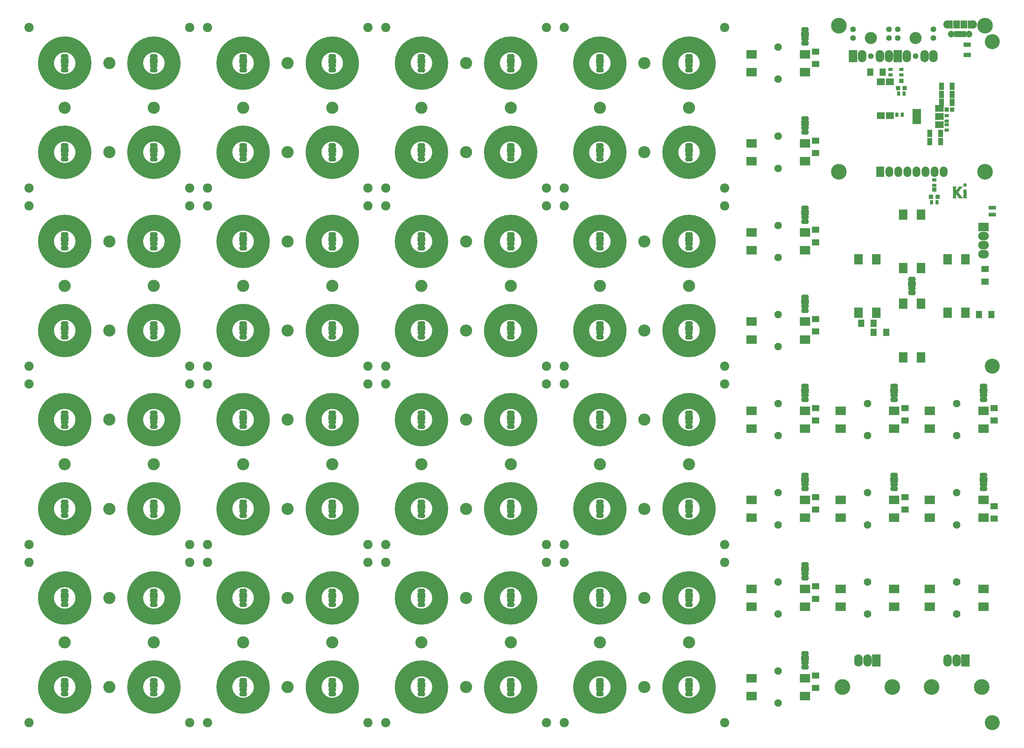
<source format=gts>
G04 #@! TF.GenerationSoftware,KiCad,Pcbnew,5.1.4+dfsg1-1*
G04 #@! TF.CreationDate,2020-02-07T23:04:42+02:00*
G04 #@! TF.ProjectId,midi_grid,6d696469-5f67-4726-9964-2e6b69636164,1.0*
G04 #@! TF.SameCoordinates,Original*
G04 #@! TF.FileFunction,Soldermask,Top*
G04 #@! TF.FilePolarity,Negative*
%FSLAX46Y46*%
G04 Gerber Fmt 4.6, Leading zero omitted, Abs format (unit mm)*
G04 Created by KiCad (PCBNEW 5.1.4+dfsg1-1) date 2020-02-07 23:04:42*
%MOMM*%
%LPD*%
G04 APERTURE LIST*
%ADD10C,0.010000*%
%ADD11C,4.500000*%
%ADD12O,2.200000X1.430000*%
%ADD13R,2.200000X1.430000*%
%ADD14O,2.400000X3.400000*%
%ADD15C,1.600000*%
%ADD16R,2.400000X3.400000*%
%ADD17O,3.400000X3.400000*%
%ADD18C,4.200000*%
%ADD19C,2.600000*%
%ADD20C,0.900000*%
%ADD21C,0.900000*%
%ADD22O,3.650000X0.900000*%
%ADD23O,0.900000X3.650000*%
%ADD24C,3.400000*%
%ADD25R,2.900000X2.400000*%
%ADD26C,2.100000*%
%ADD27R,2.400000X2.900000*%
%ADD28C,4.400000*%
%ADD29R,0.800000X1.050000*%
%ADD30R,2.200000X1.900000*%
%ADD31R,2.400000X4.200000*%
%ADD32R,2.400000X1.900000*%
%ADD33R,2.100000X1.700000*%
%ADD34R,1.700000X2.100000*%
%ADD35R,1.300000X0.900000*%
%ADD36R,0.900000X1.300000*%
%ADD37R,1.200000X1.150000*%
%ADD38R,1.200000X1.300000*%
%ADD39R,2.100000X1.300000*%
%ADD40O,2.200000X2.900000*%
%ADD41R,2.200000X2.900000*%
%ADD42R,1.400000X2.000000*%
%ADD43R,3.000000X2.400000*%
%ADD44O,3.000000X2.400000*%
%ADD45R,1.900000X2.300000*%
%ADD46C,1.850000*%
%ADD47R,0.800000X1.750000*%
%ADD48O,2.400000X2.400000*%
%ADD49O,2.400000X2.300000*%
%ADD50R,1.600000X2.300000*%
G04 APERTURE END LIST*
D10*
G36*
X329113747Y-84628400D02*
G01*
X329659059Y-84628400D01*
X329460279Y-84829787D01*
X329130571Y-85192691D01*
X328916151Y-85466815D01*
X328837703Y-85570400D01*
X328743144Y-85690529D01*
X328643050Y-85814202D01*
X328547998Y-85928419D01*
X328468566Y-86020181D01*
X328443468Y-86047760D01*
X328362036Y-86135212D01*
X328431994Y-86226356D01*
X328567436Y-86415604D01*
X328654978Y-86555050D01*
X328709848Y-86637286D01*
X328771124Y-86716612D01*
X328776273Y-86722607D01*
X328845222Y-86805581D01*
X328925747Y-86908137D01*
X329008942Y-87018288D01*
X329085902Y-87124047D01*
X329147719Y-87213425D01*
X329183376Y-87270547D01*
X329218457Y-87323596D01*
X329276986Y-87402062D01*
X329348820Y-87493252D01*
X329423815Y-87584472D01*
X329491828Y-87663032D01*
X329528200Y-87702020D01*
X329552089Y-87728081D01*
X329594363Y-87775406D01*
X329602477Y-87784570D01*
X329664055Y-87854200D01*
X328537600Y-87854200D01*
X328537600Y-87775923D01*
X328520837Y-87699395D01*
X328473607Y-87594149D01*
X328400493Y-87468239D01*
X328306081Y-87329716D01*
X328218542Y-87215533D01*
X328147268Y-87123313D01*
X328081947Y-87032269D01*
X328034777Y-86959535D01*
X328028671Y-86948833D01*
X327988629Y-86882434D01*
X327953342Y-86834284D01*
X327944699Y-86825500D01*
X327910138Y-86786816D01*
X327869915Y-86730250D01*
X327832226Y-86682093D01*
X327801715Y-86660487D01*
X327800414Y-86660400D01*
X327791538Y-86685091D01*
X327784418Y-86756381D01*
X327779264Y-86870092D01*
X327776283Y-87022044D01*
X327775600Y-87156961D01*
X327776284Y-87336263D01*
X327778695Y-87472270D01*
X327783375Y-87572475D01*
X327790863Y-87644369D01*
X327801698Y-87695443D01*
X327816421Y-87733188D01*
X327817244Y-87734811D01*
X327852717Y-87794491D01*
X327884223Y-87832618D01*
X327887094Y-87834761D01*
X327871597Y-87840323D01*
X327812247Y-87845262D01*
X327715986Y-87849312D01*
X327589759Y-87852207D01*
X327440511Y-87853682D01*
X327388794Y-87853811D01*
X326862289Y-87854200D01*
X326891968Y-87784350D01*
X326920141Y-87725758D01*
X326942224Y-87690370D01*
X326946057Y-87661142D01*
X326949657Y-87585781D01*
X326952959Y-87468951D01*
X326955896Y-87315317D01*
X326958399Y-87129546D01*
X326960404Y-86916302D01*
X326961842Y-86680251D01*
X326962647Y-86426059D01*
X326962799Y-86254290D01*
X326962741Y-85950311D01*
X326962470Y-85692912D01*
X326961846Y-85477874D01*
X326960726Y-85300978D01*
X326958969Y-85158004D01*
X326956433Y-85044733D01*
X326952976Y-84956945D01*
X326948457Y-84890421D01*
X326942733Y-84840941D01*
X326935662Y-84804286D01*
X326927104Y-84776237D01*
X326916916Y-84752574D01*
X326911999Y-84742699D01*
X326881244Y-84680869D01*
X326863190Y-84641660D01*
X326861199Y-84635729D01*
X326885335Y-84633507D01*
X326952688Y-84631556D01*
X327055672Y-84629984D01*
X327186706Y-84628901D01*
X327338205Y-84628415D01*
X327371917Y-84628400D01*
X327545060Y-84628664D01*
X327673629Y-84629831D01*
X327763846Y-84632464D01*
X327821937Y-84637123D01*
X327854124Y-84644372D01*
X327866632Y-84654772D01*
X327865686Y-84668885D01*
X327864164Y-84672850D01*
X327830805Y-84761673D01*
X327806739Y-84850181D01*
X327790580Y-84949141D01*
X327780942Y-85069321D01*
X327776440Y-85221488D01*
X327775600Y-85361088D01*
X327775599Y-85780904D01*
X327851799Y-85707900D01*
X327899413Y-85657557D01*
X327925994Y-85620278D01*
X327928000Y-85613483D01*
X327943137Y-85587550D01*
X327982628Y-85534128D01*
X328037588Y-85464145D01*
X328099132Y-85388529D01*
X328158377Y-85318209D01*
X328206439Y-85264114D01*
X328233239Y-85238000D01*
X328255561Y-85210734D01*
X328293936Y-85154630D01*
X328321802Y-85111000D01*
X328380005Y-85023298D01*
X328442951Y-84936698D01*
X328465299Y-84908362D01*
X328510013Y-84841736D01*
X328535408Y-84780643D01*
X328537600Y-84764390D01*
X328538122Y-84720677D01*
X328543791Y-84687502D01*
X328560762Y-84663412D01*
X328595189Y-84646955D01*
X328653226Y-84636677D01*
X328741028Y-84631127D01*
X328864750Y-84628851D01*
X329030545Y-84628396D01*
X329113747Y-84628400D01*
X329113747Y-84628400D01*
G37*
X329113747Y-84628400D02*
X329659059Y-84628400D01*
X329460279Y-84829787D01*
X329130571Y-85192691D01*
X328916151Y-85466815D01*
X328837703Y-85570400D01*
X328743144Y-85690529D01*
X328643050Y-85814202D01*
X328547998Y-85928419D01*
X328468566Y-86020181D01*
X328443468Y-86047760D01*
X328362036Y-86135212D01*
X328431994Y-86226356D01*
X328567436Y-86415604D01*
X328654978Y-86555050D01*
X328709848Y-86637286D01*
X328771124Y-86716612D01*
X328776273Y-86722607D01*
X328845222Y-86805581D01*
X328925747Y-86908137D01*
X329008942Y-87018288D01*
X329085902Y-87124047D01*
X329147719Y-87213425D01*
X329183376Y-87270547D01*
X329218457Y-87323596D01*
X329276986Y-87402062D01*
X329348820Y-87493252D01*
X329423815Y-87584472D01*
X329491828Y-87663032D01*
X329528200Y-87702020D01*
X329552089Y-87728081D01*
X329594363Y-87775406D01*
X329602477Y-87784570D01*
X329664055Y-87854200D01*
X328537600Y-87854200D01*
X328537600Y-87775923D01*
X328520837Y-87699395D01*
X328473607Y-87594149D01*
X328400493Y-87468239D01*
X328306081Y-87329716D01*
X328218542Y-87215533D01*
X328147268Y-87123313D01*
X328081947Y-87032269D01*
X328034777Y-86959535D01*
X328028671Y-86948833D01*
X327988629Y-86882434D01*
X327953342Y-86834284D01*
X327944699Y-86825500D01*
X327910138Y-86786816D01*
X327869915Y-86730250D01*
X327832226Y-86682093D01*
X327801715Y-86660487D01*
X327800414Y-86660400D01*
X327791538Y-86685091D01*
X327784418Y-86756381D01*
X327779264Y-86870092D01*
X327776283Y-87022044D01*
X327775600Y-87156961D01*
X327776284Y-87336263D01*
X327778695Y-87472270D01*
X327783375Y-87572475D01*
X327790863Y-87644369D01*
X327801698Y-87695443D01*
X327816421Y-87733188D01*
X327817244Y-87734811D01*
X327852717Y-87794491D01*
X327884223Y-87832618D01*
X327887094Y-87834761D01*
X327871597Y-87840323D01*
X327812247Y-87845262D01*
X327715986Y-87849312D01*
X327589759Y-87852207D01*
X327440511Y-87853682D01*
X327388794Y-87853811D01*
X326862289Y-87854200D01*
X326891968Y-87784350D01*
X326920141Y-87725758D01*
X326942224Y-87690370D01*
X326946057Y-87661142D01*
X326949657Y-87585781D01*
X326952959Y-87468951D01*
X326955896Y-87315317D01*
X326958399Y-87129546D01*
X326960404Y-86916302D01*
X326961842Y-86680251D01*
X326962647Y-86426059D01*
X326962799Y-86254290D01*
X326962741Y-85950311D01*
X326962470Y-85692912D01*
X326961846Y-85477874D01*
X326960726Y-85300978D01*
X326958969Y-85158004D01*
X326956433Y-85044733D01*
X326952976Y-84956945D01*
X326948457Y-84890421D01*
X326942733Y-84840941D01*
X326935662Y-84804286D01*
X326927104Y-84776237D01*
X326916916Y-84752574D01*
X326911999Y-84742699D01*
X326881244Y-84680869D01*
X326863190Y-84641660D01*
X326861199Y-84635729D01*
X326885335Y-84633507D01*
X326952688Y-84631556D01*
X327055672Y-84629984D01*
X327186706Y-84628901D01*
X327338205Y-84628415D01*
X327371917Y-84628400D01*
X327545060Y-84628664D01*
X327673629Y-84629831D01*
X327763846Y-84632464D01*
X327821937Y-84637123D01*
X327854124Y-84644372D01*
X327866632Y-84654772D01*
X327865686Y-84668885D01*
X327864164Y-84672850D01*
X327830805Y-84761673D01*
X327806739Y-84850181D01*
X327790580Y-84949141D01*
X327780942Y-85069321D01*
X327776440Y-85221488D01*
X327775600Y-85361088D01*
X327775599Y-85780904D01*
X327851799Y-85707900D01*
X327899413Y-85657557D01*
X327925994Y-85620278D01*
X327928000Y-85613483D01*
X327943137Y-85587550D01*
X327982628Y-85534128D01*
X328037588Y-85464145D01*
X328099132Y-85388529D01*
X328158377Y-85318209D01*
X328206439Y-85264114D01*
X328233239Y-85238000D01*
X328255561Y-85210734D01*
X328293936Y-85154630D01*
X328321802Y-85111000D01*
X328380005Y-85023298D01*
X328442951Y-84936698D01*
X328465299Y-84908362D01*
X328510013Y-84841736D01*
X328535408Y-84780643D01*
X328537600Y-84764390D01*
X328538122Y-84720677D01*
X328543791Y-84687502D01*
X328560762Y-84663412D01*
X328595189Y-84646955D01*
X328653226Y-84636677D01*
X328741028Y-84631127D01*
X328864750Y-84628851D01*
X329030545Y-84628396D01*
X329113747Y-84628400D01*
G36*
X330696600Y-86592045D02*
G01*
X330696821Y-86863528D01*
X330697583Y-87088618D01*
X330699026Y-87271721D01*
X330701294Y-87417240D01*
X330704531Y-87529583D01*
X330708878Y-87613155D01*
X330714480Y-87672359D01*
X330721478Y-87711603D01*
X330730016Y-87735292D01*
X330733892Y-87741395D01*
X330760178Y-87778943D01*
X330770891Y-87807085D01*
X330760710Y-87827174D01*
X330724312Y-87840563D01*
X330656376Y-87848605D01*
X330551578Y-87852653D01*
X330404598Y-87854060D01*
X330290200Y-87854200D01*
X330139918Y-87853515D01*
X330008727Y-87851608D01*
X329904427Y-87848702D01*
X329834819Y-87845017D01*
X329807705Y-87840776D01*
X329807600Y-87840488D01*
X329818155Y-87811454D01*
X329844726Y-87754509D01*
X329858400Y-87727200D01*
X329871266Y-87699760D01*
X329881759Y-87669394D01*
X329890120Y-87630920D01*
X329896591Y-87579155D01*
X329901411Y-87508918D01*
X329904822Y-87415027D01*
X329907065Y-87292301D01*
X329908381Y-87135559D01*
X329909010Y-86939617D01*
X329909195Y-86699296D01*
X329909200Y-86634750D01*
X329908947Y-86377269D01*
X329908071Y-86165749D01*
X329906396Y-85995351D01*
X329903748Y-85861238D01*
X329899950Y-85758571D01*
X329894827Y-85682513D01*
X329888203Y-85628226D01*
X329879903Y-85590872D01*
X329870447Y-85566938D01*
X329831695Y-85492000D01*
X330696600Y-85492000D01*
X330696600Y-86592045D01*
X330696600Y-86592045D01*
G37*
X330696600Y-86592045D02*
X330696821Y-86863528D01*
X330697583Y-87088618D01*
X330699026Y-87271721D01*
X330701294Y-87417240D01*
X330704531Y-87529583D01*
X330708878Y-87613155D01*
X330714480Y-87672359D01*
X330721478Y-87711603D01*
X330730016Y-87735292D01*
X330733892Y-87741395D01*
X330760178Y-87778943D01*
X330770891Y-87807085D01*
X330760710Y-87827174D01*
X330724312Y-87840563D01*
X330656376Y-87848605D01*
X330551578Y-87852653D01*
X330404598Y-87854060D01*
X330290200Y-87854200D01*
X330139918Y-87853515D01*
X330008727Y-87851608D01*
X329904427Y-87848702D01*
X329834819Y-87845017D01*
X329807705Y-87840776D01*
X329807600Y-87840488D01*
X329818155Y-87811454D01*
X329844726Y-87754509D01*
X329858400Y-87727200D01*
X329871266Y-87699760D01*
X329881759Y-87669394D01*
X329890120Y-87630920D01*
X329896591Y-87579155D01*
X329901411Y-87508918D01*
X329904822Y-87415027D01*
X329907065Y-87292301D01*
X329908381Y-87135559D01*
X329909010Y-86939617D01*
X329909195Y-86699296D01*
X329909200Y-86634750D01*
X329908947Y-86377269D01*
X329908071Y-86165749D01*
X329906396Y-85995351D01*
X329903748Y-85861238D01*
X329899950Y-85758571D01*
X329894827Y-85682513D01*
X329888203Y-85628226D01*
X329879903Y-85590872D01*
X329870447Y-85566938D01*
X329831695Y-85492000D01*
X330696600Y-85492000D01*
X330696600Y-86592045D01*
G36*
X330455941Y-83725960D02*
G01*
X330573545Y-83792395D01*
X330667023Y-83895045D01*
X330710812Y-83981124D01*
X330741422Y-84119614D01*
X330732321Y-84257591D01*
X330684973Y-84379084D01*
X330672588Y-84397850D01*
X330582149Y-84485408D01*
X330463271Y-84545553D01*
X330330333Y-84575418D01*
X330197713Y-84572134D01*
X330079790Y-84532832D01*
X330059006Y-84520244D01*
X329976737Y-84441394D01*
X329908914Y-84332770D01*
X329866747Y-84215295D01*
X329858400Y-84145799D01*
X329877674Y-84036575D01*
X329928190Y-83922110D01*
X329998982Y-83823158D01*
X330054642Y-83774295D01*
X330186861Y-83713876D01*
X330323837Y-83698776D01*
X330455941Y-83725960D01*
X330455941Y-83725960D01*
G37*
X330455941Y-83725960D02*
X330573545Y-83792395D01*
X330667023Y-83895045D01*
X330710812Y-83981124D01*
X330741422Y-84119614D01*
X330732321Y-84257591D01*
X330684973Y-84379084D01*
X330672588Y-84397850D01*
X330582149Y-84485408D01*
X330463271Y-84545553D01*
X330330333Y-84575418D01*
X330197713Y-84572134D01*
X330079790Y-84532832D01*
X330059006Y-84520244D01*
X329976737Y-84441394D01*
X329908914Y-84332770D01*
X329866747Y-84215295D01*
X329858400Y-84145799D01*
X329877674Y-84036575D01*
X329928190Y-83922110D01*
X329998982Y-83823158D01*
X330054642Y-83774295D01*
X330186861Y-83713876D01*
X330323837Y-83698776D01*
X330455941Y-83725960D01*
D11*
X133250000Y-125000000D02*
G75*
G03X133250000Y-125000000I-5250000J0D01*
G01*
X133250000Y-100000000D02*
G75*
G03X133250000Y-100000000I-5250000J0D01*
G01*
X158250000Y-75000000D02*
G75*
G03X158250000Y-75000000I-5250000J0D01*
G01*
X158250000Y-50000000D02*
G75*
G03X158250000Y-50000000I-5250000J0D01*
G01*
X133250000Y-50000000D02*
G75*
G03X133250000Y-50000000I-5250000J0D01*
G01*
X158250000Y-125000000D02*
G75*
G03X158250000Y-125000000I-5250000J0D01*
G01*
X158250000Y-100000000D02*
G75*
G03X158250000Y-100000000I-5250000J0D01*
G01*
X108250000Y-125000000D02*
G75*
G03X108250000Y-125000000I-5250000J0D01*
G01*
X83250000Y-125000000D02*
G75*
G03X83250000Y-125000000I-5250000J0D01*
G01*
X83250000Y-100000000D02*
G75*
G03X83250000Y-100000000I-5250000J0D01*
G01*
X108250000Y-100000000D02*
G75*
G03X108250000Y-100000000I-5250000J0D01*
G01*
X108250000Y-50000000D02*
G75*
G03X108250000Y-50000000I-5250000J0D01*
G01*
X83250000Y-75000000D02*
G75*
G03X83250000Y-75000000I-5250000J0D01*
G01*
X83250000Y-50000000D02*
G75*
G03X83250000Y-50000000I-5250000J0D01*
G01*
X108250000Y-75000000D02*
G75*
G03X108250000Y-75000000I-5250000J0D01*
G01*
X133250000Y-75000000D02*
G75*
G03X133250000Y-75000000I-5250000J0D01*
G01*
X233250000Y-125000000D02*
G75*
G03X233250000Y-125000000I-5250000J0D01*
G01*
X233250000Y-100000000D02*
G75*
G03X233250000Y-100000000I-5250000J0D01*
G01*
X258250000Y-75000000D02*
G75*
G03X258250000Y-75000000I-5250000J0D01*
G01*
X258250000Y-50000000D02*
G75*
G03X258250000Y-50000000I-5250000J0D01*
G01*
X233250000Y-50000000D02*
G75*
G03X233250000Y-50000000I-5250000J0D01*
G01*
X258250000Y-125000000D02*
G75*
G03X258250000Y-125000000I-5250000J0D01*
G01*
X258250000Y-100000000D02*
G75*
G03X258250000Y-100000000I-5250000J0D01*
G01*
X208250000Y-125000000D02*
G75*
G03X208250000Y-125000000I-5250000J0D01*
G01*
X183250000Y-125000000D02*
G75*
G03X183250000Y-125000000I-5250000J0D01*
G01*
X183250000Y-100000000D02*
G75*
G03X183250000Y-100000000I-5250000J0D01*
G01*
X208250000Y-100000000D02*
G75*
G03X208250000Y-100000000I-5250000J0D01*
G01*
X208250000Y-50000000D02*
G75*
G03X208250000Y-50000000I-5250000J0D01*
G01*
X183250000Y-75000000D02*
G75*
G03X183250000Y-75000000I-5250000J0D01*
G01*
X183250000Y-50000000D02*
G75*
G03X183250000Y-50000000I-5250000J0D01*
G01*
X208250000Y-75000000D02*
G75*
G03X208250000Y-75000000I-5250000J0D01*
G01*
X233250000Y-75000000D02*
G75*
G03X233250000Y-75000000I-5250000J0D01*
G01*
X133250000Y-225000000D02*
G75*
G03X133250000Y-225000000I-5250000J0D01*
G01*
X133250000Y-200000000D02*
G75*
G03X133250000Y-200000000I-5250000J0D01*
G01*
X158250000Y-175000000D02*
G75*
G03X158250000Y-175000000I-5250000J0D01*
G01*
X158250000Y-150000000D02*
G75*
G03X158250000Y-150000000I-5250000J0D01*
G01*
X133250000Y-150000000D02*
G75*
G03X133250000Y-150000000I-5250000J0D01*
G01*
X158250000Y-225000000D02*
G75*
G03X158250000Y-225000000I-5250000J0D01*
G01*
X158250000Y-200000000D02*
G75*
G03X158250000Y-200000000I-5250000J0D01*
G01*
X108250000Y-225000000D02*
G75*
G03X108250000Y-225000000I-5250000J0D01*
G01*
X83250000Y-225000000D02*
G75*
G03X83250000Y-225000000I-5250000J0D01*
G01*
X83250000Y-200000000D02*
G75*
G03X83250000Y-200000000I-5250000J0D01*
G01*
X108250000Y-200000000D02*
G75*
G03X108250000Y-200000000I-5250000J0D01*
G01*
X108250000Y-150000000D02*
G75*
G03X108250000Y-150000000I-5250000J0D01*
G01*
X83250000Y-175000000D02*
G75*
G03X83250000Y-175000000I-5250000J0D01*
G01*
X83250000Y-150000000D02*
G75*
G03X83250000Y-150000000I-5250000J0D01*
G01*
X108250000Y-175000000D02*
G75*
G03X108250000Y-175000000I-5250000J0D01*
G01*
X133250000Y-175000000D02*
G75*
G03X133250000Y-175000000I-5250000J0D01*
G01*
X233250000Y-225000000D02*
G75*
G03X233250000Y-225000000I-5250000J0D01*
G01*
X233250000Y-200000000D02*
G75*
G03X233250000Y-200000000I-5250000J0D01*
G01*
X258250000Y-175000000D02*
G75*
G03X258250000Y-175000000I-5250000J0D01*
G01*
X258250000Y-150000000D02*
G75*
G03X258250000Y-150000000I-5250000J0D01*
G01*
X233250000Y-150000000D02*
G75*
G03X233250000Y-150000000I-5250000J0D01*
G01*
X258250000Y-225000000D02*
G75*
G03X258250000Y-225000000I-5250000J0D01*
G01*
X258250000Y-200000000D02*
G75*
G03X258250000Y-200000000I-5250000J0D01*
G01*
X208250000Y-225000000D02*
G75*
G03X208250000Y-225000000I-5250000J0D01*
G01*
X183250000Y-225000000D02*
G75*
G03X183250000Y-225000000I-5250000J0D01*
G01*
X183250000Y-200000000D02*
G75*
G03X183250000Y-200000000I-5250000J0D01*
G01*
X208250000Y-200000000D02*
G75*
G03X208250000Y-200000000I-5250000J0D01*
G01*
X208250000Y-150000000D02*
G75*
G03X208250000Y-150000000I-5250000J0D01*
G01*
X183250000Y-175000000D02*
G75*
G03X183250000Y-175000000I-5250000J0D01*
G01*
X183250000Y-150000000D02*
G75*
G03X183250000Y-150000000I-5250000J0D01*
G01*
X208250000Y-175000000D02*
G75*
G03X208250000Y-175000000I-5250000J0D01*
G01*
X233250000Y-175000000D02*
G75*
G03X233250000Y-175000000I-5250000J0D01*
G01*
D12*
X78000000Y-48095000D03*
D13*
X78000000Y-49365000D03*
D12*
X78000000Y-50635000D03*
X78000000Y-51905000D03*
X103000000Y-48095000D03*
D13*
X103000000Y-49365000D03*
D12*
X103000000Y-50635000D03*
X103000000Y-51905000D03*
X128000000Y-48095000D03*
D13*
X128000000Y-49365000D03*
D12*
X128000000Y-50635000D03*
X128000000Y-51905000D03*
X153000000Y-48095000D03*
D13*
X153000000Y-49365000D03*
D12*
X153000000Y-50635000D03*
X153000000Y-51905000D03*
X78000000Y-73095000D03*
D13*
X78000000Y-74365000D03*
D12*
X78000000Y-75635000D03*
X78000000Y-76905000D03*
X103000000Y-73095000D03*
D13*
X103000000Y-74365000D03*
D12*
X103000000Y-75635000D03*
X103000000Y-76905000D03*
X128000000Y-73095000D03*
D13*
X128000000Y-74365000D03*
D12*
X128000000Y-75635000D03*
X128000000Y-76905000D03*
X153000000Y-73095000D03*
D13*
X153000000Y-74365000D03*
D12*
X153000000Y-75635000D03*
X153000000Y-76905000D03*
X78000000Y-98095000D03*
D13*
X78000000Y-99365000D03*
D12*
X78000000Y-100635000D03*
X78000000Y-101905000D03*
X103000000Y-98095000D03*
D13*
X103000000Y-99365000D03*
D12*
X103000000Y-100635000D03*
X103000000Y-101905000D03*
X128000000Y-98095000D03*
D13*
X128000000Y-99365000D03*
D12*
X128000000Y-100635000D03*
X128000000Y-101905000D03*
X153000000Y-98095000D03*
D13*
X153000000Y-99365000D03*
D12*
X153000000Y-100635000D03*
X153000000Y-101905000D03*
X78000000Y-123095000D03*
D13*
X78000000Y-124365000D03*
D12*
X78000000Y-125635000D03*
X78000000Y-126905000D03*
X103000000Y-123095000D03*
D13*
X103000000Y-124365000D03*
D12*
X103000000Y-125635000D03*
X103000000Y-126905000D03*
X128000000Y-123095000D03*
D13*
X128000000Y-124365000D03*
D12*
X128000000Y-125635000D03*
X128000000Y-126905000D03*
X153000000Y-123095000D03*
D13*
X153000000Y-124365000D03*
D12*
X153000000Y-125635000D03*
X153000000Y-126905000D03*
X178000000Y-48095000D03*
D13*
X178000000Y-49365000D03*
D12*
X178000000Y-50635000D03*
X178000000Y-51905000D03*
X203000000Y-48095000D03*
D13*
X203000000Y-49365000D03*
D12*
X203000000Y-50635000D03*
X203000000Y-51905000D03*
X228000000Y-48095000D03*
D13*
X228000000Y-49365000D03*
D12*
X228000000Y-50635000D03*
X228000000Y-51905000D03*
X253000000Y-48095000D03*
D13*
X253000000Y-49365000D03*
D12*
X253000000Y-50635000D03*
X253000000Y-51905000D03*
X178000000Y-73095000D03*
D13*
X178000000Y-74365000D03*
D12*
X178000000Y-75635000D03*
X178000000Y-76905000D03*
X203000000Y-73095000D03*
D13*
X203000000Y-74365000D03*
D12*
X203000000Y-75635000D03*
X203000000Y-76905000D03*
X228000000Y-73095000D03*
D13*
X228000000Y-74365000D03*
D12*
X228000000Y-75635000D03*
X228000000Y-76905000D03*
X253000000Y-73095000D03*
D13*
X253000000Y-74365000D03*
D12*
X253000000Y-75635000D03*
X253000000Y-76905000D03*
X178000000Y-98095000D03*
D13*
X178000000Y-99365000D03*
D12*
X178000000Y-100635000D03*
X178000000Y-101905000D03*
X203000000Y-98095000D03*
D13*
X203000000Y-99365000D03*
D12*
X203000000Y-100635000D03*
X203000000Y-101905000D03*
X228000000Y-98095000D03*
D13*
X228000000Y-99365000D03*
D12*
X228000000Y-100635000D03*
X228000000Y-101905000D03*
X253000000Y-98095000D03*
D13*
X253000000Y-99365000D03*
D12*
X253000000Y-100635000D03*
X253000000Y-101905000D03*
X178000000Y-123095000D03*
D13*
X178000000Y-124365000D03*
D12*
X178000000Y-125635000D03*
X178000000Y-126905000D03*
X203000000Y-123095000D03*
D13*
X203000000Y-124365000D03*
D12*
X203000000Y-125635000D03*
X203000000Y-126905000D03*
X228000000Y-123095000D03*
D13*
X228000000Y-124365000D03*
D12*
X228000000Y-125635000D03*
X228000000Y-126905000D03*
X253000000Y-123095000D03*
D13*
X253000000Y-124365000D03*
D12*
X253000000Y-125635000D03*
X253000000Y-126905000D03*
X78000000Y-148095000D03*
D13*
X78000000Y-149365000D03*
D12*
X78000000Y-150635000D03*
X78000000Y-151905000D03*
X103000000Y-148095000D03*
D13*
X103000000Y-149365000D03*
D12*
X103000000Y-150635000D03*
X103000000Y-151905000D03*
X128000000Y-148095000D03*
D13*
X128000000Y-149365000D03*
D12*
X128000000Y-150635000D03*
X128000000Y-151905000D03*
X153000000Y-148095000D03*
D13*
X153000000Y-149365000D03*
D12*
X153000000Y-150635000D03*
X153000000Y-151905000D03*
X78000000Y-173095000D03*
D13*
X78000000Y-174365000D03*
D12*
X78000000Y-175635000D03*
X78000000Y-176905000D03*
X103000000Y-173095000D03*
D13*
X103000000Y-174365000D03*
D12*
X103000000Y-175635000D03*
X103000000Y-176905000D03*
X128000000Y-173095000D03*
D13*
X128000000Y-174365000D03*
D12*
X128000000Y-175635000D03*
X128000000Y-176905000D03*
X153000000Y-173095000D03*
D13*
X153000000Y-174365000D03*
D12*
X153000000Y-175635000D03*
X153000000Y-176905000D03*
X78000000Y-198095000D03*
D13*
X78000000Y-199365000D03*
D12*
X78000000Y-200635000D03*
X78000000Y-201905000D03*
X103000000Y-198095000D03*
D13*
X103000000Y-199365000D03*
D12*
X103000000Y-200635000D03*
X103000000Y-201905000D03*
X128000000Y-198095000D03*
D13*
X128000000Y-199365000D03*
D12*
X128000000Y-200635000D03*
X128000000Y-201905000D03*
X153000000Y-198095000D03*
D13*
X153000000Y-199365000D03*
D12*
X153000000Y-200635000D03*
X153000000Y-201905000D03*
X78000000Y-223095000D03*
D13*
X78000000Y-224365000D03*
D12*
X78000000Y-225635000D03*
X78000000Y-226905000D03*
X103000000Y-223095000D03*
D13*
X103000000Y-224365000D03*
D12*
X103000000Y-225635000D03*
X103000000Y-226905000D03*
X128000000Y-223095000D03*
D13*
X128000000Y-224365000D03*
D12*
X128000000Y-225635000D03*
X128000000Y-226905000D03*
X153000000Y-223095000D03*
D13*
X153000000Y-224365000D03*
D12*
X153000000Y-225635000D03*
X153000000Y-226905000D03*
X178000000Y-148095000D03*
D13*
X178000000Y-149365000D03*
D12*
X178000000Y-150635000D03*
X178000000Y-151905000D03*
X203000000Y-148095000D03*
D13*
X203000000Y-149365000D03*
D12*
X203000000Y-150635000D03*
X203000000Y-151905000D03*
X228000000Y-148095000D03*
D13*
X228000000Y-149365000D03*
D12*
X228000000Y-150635000D03*
X228000000Y-151905000D03*
X253000000Y-148095000D03*
D13*
X253000000Y-149365000D03*
D12*
X253000000Y-150635000D03*
X253000000Y-151905000D03*
X178000000Y-173095000D03*
D13*
X178000000Y-174365000D03*
D12*
X178000000Y-175635000D03*
X178000000Y-176905000D03*
X203000000Y-173095000D03*
D13*
X203000000Y-174365000D03*
D12*
X203000000Y-175635000D03*
X203000000Y-176905000D03*
X228000000Y-173095000D03*
D13*
X228000000Y-174365000D03*
D12*
X228000000Y-175635000D03*
X228000000Y-176905000D03*
X253000000Y-173095000D03*
D13*
X253000000Y-174365000D03*
D12*
X253000000Y-175635000D03*
X253000000Y-176905000D03*
X178000000Y-198095000D03*
D13*
X178000000Y-199365000D03*
D12*
X178000000Y-200635000D03*
X178000000Y-201905000D03*
X203000000Y-198095000D03*
D13*
X203000000Y-199365000D03*
D12*
X203000000Y-200635000D03*
X203000000Y-201905000D03*
X228000000Y-198095000D03*
D13*
X228000000Y-199365000D03*
D12*
X228000000Y-200635000D03*
X228000000Y-201905000D03*
X253000000Y-198095000D03*
D13*
X253000000Y-199365000D03*
D12*
X253000000Y-200635000D03*
X253000000Y-201905000D03*
X178000000Y-223095000D03*
D13*
X178000000Y-224365000D03*
D12*
X178000000Y-225635000D03*
X178000000Y-226905000D03*
X203000000Y-223095000D03*
D13*
X203000000Y-224365000D03*
D12*
X203000000Y-225635000D03*
X203000000Y-226905000D03*
X228000000Y-223095000D03*
D13*
X228000000Y-224365000D03*
D12*
X228000000Y-225635000D03*
X228000000Y-226905000D03*
X253000000Y-223095000D03*
D13*
X253000000Y-224365000D03*
D12*
X253000000Y-225635000D03*
X253000000Y-226905000D03*
X285500000Y-40595000D03*
D13*
X285500000Y-41865000D03*
D12*
X285500000Y-43135000D03*
X285500000Y-44405000D03*
X285500000Y-65595000D03*
D13*
X285500000Y-66865000D03*
D12*
X285500000Y-68135000D03*
X285500000Y-69405000D03*
X315500000Y-110595000D03*
D13*
X315500000Y-111865000D03*
D12*
X315500000Y-113135000D03*
X315500000Y-114405000D03*
X285500000Y-90595000D03*
D13*
X285500000Y-91865000D03*
D12*
X285500000Y-93135000D03*
X285500000Y-94405000D03*
X285500000Y-115595000D03*
D13*
X285500000Y-116865000D03*
D12*
X285500000Y-118135000D03*
X285500000Y-119405000D03*
X285500000Y-140595000D03*
D13*
X285500000Y-141865000D03*
D12*
X285500000Y-143135000D03*
X285500000Y-144405000D03*
X310500000Y-140595000D03*
D13*
X310500000Y-141865000D03*
D12*
X310500000Y-143135000D03*
X310500000Y-144405000D03*
X335500000Y-140595000D03*
D13*
X335500000Y-141865000D03*
D12*
X335500000Y-143135000D03*
X335500000Y-144405000D03*
X285500000Y-165595000D03*
D13*
X285500000Y-166865000D03*
D12*
X285500000Y-168135000D03*
X285500000Y-169405000D03*
X285500000Y-190595000D03*
D13*
X285500000Y-191865000D03*
D12*
X285500000Y-193135000D03*
X285500000Y-194405000D03*
X310500000Y-165595000D03*
D13*
X310500000Y-166865000D03*
D12*
X310500000Y-168135000D03*
X310500000Y-169405000D03*
X335500000Y-165595000D03*
D13*
X335500000Y-166865000D03*
D12*
X335500000Y-168135000D03*
X335500000Y-169405000D03*
X285500000Y-215595000D03*
D13*
X285500000Y-216865000D03*
D12*
X285500000Y-218135000D03*
X285500000Y-219405000D03*
D14*
X301500000Y-48000000D03*
D15*
X309000000Y-43000000D03*
X309000000Y-40500000D03*
X299000000Y-40500000D03*
X299000000Y-43000000D03*
D16*
X299000000Y-48000000D03*
D15*
X304000000Y-48000000D03*
D14*
X306500000Y-48000000D03*
X309000000Y-48000000D03*
D17*
X304000000Y-43000000D03*
D14*
X314000000Y-48000000D03*
D15*
X321500000Y-43000000D03*
X321500000Y-40500000D03*
X311500000Y-40500000D03*
X311500000Y-43000000D03*
D16*
X311500000Y-48000000D03*
D15*
X316500000Y-48000000D03*
D14*
X319000000Y-48000000D03*
X321500000Y-48000000D03*
D17*
X316500000Y-43000000D03*
D18*
X338000000Y-44000000D03*
X338000000Y-135000000D03*
X338000000Y-235000000D03*
D19*
X163000000Y-135000000D03*
X163000000Y-40000000D03*
X68000000Y-40000000D03*
X68000000Y-135000000D03*
X68000000Y-85000000D03*
X68000000Y-90000000D03*
X163000000Y-85000000D03*
X163000000Y-90000000D03*
X113000000Y-40000000D03*
X118000000Y-40000000D03*
X118000000Y-135000000D03*
X113000000Y-135000000D03*
X118000000Y-90000000D03*
X113000000Y-90000000D03*
X113000000Y-85000000D03*
X118000000Y-85000000D03*
D20*
X79875149Y-45472990D03*
D21*
X80401339Y-44202656D02*
X79348959Y-46743324D01*
D20*
X81464823Y-46535177D03*
D21*
X82437095Y-45562905D02*
X80492551Y-47507449D01*
D20*
X82527010Y-48124851D03*
D21*
X83797344Y-47598661D02*
X81256676Y-48651041D01*
D22*
X82900000Y-50000000D03*
D20*
X82527010Y-51875149D03*
D21*
X83797344Y-52401339D02*
X81256676Y-51348959D01*
D20*
X81464823Y-53464823D03*
D21*
X82437095Y-54437095D02*
X80492551Y-52492551D01*
D20*
X79875149Y-54527010D03*
D21*
X80401339Y-55797344D02*
X79348959Y-53256676D01*
D23*
X78000000Y-54900000D03*
D20*
X76124851Y-54527010D03*
D21*
X75598661Y-55797344D02*
X76651041Y-53256676D01*
D20*
X74535177Y-53464823D03*
D21*
X73562905Y-54437095D02*
X75507449Y-52492551D01*
D20*
X73472990Y-51875149D03*
D21*
X72202656Y-52401339D02*
X74743324Y-51348959D01*
D20*
X73472990Y-48124851D03*
D21*
X72202656Y-47598661D02*
X74743324Y-48651041D01*
D20*
X74535177Y-46535177D03*
D21*
X73562905Y-45562905D02*
X75507449Y-47507449D01*
D20*
X76124851Y-45472990D03*
D21*
X75598661Y-44202656D02*
X76651041Y-46743324D01*
D20*
X79092506Y-44507602D03*
D21*
X79360755Y-43159022D02*
X78824257Y-45856182D01*
D20*
X81111193Y-45343770D03*
D21*
X81875102Y-44200499D02*
X80347284Y-46487041D01*
D20*
X82656230Y-46888807D03*
D21*
X83799501Y-46124898D02*
X81512959Y-47652716D01*
D20*
X83492398Y-48907494D03*
D21*
X84840978Y-48639245D02*
X82143818Y-49175743D01*
D20*
X83492398Y-51092506D03*
D21*
X84840978Y-51360755D02*
X82143818Y-50824257D01*
D20*
X82656230Y-53111193D03*
D21*
X83799501Y-53875102D02*
X81512959Y-52347284D01*
D20*
X81111193Y-54656230D03*
D21*
X81875102Y-55799501D02*
X80347284Y-53512959D01*
D20*
X79092506Y-55492398D03*
D21*
X79360755Y-56840978D02*
X78824257Y-54143818D01*
D20*
X76907494Y-55492398D03*
D21*
X76639245Y-56840978D02*
X77175743Y-54143818D01*
D20*
X74888807Y-54656230D03*
D21*
X74124898Y-55799501D02*
X75652716Y-53512959D01*
D20*
X73343770Y-53111193D03*
D21*
X72200499Y-53875102D02*
X74487041Y-52347284D01*
D20*
X72507602Y-51092506D03*
D21*
X71159022Y-51360755D02*
X73856182Y-50824257D01*
D20*
X72507602Y-48907494D03*
D21*
X71159022Y-48639245D02*
X73856182Y-49175743D01*
D20*
X73343770Y-46888807D03*
D21*
X72200499Y-46124898D02*
X74487041Y-47652716D01*
D20*
X74888807Y-45343770D03*
D21*
X74124898Y-44200499D02*
X75652716Y-46487041D01*
D23*
X78000000Y-45100000D03*
D20*
X79875149Y-95472990D03*
D21*
X80401339Y-94202656D02*
X79348959Y-96743324D01*
D20*
X81464823Y-96535177D03*
D21*
X82437095Y-95562905D02*
X80492551Y-97507449D01*
D20*
X82527010Y-98124851D03*
D21*
X83797344Y-97598661D02*
X81256676Y-98651041D01*
D22*
X82900000Y-100000000D03*
D20*
X82527010Y-101875149D03*
D21*
X83797344Y-102401339D02*
X81256676Y-101348959D01*
D20*
X81464823Y-103464823D03*
D21*
X82437095Y-104437095D02*
X80492551Y-102492551D01*
D20*
X79875149Y-104527010D03*
D21*
X80401339Y-105797344D02*
X79348959Y-103256676D01*
D23*
X78000000Y-104900000D03*
D20*
X76124851Y-104527010D03*
D21*
X75598661Y-105797344D02*
X76651041Y-103256676D01*
D20*
X74535177Y-103464823D03*
D21*
X73562905Y-104437095D02*
X75507449Y-102492551D01*
D20*
X73472990Y-101875149D03*
D21*
X72202656Y-102401339D02*
X74743324Y-101348959D01*
D22*
X73100000Y-100000000D03*
D20*
X73472990Y-98124851D03*
D21*
X72202656Y-97598661D02*
X74743324Y-98651041D01*
D20*
X74535177Y-96535177D03*
D21*
X73562905Y-95562905D02*
X75507449Y-97507449D01*
D20*
X76124851Y-95472990D03*
D21*
X75598661Y-94202656D02*
X76651041Y-96743324D01*
D20*
X79092506Y-94507602D03*
D21*
X79360755Y-93159022D02*
X78824257Y-95856182D01*
D20*
X81111193Y-95343770D03*
D21*
X81875102Y-94200499D02*
X80347284Y-96487041D01*
D20*
X82656230Y-96888807D03*
D21*
X83799501Y-96124898D02*
X81512959Y-97652716D01*
D20*
X83492398Y-98907494D03*
D21*
X84840978Y-98639245D02*
X82143818Y-99175743D01*
D20*
X83492398Y-101092506D03*
D21*
X84840978Y-101360755D02*
X82143818Y-100824257D01*
D20*
X82656230Y-103111193D03*
D21*
X83799501Y-103875102D02*
X81512959Y-102347284D01*
D20*
X81111193Y-104656230D03*
D21*
X81875102Y-105799501D02*
X80347284Y-103512959D01*
D20*
X79092506Y-105492398D03*
D21*
X79360755Y-106840978D02*
X78824257Y-104143818D01*
D20*
X76907494Y-105492398D03*
D21*
X76639245Y-106840978D02*
X77175743Y-104143818D01*
D20*
X74888807Y-104656230D03*
D21*
X74124898Y-105799501D02*
X75652716Y-103512959D01*
D20*
X73343770Y-103111193D03*
D21*
X72200499Y-103875102D02*
X74487041Y-102347284D01*
D20*
X72507602Y-101092506D03*
D21*
X71159022Y-101360755D02*
X73856182Y-100824257D01*
D20*
X72507602Y-98907494D03*
D21*
X71159022Y-98639245D02*
X73856182Y-99175743D01*
D20*
X73343770Y-96888807D03*
D21*
X72200499Y-96124898D02*
X74487041Y-97652716D01*
D20*
X74888807Y-95343770D03*
D21*
X74124898Y-94200499D02*
X75652716Y-96487041D01*
D20*
X76907494Y-94507602D03*
D21*
X76639245Y-93159022D02*
X77175743Y-95856182D01*
D24*
X90500000Y-100000000D03*
D23*
X78000000Y-95100000D03*
X103000000Y-95100000D03*
D20*
X101907494Y-94507602D03*
D21*
X101639245Y-93159022D02*
X102175743Y-95856182D01*
D20*
X99888807Y-95343770D03*
D21*
X99124898Y-94200499D02*
X100652716Y-96487041D01*
D20*
X98343770Y-96888807D03*
D21*
X97200499Y-96124898D02*
X99487041Y-97652716D01*
D20*
X97507602Y-98907494D03*
D21*
X96159022Y-98639245D02*
X98856182Y-99175743D01*
D20*
X97507602Y-101092506D03*
D21*
X96159022Y-101360755D02*
X98856182Y-100824257D01*
D20*
X98343770Y-103111193D03*
D21*
X97200499Y-103875102D02*
X99487041Y-102347284D01*
D20*
X99888807Y-104656230D03*
D21*
X99124898Y-105799501D02*
X100652716Y-103512959D01*
D20*
X101907494Y-105492398D03*
D21*
X101639245Y-106840978D02*
X102175743Y-104143818D01*
D20*
X104092506Y-105492398D03*
D21*
X104360755Y-106840978D02*
X103824257Y-104143818D01*
D20*
X106111193Y-104656230D03*
D21*
X106875102Y-105799501D02*
X105347284Y-103512959D01*
D20*
X107656230Y-103111193D03*
D21*
X108799501Y-103875102D02*
X106512959Y-102347284D01*
D20*
X108492398Y-101092506D03*
D21*
X109840978Y-101360755D02*
X107143818Y-100824257D01*
D20*
X108492398Y-98907494D03*
D21*
X109840978Y-98639245D02*
X107143818Y-99175743D01*
D20*
X107656230Y-96888807D03*
D21*
X108799501Y-96124898D02*
X106512959Y-97652716D01*
D20*
X106111193Y-95343770D03*
D21*
X106875102Y-94200499D02*
X105347284Y-96487041D01*
D20*
X104092506Y-94507602D03*
D21*
X104360755Y-93159022D02*
X103824257Y-95856182D01*
D20*
X101124851Y-95472990D03*
D21*
X100598661Y-94202656D02*
X101651041Y-96743324D01*
D20*
X99535177Y-96535177D03*
D21*
X98562905Y-95562905D02*
X100507449Y-97507449D01*
D20*
X98472990Y-98124851D03*
D21*
X97202656Y-97598661D02*
X99743324Y-98651041D01*
D22*
X98100000Y-100000000D03*
D20*
X98472990Y-101875149D03*
D21*
X97202656Y-102401339D02*
X99743324Y-101348959D01*
D20*
X99535177Y-103464823D03*
D21*
X98562905Y-104437095D02*
X100507449Y-102492551D01*
D20*
X101124851Y-104527010D03*
D21*
X100598661Y-105797344D02*
X101651041Y-103256676D01*
D23*
X103000000Y-104900000D03*
D20*
X104875149Y-104527010D03*
D21*
X105401339Y-105797344D02*
X104348959Y-103256676D01*
D20*
X106464823Y-103464823D03*
D21*
X107437095Y-104437095D02*
X105492551Y-102492551D01*
D20*
X107527010Y-101875149D03*
D21*
X108797344Y-102401339D02*
X106256676Y-101348959D01*
D22*
X107900000Y-100000000D03*
D20*
X107527010Y-98124851D03*
D21*
X108797344Y-97598661D02*
X106256676Y-98651041D01*
D20*
X106464823Y-96535177D03*
D21*
X107437095Y-95562905D02*
X105492551Y-97507449D01*
D20*
X104875149Y-95472990D03*
D21*
X105401339Y-94202656D02*
X104348959Y-96743324D01*
D20*
X104875149Y-120472990D03*
D21*
X105401339Y-119202656D02*
X104348959Y-121743324D01*
D20*
X106464823Y-121535177D03*
D21*
X107437095Y-120562905D02*
X105492551Y-122507449D01*
D20*
X107527010Y-123124851D03*
D21*
X108797344Y-122598661D02*
X106256676Y-123651041D01*
D22*
X107900000Y-125000000D03*
D20*
X107527010Y-126875149D03*
D21*
X108797344Y-127401339D02*
X106256676Y-126348959D01*
D20*
X106464823Y-128464823D03*
D21*
X107437095Y-129437095D02*
X105492551Y-127492551D01*
D20*
X104875149Y-129527010D03*
D21*
X105401339Y-130797344D02*
X104348959Y-128256676D01*
D23*
X103000000Y-129900000D03*
D20*
X101124851Y-129527010D03*
D21*
X100598661Y-130797344D02*
X101651041Y-128256676D01*
D20*
X99535177Y-128464823D03*
D21*
X98562905Y-129437095D02*
X100507449Y-127492551D01*
D20*
X98472990Y-126875149D03*
D21*
X97202656Y-127401339D02*
X99743324Y-126348959D01*
D22*
X98100000Y-125000000D03*
D20*
X98472990Y-123124851D03*
D21*
X97202656Y-122598661D02*
X99743324Y-123651041D01*
D20*
X99535177Y-121535177D03*
D21*
X98562905Y-120562905D02*
X100507449Y-122507449D01*
D20*
X101124851Y-120472990D03*
D21*
X100598661Y-119202656D02*
X101651041Y-121743324D01*
D20*
X104092506Y-119507602D03*
D21*
X104360755Y-118159022D02*
X103824257Y-120856182D01*
D20*
X106111193Y-120343770D03*
D21*
X106875102Y-119200499D02*
X105347284Y-121487041D01*
D20*
X107656230Y-121888807D03*
D21*
X108799501Y-121124898D02*
X106512959Y-122652716D01*
D20*
X108492398Y-123907494D03*
D21*
X109840978Y-123639245D02*
X107143818Y-124175743D01*
D20*
X108492398Y-126092506D03*
D21*
X109840978Y-126360755D02*
X107143818Y-125824257D01*
D20*
X107656230Y-128111193D03*
D21*
X108799501Y-128875102D02*
X106512959Y-127347284D01*
D20*
X106111193Y-129656230D03*
D21*
X106875102Y-130799501D02*
X105347284Y-128512959D01*
D20*
X104092506Y-130492398D03*
D21*
X104360755Y-131840978D02*
X103824257Y-129143818D01*
D20*
X101907494Y-130492398D03*
D21*
X101639245Y-131840978D02*
X102175743Y-129143818D01*
D20*
X99888807Y-129656230D03*
D21*
X99124898Y-130799501D02*
X100652716Y-128512959D01*
D20*
X98343770Y-128111193D03*
D21*
X97200499Y-128875102D02*
X99487041Y-127347284D01*
D20*
X97507602Y-126092506D03*
D21*
X96159022Y-126360755D02*
X98856182Y-125824257D01*
D20*
X97507602Y-123907494D03*
D21*
X96159022Y-123639245D02*
X98856182Y-124175743D01*
D20*
X98343770Y-121888807D03*
D21*
X97200499Y-121124898D02*
X99487041Y-122652716D01*
D20*
X99888807Y-120343770D03*
D21*
X99124898Y-119200499D02*
X100652716Y-121487041D01*
D20*
X101907494Y-119507602D03*
D21*
X101639245Y-118159022D02*
X102175743Y-120856182D01*
D23*
X103000000Y-120100000D03*
X78000000Y-120100000D03*
D24*
X90500000Y-125000000D03*
D20*
X76907494Y-119507602D03*
D21*
X76639245Y-118159022D02*
X77175743Y-120856182D01*
D20*
X74888807Y-120343770D03*
D21*
X74124898Y-119200499D02*
X75652716Y-121487041D01*
D20*
X73343770Y-121888807D03*
D21*
X72200499Y-121124898D02*
X74487041Y-122652716D01*
D20*
X72507602Y-123907494D03*
D21*
X71159022Y-123639245D02*
X73856182Y-124175743D01*
D20*
X72507602Y-126092506D03*
D21*
X71159022Y-126360755D02*
X73856182Y-125824257D01*
D20*
X73343770Y-128111193D03*
D21*
X72200499Y-128875102D02*
X74487041Y-127347284D01*
D20*
X74888807Y-129656230D03*
D21*
X74124898Y-130799501D02*
X75652716Y-128512959D01*
D20*
X76907494Y-130492398D03*
D21*
X76639245Y-131840978D02*
X77175743Y-129143818D01*
D20*
X79092506Y-130492398D03*
D21*
X79360755Y-131840978D02*
X78824257Y-129143818D01*
D20*
X81111193Y-129656230D03*
D21*
X81875102Y-130799501D02*
X80347284Y-128512959D01*
D20*
X82656230Y-128111193D03*
D21*
X83799501Y-128875102D02*
X81512959Y-127347284D01*
D20*
X83492398Y-126092506D03*
D21*
X84840978Y-126360755D02*
X82143818Y-125824257D01*
D20*
X83492398Y-123907494D03*
D21*
X84840978Y-123639245D02*
X82143818Y-124175743D01*
D20*
X82656230Y-121888807D03*
D21*
X83799501Y-121124898D02*
X81512959Y-122652716D01*
D20*
X81111193Y-120343770D03*
D21*
X81875102Y-119200499D02*
X80347284Y-121487041D01*
D20*
X79092506Y-119507602D03*
D21*
X79360755Y-118159022D02*
X78824257Y-120856182D01*
D20*
X76124851Y-120472990D03*
D21*
X75598661Y-119202656D02*
X76651041Y-121743324D01*
D20*
X74535177Y-121535177D03*
D21*
X73562905Y-120562905D02*
X75507449Y-122507449D01*
D20*
X73472990Y-123124851D03*
D21*
X72202656Y-122598661D02*
X74743324Y-123651041D01*
D22*
X73100000Y-125000000D03*
D20*
X73472990Y-126875149D03*
D21*
X72202656Y-127401339D02*
X74743324Y-126348959D01*
D20*
X74535177Y-128464823D03*
D21*
X73562905Y-129437095D02*
X75507449Y-127492551D01*
D20*
X76124851Y-129527010D03*
D21*
X75598661Y-130797344D02*
X76651041Y-128256676D01*
D23*
X78000000Y-129900000D03*
D20*
X79875149Y-129527010D03*
D21*
X80401339Y-130797344D02*
X79348959Y-128256676D01*
D20*
X81464823Y-128464823D03*
D21*
X82437095Y-129437095D02*
X80492551Y-127492551D01*
D20*
X82527010Y-126875149D03*
D21*
X83797344Y-127401339D02*
X81256676Y-126348959D01*
D22*
X82900000Y-125000000D03*
D20*
X82527010Y-123124851D03*
D21*
X83797344Y-122598661D02*
X81256676Y-123651041D01*
D20*
X81464823Y-121535177D03*
D21*
X82437095Y-120562905D02*
X80492551Y-122507449D01*
D20*
X79875149Y-120472990D03*
D21*
X80401339Y-119202656D02*
X79348959Y-121743324D01*
D24*
X78000000Y-112500000D03*
X103000000Y-112500000D03*
X103000000Y-62500000D03*
X78000000Y-62500000D03*
D20*
X79875149Y-70472990D03*
D21*
X80401339Y-69202656D02*
X79348959Y-71743324D01*
D20*
X81464823Y-71535177D03*
D21*
X82437095Y-70562905D02*
X80492551Y-72507449D01*
D20*
X82527010Y-73124851D03*
D21*
X83797344Y-72598661D02*
X81256676Y-73651041D01*
D22*
X82900000Y-75000000D03*
D20*
X82527010Y-76875149D03*
D21*
X83797344Y-77401339D02*
X81256676Y-76348959D01*
D20*
X81464823Y-78464823D03*
D21*
X82437095Y-79437095D02*
X80492551Y-77492551D01*
D20*
X79875149Y-79527010D03*
D21*
X80401339Y-80797344D02*
X79348959Y-78256676D01*
D23*
X78000000Y-79900000D03*
D20*
X76124851Y-79527010D03*
D21*
X75598661Y-80797344D02*
X76651041Y-78256676D01*
D20*
X74535177Y-78464823D03*
D21*
X73562905Y-79437095D02*
X75507449Y-77492551D01*
D20*
X73472990Y-76875149D03*
D21*
X72202656Y-77401339D02*
X74743324Y-76348959D01*
D22*
X73100000Y-75000000D03*
D20*
X73472990Y-73124851D03*
D21*
X72202656Y-72598661D02*
X74743324Y-73651041D01*
D20*
X74535177Y-71535177D03*
D21*
X73562905Y-70562905D02*
X75507449Y-72507449D01*
D20*
X76124851Y-70472990D03*
D21*
X75598661Y-69202656D02*
X76651041Y-71743324D01*
D20*
X79092506Y-69507602D03*
D21*
X79360755Y-68159022D02*
X78824257Y-70856182D01*
D20*
X81111193Y-70343770D03*
D21*
X81875102Y-69200499D02*
X80347284Y-71487041D01*
D20*
X82656230Y-71888807D03*
D21*
X83799501Y-71124898D02*
X81512959Y-72652716D01*
D20*
X83492398Y-73907494D03*
D21*
X84840978Y-73639245D02*
X82143818Y-74175743D01*
D20*
X83492398Y-76092506D03*
D21*
X84840978Y-76360755D02*
X82143818Y-75824257D01*
D20*
X82656230Y-78111193D03*
D21*
X83799501Y-78875102D02*
X81512959Y-77347284D01*
D20*
X81111193Y-79656230D03*
D21*
X81875102Y-80799501D02*
X80347284Y-78512959D01*
D20*
X79092506Y-80492398D03*
D21*
X79360755Y-81840978D02*
X78824257Y-79143818D01*
D20*
X76907494Y-80492398D03*
D21*
X76639245Y-81840978D02*
X77175743Y-79143818D01*
D20*
X74888807Y-79656230D03*
D21*
X74124898Y-80799501D02*
X75652716Y-78512959D01*
D20*
X73343770Y-78111193D03*
D21*
X72200499Y-78875102D02*
X74487041Y-77347284D01*
D20*
X72507602Y-76092506D03*
D21*
X71159022Y-76360755D02*
X73856182Y-75824257D01*
D20*
X72507602Y-73907494D03*
D21*
X71159022Y-73639245D02*
X73856182Y-74175743D01*
D20*
X73343770Y-71888807D03*
D21*
X72200499Y-71124898D02*
X74487041Y-72652716D01*
D20*
X74888807Y-70343770D03*
D21*
X74124898Y-69200499D02*
X75652716Y-71487041D01*
D20*
X76907494Y-69507602D03*
D21*
X76639245Y-68159022D02*
X77175743Y-70856182D01*
D24*
X90500000Y-75000000D03*
D23*
X78000000Y-70100000D03*
X103000000Y-70100000D03*
D20*
X101907494Y-69507602D03*
D21*
X101639245Y-68159022D02*
X102175743Y-70856182D01*
D20*
X99888807Y-70343770D03*
D21*
X99124898Y-69200499D02*
X100652716Y-71487041D01*
D20*
X98343770Y-71888807D03*
D21*
X97200499Y-71124898D02*
X99487041Y-72652716D01*
D20*
X97507602Y-73907494D03*
D21*
X96159022Y-73639245D02*
X98856182Y-74175743D01*
D20*
X97507602Y-76092506D03*
D21*
X96159022Y-76360755D02*
X98856182Y-75824257D01*
D20*
X98343770Y-78111193D03*
D21*
X97200499Y-78875102D02*
X99487041Y-77347284D01*
D20*
X99888807Y-79656230D03*
D21*
X99124898Y-80799501D02*
X100652716Y-78512959D01*
D20*
X101907494Y-80492398D03*
D21*
X101639245Y-81840978D02*
X102175743Y-79143818D01*
D20*
X104092506Y-80492398D03*
D21*
X104360755Y-81840978D02*
X103824257Y-79143818D01*
D20*
X106111193Y-79656230D03*
D21*
X106875102Y-80799501D02*
X105347284Y-78512959D01*
D20*
X107656230Y-78111193D03*
D21*
X108799501Y-78875102D02*
X106512959Y-77347284D01*
D20*
X108492398Y-76092506D03*
D21*
X109840978Y-76360755D02*
X107143818Y-75824257D01*
D20*
X108492398Y-73907494D03*
D21*
X109840978Y-73639245D02*
X107143818Y-74175743D01*
D20*
X107656230Y-71888807D03*
D21*
X108799501Y-71124898D02*
X106512959Y-72652716D01*
D20*
X106111193Y-70343770D03*
D21*
X106875102Y-69200499D02*
X105347284Y-71487041D01*
D20*
X104092506Y-69507602D03*
D21*
X104360755Y-68159022D02*
X103824257Y-70856182D01*
D20*
X101124851Y-70472990D03*
D21*
X100598661Y-69202656D02*
X101651041Y-71743324D01*
D20*
X99535177Y-71535177D03*
D21*
X98562905Y-70562905D02*
X100507449Y-72507449D01*
D20*
X98472990Y-73124851D03*
D21*
X97202656Y-72598661D02*
X99743324Y-73651041D01*
D22*
X98100000Y-75000000D03*
D20*
X98472990Y-76875149D03*
D21*
X97202656Y-77401339D02*
X99743324Y-76348959D01*
D20*
X99535177Y-78464823D03*
D21*
X98562905Y-79437095D02*
X100507449Y-77492551D01*
D20*
X101124851Y-79527010D03*
D21*
X100598661Y-80797344D02*
X101651041Y-78256676D01*
D23*
X103000000Y-79900000D03*
D20*
X104875149Y-79527010D03*
D21*
X105401339Y-80797344D02*
X104348959Y-78256676D01*
D20*
X106464823Y-78464823D03*
D21*
X107437095Y-79437095D02*
X105492551Y-77492551D01*
D20*
X107527010Y-76875149D03*
D21*
X108797344Y-77401339D02*
X106256676Y-76348959D01*
D22*
X107900000Y-75000000D03*
D20*
X107527010Y-73124851D03*
D21*
X108797344Y-72598661D02*
X106256676Y-73651041D01*
D20*
X106464823Y-71535177D03*
D21*
X107437095Y-70562905D02*
X105492551Y-72507449D01*
D20*
X104875149Y-70472990D03*
D21*
X105401339Y-69202656D02*
X104348959Y-71743324D01*
D20*
X104875149Y-45472990D03*
D21*
X105401339Y-44202656D02*
X104348959Y-46743324D01*
D20*
X106464823Y-46535177D03*
D21*
X107437095Y-45562905D02*
X105492551Y-47507449D01*
D20*
X107527010Y-48124851D03*
D21*
X108797344Y-47598661D02*
X106256676Y-48651041D01*
D22*
X107900000Y-50000000D03*
D20*
X107527010Y-51875149D03*
D21*
X108797344Y-52401339D02*
X106256676Y-51348959D01*
D20*
X106464823Y-53464823D03*
D21*
X107437095Y-54437095D02*
X105492551Y-52492551D01*
D20*
X104875149Y-54527010D03*
D21*
X105401339Y-55797344D02*
X104348959Y-53256676D01*
D23*
X103000000Y-54900000D03*
D20*
X101124851Y-54527010D03*
D21*
X100598661Y-55797344D02*
X101651041Y-53256676D01*
D20*
X99535177Y-53464823D03*
D21*
X98562905Y-54437095D02*
X100507449Y-52492551D01*
D20*
X98472990Y-51875149D03*
D21*
X97202656Y-52401339D02*
X99743324Y-51348959D01*
D22*
X98100000Y-50000000D03*
D20*
X98472990Y-48124851D03*
D21*
X97202656Y-47598661D02*
X99743324Y-48651041D01*
D20*
X99535177Y-46535177D03*
D21*
X98562905Y-45562905D02*
X100507449Y-47507449D01*
D20*
X101124851Y-45472990D03*
D21*
X100598661Y-44202656D02*
X101651041Y-46743324D01*
D20*
X104092506Y-44507602D03*
D21*
X104360755Y-43159022D02*
X103824257Y-45856182D01*
D20*
X106111193Y-45343770D03*
D21*
X106875102Y-44200499D02*
X105347284Y-46487041D01*
D20*
X107656230Y-46888807D03*
D21*
X108799501Y-46124898D02*
X106512959Y-47652716D01*
D20*
X108492398Y-48907494D03*
D21*
X109840978Y-48639245D02*
X107143818Y-49175743D01*
D20*
X108492398Y-51092506D03*
D21*
X109840978Y-51360755D02*
X107143818Y-50824257D01*
D20*
X107656230Y-53111193D03*
D21*
X108799501Y-53875102D02*
X106512959Y-52347284D01*
D20*
X106111193Y-54656230D03*
D21*
X106875102Y-55799501D02*
X105347284Y-53512959D01*
D20*
X104092506Y-55492398D03*
D21*
X104360755Y-56840978D02*
X103824257Y-54143818D01*
D20*
X101907494Y-55492398D03*
D21*
X101639245Y-56840978D02*
X102175743Y-54143818D01*
D20*
X99888807Y-54656230D03*
D21*
X99124898Y-55799501D02*
X100652716Y-53512959D01*
D20*
X98343770Y-53111193D03*
D21*
X97200499Y-53875102D02*
X99487041Y-52347284D01*
D20*
X97507602Y-51092506D03*
D21*
X96159022Y-51360755D02*
X98856182Y-50824257D01*
D20*
X97507602Y-48907494D03*
D21*
X96159022Y-48639245D02*
X98856182Y-49175743D01*
D20*
X98343770Y-46888807D03*
D21*
X97200499Y-46124898D02*
X99487041Y-47652716D01*
D20*
X99888807Y-45343770D03*
D21*
X99124898Y-44200499D02*
X100652716Y-46487041D01*
D20*
X101907494Y-44507602D03*
D21*
X101639245Y-43159022D02*
X102175743Y-45856182D01*
D23*
X103000000Y-45100000D03*
X78000000Y-45100000D03*
D24*
X90500000Y-50000000D03*
D20*
X76907494Y-44507602D03*
D21*
X76639245Y-43159022D02*
X77175743Y-45856182D01*
D20*
X74888807Y-45343770D03*
D21*
X74124898Y-44200499D02*
X75652716Y-46487041D01*
D20*
X73343770Y-46888807D03*
D21*
X72200499Y-46124898D02*
X74487041Y-47652716D01*
D20*
X72507602Y-48907494D03*
D21*
X71159022Y-48639245D02*
X73856182Y-49175743D01*
D20*
X72507602Y-51092506D03*
D21*
X71159022Y-51360755D02*
X73856182Y-50824257D01*
D20*
X73343770Y-53111193D03*
D21*
X72200499Y-53875102D02*
X74487041Y-52347284D01*
D20*
X74888807Y-54656230D03*
D21*
X74124898Y-55799501D02*
X75652716Y-53512959D01*
D20*
X79092506Y-55492398D03*
D21*
X79360755Y-56840978D02*
X78824257Y-54143818D01*
D20*
X81111193Y-54656230D03*
D21*
X81875102Y-55799501D02*
X80347284Y-53512959D01*
D20*
X82656230Y-53111193D03*
D21*
X83799501Y-53875102D02*
X81512959Y-52347284D01*
D20*
X83492398Y-51092506D03*
D21*
X84840978Y-51360755D02*
X82143818Y-50824257D01*
D20*
X83492398Y-48907494D03*
D21*
X84840978Y-48639245D02*
X82143818Y-49175743D01*
D20*
X82656230Y-46888807D03*
D21*
X83799501Y-46124898D02*
X81512959Y-47652716D01*
D20*
X81111193Y-45343770D03*
D21*
X81875102Y-44200499D02*
X80347284Y-46487041D01*
D20*
X79092506Y-44507602D03*
D21*
X79360755Y-43159022D02*
X78824257Y-45856182D01*
D20*
X76124851Y-45472990D03*
D21*
X75598661Y-44202656D02*
X76651041Y-46743324D01*
D20*
X74535177Y-46535177D03*
D21*
X73562905Y-45562905D02*
X75507449Y-47507449D01*
D20*
X73472990Y-48124851D03*
D21*
X72202656Y-47598661D02*
X74743324Y-48651041D01*
D22*
X73100000Y-50000000D03*
D20*
X73472990Y-51875149D03*
D21*
X72202656Y-52401339D02*
X74743324Y-51348959D01*
D20*
X74535177Y-53464823D03*
D21*
X73562905Y-54437095D02*
X75507449Y-52492551D01*
D20*
X76124851Y-54527010D03*
D21*
X75598661Y-55797344D02*
X76651041Y-53256676D01*
D23*
X78000000Y-54900000D03*
D20*
X79875149Y-54527010D03*
D21*
X80401339Y-55797344D02*
X79348959Y-53256676D01*
D20*
X81464823Y-53464823D03*
D21*
X82437095Y-54437095D02*
X80492551Y-52492551D01*
D20*
X82527010Y-51875149D03*
D21*
X83797344Y-52401339D02*
X81256676Y-51348959D01*
D22*
X82900000Y-50000000D03*
D20*
X82527010Y-48124851D03*
D21*
X83797344Y-47598661D02*
X81256676Y-48651041D01*
D20*
X81464823Y-46535177D03*
D21*
X82437095Y-45562905D02*
X80492551Y-47507449D01*
D20*
X79875149Y-45472990D03*
D21*
X80401339Y-44202656D02*
X79348959Y-46743324D01*
D20*
X129875149Y-45472990D03*
D21*
X130401339Y-44202656D02*
X129348959Y-46743324D01*
D20*
X131464823Y-46535177D03*
D21*
X132437095Y-45562905D02*
X130492551Y-47507449D01*
D20*
X132527010Y-48124851D03*
D21*
X133797344Y-47598661D02*
X131256676Y-48651041D01*
D22*
X132900000Y-50000000D03*
D20*
X132527010Y-51875149D03*
D21*
X133797344Y-52401339D02*
X131256676Y-51348959D01*
D20*
X131464823Y-53464823D03*
D21*
X132437095Y-54437095D02*
X130492551Y-52492551D01*
D20*
X129875149Y-54527010D03*
D21*
X130401339Y-55797344D02*
X129348959Y-53256676D01*
D23*
X128000000Y-54900000D03*
D20*
X126124851Y-54527010D03*
D21*
X125598661Y-55797344D02*
X126651041Y-53256676D01*
D20*
X124535177Y-53464823D03*
D21*
X123562905Y-54437095D02*
X125507449Y-52492551D01*
D20*
X123472990Y-51875149D03*
D21*
X122202656Y-52401339D02*
X124743324Y-51348959D01*
D22*
X123100000Y-50000000D03*
D20*
X123472990Y-48124851D03*
D21*
X122202656Y-47598661D02*
X124743324Y-48651041D01*
D20*
X124535177Y-46535177D03*
D21*
X123562905Y-45562905D02*
X125507449Y-47507449D01*
D20*
X126124851Y-45472990D03*
D21*
X125598661Y-44202656D02*
X126651041Y-46743324D01*
D20*
X129092506Y-44507602D03*
D21*
X129360755Y-43159022D02*
X128824257Y-45856182D01*
D20*
X131111193Y-45343770D03*
D21*
X131875102Y-44200499D02*
X130347284Y-46487041D01*
D20*
X132656230Y-46888807D03*
D21*
X133799501Y-46124898D02*
X131512959Y-47652716D01*
D20*
X133492398Y-48907494D03*
D21*
X134840978Y-48639245D02*
X132143818Y-49175743D01*
D20*
X133492398Y-51092506D03*
D21*
X134840978Y-51360755D02*
X132143818Y-50824257D01*
D20*
X132656230Y-53111193D03*
D21*
X133799501Y-53875102D02*
X131512959Y-52347284D01*
D20*
X131111193Y-54656230D03*
D21*
X131875102Y-55799501D02*
X130347284Y-53512959D01*
D20*
X129092506Y-55492398D03*
D21*
X129360755Y-56840978D02*
X128824257Y-54143818D01*
D20*
X126907494Y-55492398D03*
D21*
X126639245Y-56840978D02*
X127175743Y-54143818D01*
D20*
X124888807Y-54656230D03*
D21*
X124124898Y-55799501D02*
X125652716Y-53512959D01*
D20*
X123343770Y-53111193D03*
D21*
X122200499Y-53875102D02*
X124487041Y-52347284D01*
D20*
X122507602Y-51092506D03*
D21*
X121159022Y-51360755D02*
X123856182Y-50824257D01*
D20*
X122507602Y-48907494D03*
D21*
X121159022Y-48639245D02*
X123856182Y-49175743D01*
D20*
X123343770Y-46888807D03*
D21*
X122200499Y-46124898D02*
X124487041Y-47652716D01*
D20*
X124888807Y-45343770D03*
D21*
X124124898Y-44200499D02*
X125652716Y-46487041D01*
D20*
X126907494Y-44507602D03*
D21*
X126639245Y-43159022D02*
X127175743Y-45856182D01*
D24*
X140500000Y-50000000D03*
D23*
X128000000Y-45100000D03*
X153000000Y-45100000D03*
D20*
X151907494Y-44507602D03*
D21*
X151639245Y-43159022D02*
X152175743Y-45856182D01*
D20*
X149888807Y-45343770D03*
D21*
X149124898Y-44200499D02*
X150652716Y-46487041D01*
D20*
X148343770Y-46888807D03*
D21*
X147200499Y-46124898D02*
X149487041Y-47652716D01*
D20*
X147507602Y-48907494D03*
D21*
X146159022Y-48639245D02*
X148856182Y-49175743D01*
D20*
X147507602Y-51092506D03*
D21*
X146159022Y-51360755D02*
X148856182Y-50824257D01*
D20*
X148343770Y-53111193D03*
D21*
X147200499Y-53875102D02*
X149487041Y-52347284D01*
D20*
X149888807Y-54656230D03*
D21*
X149124898Y-55799501D02*
X150652716Y-53512959D01*
D20*
X151907494Y-55492398D03*
D21*
X151639245Y-56840978D02*
X152175743Y-54143818D01*
D20*
X154092506Y-55492398D03*
D21*
X154360755Y-56840978D02*
X153824257Y-54143818D01*
D20*
X156111193Y-54656230D03*
D21*
X156875102Y-55799501D02*
X155347284Y-53512959D01*
D20*
X157656230Y-53111193D03*
D21*
X158799501Y-53875102D02*
X156512959Y-52347284D01*
D20*
X158492398Y-51092506D03*
D21*
X159840978Y-51360755D02*
X157143818Y-50824257D01*
D20*
X158492398Y-48907494D03*
D21*
X159840978Y-48639245D02*
X157143818Y-49175743D01*
D20*
X157656230Y-46888807D03*
D21*
X158799501Y-46124898D02*
X156512959Y-47652716D01*
D20*
X156111193Y-45343770D03*
D21*
X156875102Y-44200499D02*
X155347284Y-46487041D01*
D20*
X154092506Y-44507602D03*
D21*
X154360755Y-43159022D02*
X153824257Y-45856182D01*
D20*
X151124851Y-45472990D03*
D21*
X150598661Y-44202656D02*
X151651041Y-46743324D01*
D20*
X149535177Y-46535177D03*
D21*
X148562905Y-45562905D02*
X150507449Y-47507449D01*
D20*
X148472990Y-48124851D03*
D21*
X147202656Y-47598661D02*
X149743324Y-48651041D01*
D22*
X148100000Y-50000000D03*
D20*
X148472990Y-51875149D03*
D21*
X147202656Y-52401339D02*
X149743324Y-51348959D01*
D20*
X149535177Y-53464823D03*
D21*
X148562905Y-54437095D02*
X150507449Y-52492551D01*
D20*
X151124851Y-54527010D03*
D21*
X150598661Y-55797344D02*
X151651041Y-53256676D01*
D23*
X153000000Y-54900000D03*
D20*
X154875149Y-54527010D03*
D21*
X155401339Y-55797344D02*
X154348959Y-53256676D01*
D20*
X156464823Y-53464823D03*
D21*
X157437095Y-54437095D02*
X155492551Y-52492551D01*
D20*
X157527010Y-51875149D03*
D21*
X158797344Y-52401339D02*
X156256676Y-51348959D01*
D22*
X157900000Y-50000000D03*
D20*
X157527010Y-48124851D03*
D21*
X158797344Y-47598661D02*
X156256676Y-48651041D01*
D20*
X156464823Y-46535177D03*
D21*
X157437095Y-45562905D02*
X155492551Y-47507449D01*
D20*
X154875149Y-45472990D03*
D21*
X155401339Y-44202656D02*
X154348959Y-46743324D01*
D20*
X154875149Y-70472990D03*
D21*
X155401339Y-69202656D02*
X154348959Y-71743324D01*
D20*
X156464823Y-71535177D03*
D21*
X157437095Y-70562905D02*
X155492551Y-72507449D01*
D20*
X157527010Y-73124851D03*
D21*
X158797344Y-72598661D02*
X156256676Y-73651041D01*
D22*
X157900000Y-75000000D03*
D20*
X157527010Y-76875149D03*
D21*
X158797344Y-77401339D02*
X156256676Y-76348959D01*
D20*
X156464823Y-78464823D03*
D21*
X157437095Y-79437095D02*
X155492551Y-77492551D01*
D20*
X154875149Y-79527010D03*
D21*
X155401339Y-80797344D02*
X154348959Y-78256676D01*
D23*
X153000000Y-79900000D03*
D20*
X151124851Y-79527010D03*
D21*
X150598661Y-80797344D02*
X151651041Y-78256676D01*
D20*
X149535177Y-78464823D03*
D21*
X148562905Y-79437095D02*
X150507449Y-77492551D01*
D20*
X148472990Y-76875149D03*
D21*
X147202656Y-77401339D02*
X149743324Y-76348959D01*
D22*
X148100000Y-75000000D03*
D20*
X148472990Y-73124851D03*
D21*
X147202656Y-72598661D02*
X149743324Y-73651041D01*
D20*
X149535177Y-71535177D03*
D21*
X148562905Y-70562905D02*
X150507449Y-72507449D01*
D20*
X151124851Y-70472990D03*
D21*
X150598661Y-69202656D02*
X151651041Y-71743324D01*
D20*
X154092506Y-69507602D03*
D21*
X154360755Y-68159022D02*
X153824257Y-70856182D01*
D20*
X156111193Y-70343770D03*
D21*
X156875102Y-69200499D02*
X155347284Y-71487041D01*
D20*
X157656230Y-71888807D03*
D21*
X158799501Y-71124898D02*
X156512959Y-72652716D01*
D20*
X158492398Y-73907494D03*
D21*
X159840978Y-73639245D02*
X157143818Y-74175743D01*
D20*
X158492398Y-76092506D03*
D21*
X159840978Y-76360755D02*
X157143818Y-75824257D01*
D20*
X157656230Y-78111193D03*
D21*
X158799501Y-78875102D02*
X156512959Y-77347284D01*
D20*
X156111193Y-79656230D03*
D21*
X156875102Y-80799501D02*
X155347284Y-78512959D01*
D20*
X154092506Y-80492398D03*
D21*
X154360755Y-81840978D02*
X153824257Y-79143818D01*
D20*
X151907494Y-80492398D03*
D21*
X151639245Y-81840978D02*
X152175743Y-79143818D01*
D20*
X149888807Y-79656230D03*
D21*
X149124898Y-80799501D02*
X150652716Y-78512959D01*
D20*
X148343770Y-78111193D03*
D21*
X147200499Y-78875102D02*
X149487041Y-77347284D01*
D20*
X147507602Y-76092506D03*
D21*
X146159022Y-76360755D02*
X148856182Y-75824257D01*
D20*
X147507602Y-73907494D03*
D21*
X146159022Y-73639245D02*
X148856182Y-74175743D01*
D20*
X148343770Y-71888807D03*
D21*
X147200499Y-71124898D02*
X149487041Y-72652716D01*
D20*
X149888807Y-70343770D03*
D21*
X149124898Y-69200499D02*
X150652716Y-71487041D01*
D20*
X151907494Y-69507602D03*
D21*
X151639245Y-68159022D02*
X152175743Y-70856182D01*
D23*
X153000000Y-70100000D03*
X128000000Y-70100000D03*
D24*
X140500000Y-75000000D03*
D20*
X126907494Y-69507602D03*
D21*
X126639245Y-68159022D02*
X127175743Y-70856182D01*
D20*
X124888807Y-70343770D03*
D21*
X124124898Y-69200499D02*
X125652716Y-71487041D01*
D20*
X123343770Y-71888807D03*
D21*
X122200499Y-71124898D02*
X124487041Y-72652716D01*
D20*
X122507602Y-73907494D03*
D21*
X121159022Y-73639245D02*
X123856182Y-74175743D01*
D20*
X122507602Y-76092506D03*
D21*
X121159022Y-76360755D02*
X123856182Y-75824257D01*
D20*
X123343770Y-78111193D03*
D21*
X122200499Y-78875102D02*
X124487041Y-77347284D01*
D20*
X124888807Y-79656230D03*
D21*
X124124898Y-80799501D02*
X125652716Y-78512959D01*
D20*
X126907494Y-80492398D03*
D21*
X126639245Y-81840978D02*
X127175743Y-79143818D01*
D20*
X129092506Y-80492398D03*
D21*
X129360755Y-81840978D02*
X128824257Y-79143818D01*
D20*
X131111193Y-79656230D03*
D21*
X131875102Y-80799501D02*
X130347284Y-78512959D01*
D20*
X132656230Y-78111193D03*
D21*
X133799501Y-78875102D02*
X131512959Y-77347284D01*
D20*
X133492398Y-76092506D03*
D21*
X134840978Y-76360755D02*
X132143818Y-75824257D01*
D20*
X133492398Y-73907494D03*
D21*
X134840978Y-73639245D02*
X132143818Y-74175743D01*
D20*
X132656230Y-71888807D03*
D21*
X133799501Y-71124898D02*
X131512959Y-72652716D01*
D20*
X131111193Y-70343770D03*
D21*
X131875102Y-69200499D02*
X130347284Y-71487041D01*
D20*
X129092506Y-69507602D03*
D21*
X129360755Y-68159022D02*
X128824257Y-70856182D01*
D20*
X126124851Y-70472990D03*
D21*
X125598661Y-69202656D02*
X126651041Y-71743324D01*
D20*
X124535177Y-71535177D03*
D21*
X123562905Y-70562905D02*
X125507449Y-72507449D01*
D20*
X123472990Y-73124851D03*
D21*
X122202656Y-72598661D02*
X124743324Y-73651041D01*
D22*
X123100000Y-75000000D03*
D20*
X123472990Y-76875149D03*
D21*
X122202656Y-77401339D02*
X124743324Y-76348959D01*
D20*
X124535177Y-78464823D03*
D21*
X123562905Y-79437095D02*
X125507449Y-77492551D01*
D20*
X126124851Y-79527010D03*
D21*
X125598661Y-80797344D02*
X126651041Y-78256676D01*
D23*
X128000000Y-79900000D03*
D20*
X129875149Y-79527010D03*
D21*
X130401339Y-80797344D02*
X129348959Y-78256676D01*
D20*
X131464823Y-78464823D03*
D21*
X132437095Y-79437095D02*
X130492551Y-77492551D01*
D20*
X132527010Y-76875149D03*
D21*
X133797344Y-77401339D02*
X131256676Y-76348959D01*
D22*
X132900000Y-75000000D03*
D20*
X132527010Y-73124851D03*
D21*
X133797344Y-72598661D02*
X131256676Y-73651041D01*
D20*
X131464823Y-71535177D03*
D21*
X132437095Y-70562905D02*
X130492551Y-72507449D01*
D20*
X129875149Y-70472990D03*
D21*
X130401339Y-69202656D02*
X129348959Y-71743324D01*
D24*
X128000000Y-62500000D03*
X153000000Y-62500000D03*
X153000000Y-112500000D03*
X128000000Y-112500000D03*
D20*
X129875149Y-120472990D03*
D21*
X130401339Y-119202656D02*
X129348959Y-121743324D01*
D20*
X131464823Y-121535177D03*
D21*
X132437095Y-120562905D02*
X130492551Y-122507449D01*
D20*
X132527010Y-123124851D03*
D21*
X133797344Y-122598661D02*
X131256676Y-123651041D01*
D22*
X132900000Y-125000000D03*
D20*
X132527010Y-126875149D03*
D21*
X133797344Y-127401339D02*
X131256676Y-126348959D01*
D20*
X131464823Y-128464823D03*
D21*
X132437095Y-129437095D02*
X130492551Y-127492551D01*
D20*
X129875149Y-129527010D03*
D21*
X130401339Y-130797344D02*
X129348959Y-128256676D01*
D23*
X128000000Y-129900000D03*
D20*
X126124851Y-129527010D03*
D21*
X125598661Y-130797344D02*
X126651041Y-128256676D01*
D20*
X124535177Y-128464823D03*
D21*
X123562905Y-129437095D02*
X125507449Y-127492551D01*
D20*
X123472990Y-126875149D03*
D21*
X122202656Y-127401339D02*
X124743324Y-126348959D01*
D22*
X123100000Y-125000000D03*
D20*
X123472990Y-123124851D03*
D21*
X122202656Y-122598661D02*
X124743324Y-123651041D01*
D20*
X124535177Y-121535177D03*
D21*
X123562905Y-120562905D02*
X125507449Y-122507449D01*
D20*
X126124851Y-120472990D03*
D21*
X125598661Y-119202656D02*
X126651041Y-121743324D01*
D20*
X129092506Y-119507602D03*
D21*
X129360755Y-118159022D02*
X128824257Y-120856182D01*
D20*
X131111193Y-120343770D03*
D21*
X131875102Y-119200499D02*
X130347284Y-121487041D01*
D20*
X132656230Y-121888807D03*
D21*
X133799501Y-121124898D02*
X131512959Y-122652716D01*
D20*
X133492398Y-123907494D03*
D21*
X134840978Y-123639245D02*
X132143818Y-124175743D01*
D20*
X133492398Y-126092506D03*
D21*
X134840978Y-126360755D02*
X132143818Y-125824257D01*
D20*
X132656230Y-128111193D03*
D21*
X133799501Y-128875102D02*
X131512959Y-127347284D01*
D20*
X131111193Y-129656230D03*
D21*
X131875102Y-130799501D02*
X130347284Y-128512959D01*
D20*
X129092506Y-130492398D03*
D21*
X129360755Y-131840978D02*
X128824257Y-129143818D01*
D20*
X126907494Y-130492398D03*
D21*
X126639245Y-131840978D02*
X127175743Y-129143818D01*
D20*
X124888807Y-129656230D03*
D21*
X124124898Y-130799501D02*
X125652716Y-128512959D01*
D20*
X123343770Y-128111193D03*
D21*
X122200499Y-128875102D02*
X124487041Y-127347284D01*
D20*
X122507602Y-126092506D03*
D21*
X121159022Y-126360755D02*
X123856182Y-125824257D01*
D20*
X122507602Y-123907494D03*
D21*
X121159022Y-123639245D02*
X123856182Y-124175743D01*
D20*
X123343770Y-121888807D03*
D21*
X122200499Y-121124898D02*
X124487041Y-122652716D01*
D20*
X124888807Y-120343770D03*
D21*
X124124898Y-119200499D02*
X125652716Y-121487041D01*
D20*
X126907494Y-119507602D03*
D21*
X126639245Y-118159022D02*
X127175743Y-120856182D01*
D24*
X140500000Y-125000000D03*
D23*
X128000000Y-120100000D03*
X153000000Y-120100000D03*
D20*
X151907494Y-119507602D03*
D21*
X151639245Y-118159022D02*
X152175743Y-120856182D01*
D20*
X149888807Y-120343770D03*
D21*
X149124898Y-119200499D02*
X150652716Y-121487041D01*
D20*
X148343770Y-121888807D03*
D21*
X147200499Y-121124898D02*
X149487041Y-122652716D01*
D20*
X147507602Y-123907494D03*
D21*
X146159022Y-123639245D02*
X148856182Y-124175743D01*
D20*
X147507602Y-126092506D03*
D21*
X146159022Y-126360755D02*
X148856182Y-125824257D01*
D20*
X148343770Y-128111193D03*
D21*
X147200499Y-128875102D02*
X149487041Y-127347284D01*
D20*
X149888807Y-129656230D03*
D21*
X149124898Y-130799501D02*
X150652716Y-128512959D01*
D20*
X151907494Y-130492398D03*
D21*
X151639245Y-131840978D02*
X152175743Y-129143818D01*
D20*
X154092506Y-130492398D03*
D21*
X154360755Y-131840978D02*
X153824257Y-129143818D01*
D20*
X156111193Y-129656230D03*
D21*
X156875102Y-130799501D02*
X155347284Y-128512959D01*
D20*
X157656230Y-128111193D03*
D21*
X158799501Y-128875102D02*
X156512959Y-127347284D01*
D20*
X158492398Y-126092506D03*
D21*
X159840978Y-126360755D02*
X157143818Y-125824257D01*
D20*
X158492398Y-123907494D03*
D21*
X159840978Y-123639245D02*
X157143818Y-124175743D01*
D20*
X157656230Y-121888807D03*
D21*
X158799501Y-121124898D02*
X156512959Y-122652716D01*
D20*
X156111193Y-120343770D03*
D21*
X156875102Y-119200499D02*
X155347284Y-121487041D01*
D20*
X154092506Y-119507602D03*
D21*
X154360755Y-118159022D02*
X153824257Y-120856182D01*
D20*
X151124851Y-120472990D03*
D21*
X150598661Y-119202656D02*
X151651041Y-121743324D01*
D20*
X149535177Y-121535177D03*
D21*
X148562905Y-120562905D02*
X150507449Y-122507449D01*
D20*
X148472990Y-123124851D03*
D21*
X147202656Y-122598661D02*
X149743324Y-123651041D01*
D22*
X148100000Y-125000000D03*
D20*
X148472990Y-126875149D03*
D21*
X147202656Y-127401339D02*
X149743324Y-126348959D01*
D20*
X149535177Y-128464823D03*
D21*
X148562905Y-129437095D02*
X150507449Y-127492551D01*
D20*
X151124851Y-129527010D03*
D21*
X150598661Y-130797344D02*
X151651041Y-128256676D01*
D23*
X153000000Y-129900000D03*
D20*
X154875149Y-129527010D03*
D21*
X155401339Y-130797344D02*
X154348959Y-128256676D01*
D20*
X156464823Y-128464823D03*
D21*
X157437095Y-129437095D02*
X155492551Y-127492551D01*
D20*
X157527010Y-126875149D03*
D21*
X158797344Y-127401339D02*
X156256676Y-126348959D01*
D22*
X157900000Y-125000000D03*
D20*
X157527010Y-123124851D03*
D21*
X158797344Y-122598661D02*
X156256676Y-123651041D01*
D20*
X156464823Y-121535177D03*
D21*
X157437095Y-120562905D02*
X155492551Y-122507449D01*
D20*
X154875149Y-120472990D03*
D21*
X155401339Y-119202656D02*
X154348959Y-121743324D01*
D20*
X154875149Y-95472990D03*
D21*
X155401339Y-94202656D02*
X154348959Y-96743324D01*
D20*
X156464823Y-96535177D03*
D21*
X157437095Y-95562905D02*
X155492551Y-97507449D01*
D20*
X157527010Y-98124851D03*
D21*
X158797344Y-97598661D02*
X156256676Y-98651041D01*
D22*
X157900000Y-100000000D03*
D20*
X157527010Y-101875149D03*
D21*
X158797344Y-102401339D02*
X156256676Y-101348959D01*
D20*
X156464823Y-103464823D03*
D21*
X157437095Y-104437095D02*
X155492551Y-102492551D01*
D20*
X154875149Y-104527010D03*
D21*
X155401339Y-105797344D02*
X154348959Y-103256676D01*
D23*
X153000000Y-104900000D03*
D20*
X151124851Y-104527010D03*
D21*
X150598661Y-105797344D02*
X151651041Y-103256676D01*
D20*
X149535177Y-103464823D03*
D21*
X148562905Y-104437095D02*
X150507449Y-102492551D01*
D20*
X148472990Y-101875149D03*
D21*
X147202656Y-102401339D02*
X149743324Y-101348959D01*
D22*
X148100000Y-100000000D03*
D20*
X148472990Y-98124851D03*
D21*
X147202656Y-97598661D02*
X149743324Y-98651041D01*
D20*
X149535177Y-96535177D03*
D21*
X148562905Y-95562905D02*
X150507449Y-97507449D01*
D20*
X151124851Y-95472990D03*
D21*
X150598661Y-94202656D02*
X151651041Y-96743324D01*
D20*
X154092506Y-94507602D03*
D21*
X154360755Y-93159022D02*
X153824257Y-95856182D01*
D20*
X156111193Y-95343770D03*
D21*
X156875102Y-94200499D02*
X155347284Y-96487041D01*
D20*
X157656230Y-96888807D03*
D21*
X158799501Y-96124898D02*
X156512959Y-97652716D01*
D20*
X158492398Y-98907494D03*
D21*
X159840978Y-98639245D02*
X157143818Y-99175743D01*
D20*
X158492398Y-101092506D03*
D21*
X159840978Y-101360755D02*
X157143818Y-100824257D01*
D20*
X157656230Y-103111193D03*
D21*
X158799501Y-103875102D02*
X156512959Y-102347284D01*
D20*
X156111193Y-104656230D03*
D21*
X156875102Y-105799501D02*
X155347284Y-103512959D01*
D20*
X154092506Y-105492398D03*
D21*
X154360755Y-106840978D02*
X153824257Y-104143818D01*
D20*
X151907494Y-105492398D03*
D21*
X151639245Y-106840978D02*
X152175743Y-104143818D01*
D20*
X149888807Y-104656230D03*
D21*
X149124898Y-105799501D02*
X150652716Y-103512959D01*
D20*
X148343770Y-103111193D03*
D21*
X147200499Y-103875102D02*
X149487041Y-102347284D01*
D20*
X147507602Y-101092506D03*
D21*
X146159022Y-101360755D02*
X148856182Y-100824257D01*
D20*
X147507602Y-98907494D03*
D21*
X146159022Y-98639245D02*
X148856182Y-99175743D01*
D20*
X148343770Y-96888807D03*
D21*
X147200499Y-96124898D02*
X149487041Y-97652716D01*
D20*
X149888807Y-95343770D03*
D21*
X149124898Y-94200499D02*
X150652716Y-96487041D01*
D20*
X151907494Y-94507602D03*
D21*
X151639245Y-93159022D02*
X152175743Y-95856182D01*
D23*
X153000000Y-95100000D03*
X128000000Y-95100000D03*
D24*
X140500000Y-100000000D03*
D20*
X126907494Y-94507602D03*
D21*
X126639245Y-93159022D02*
X127175743Y-95856182D01*
D20*
X124888807Y-95343770D03*
D21*
X124124898Y-94200499D02*
X125652716Y-96487041D01*
D20*
X123343770Y-96888807D03*
D21*
X122200499Y-96124898D02*
X124487041Y-97652716D01*
D20*
X122507602Y-98907494D03*
D21*
X121159022Y-98639245D02*
X123856182Y-99175743D01*
D20*
X122507602Y-101092506D03*
D21*
X121159022Y-101360755D02*
X123856182Y-100824257D01*
D20*
X123343770Y-103111193D03*
D21*
X122200499Y-103875102D02*
X124487041Y-102347284D01*
D20*
X124888807Y-104656230D03*
D21*
X124124898Y-105799501D02*
X125652716Y-103512959D01*
D20*
X126907494Y-105492398D03*
D21*
X126639245Y-106840978D02*
X127175743Y-104143818D01*
D20*
X129092506Y-105492398D03*
D21*
X129360755Y-106840978D02*
X128824257Y-104143818D01*
D20*
X131111193Y-104656230D03*
D21*
X131875102Y-105799501D02*
X130347284Y-103512959D01*
D20*
X132656230Y-103111193D03*
D21*
X133799501Y-103875102D02*
X131512959Y-102347284D01*
D20*
X133492398Y-101092506D03*
D21*
X134840978Y-101360755D02*
X132143818Y-100824257D01*
D20*
X133492398Y-98907494D03*
D21*
X134840978Y-98639245D02*
X132143818Y-99175743D01*
D20*
X132656230Y-96888807D03*
D21*
X133799501Y-96124898D02*
X131512959Y-97652716D01*
D20*
X131111193Y-95343770D03*
D21*
X131875102Y-94200499D02*
X130347284Y-96487041D01*
D20*
X129092506Y-94507602D03*
D21*
X129360755Y-93159022D02*
X128824257Y-95856182D01*
D20*
X126124851Y-95472990D03*
D21*
X125598661Y-94202656D02*
X126651041Y-96743324D01*
D20*
X124535177Y-96535177D03*
D21*
X123562905Y-95562905D02*
X125507449Y-97507449D01*
D20*
X123472990Y-98124851D03*
D21*
X122202656Y-97598661D02*
X124743324Y-98651041D01*
D22*
X123100000Y-100000000D03*
D20*
X123472990Y-101875149D03*
D21*
X122202656Y-102401339D02*
X124743324Y-101348959D01*
D20*
X124535177Y-103464823D03*
D21*
X123562905Y-104437095D02*
X125507449Y-102492551D01*
D20*
X126124851Y-104527010D03*
D21*
X125598661Y-105797344D02*
X126651041Y-103256676D01*
D23*
X128000000Y-104900000D03*
D20*
X129875149Y-104527010D03*
D21*
X130401339Y-105797344D02*
X129348959Y-103256676D01*
D20*
X131464823Y-103464823D03*
D21*
X132437095Y-104437095D02*
X130492551Y-102492551D01*
D20*
X132527010Y-101875149D03*
D21*
X133797344Y-102401339D02*
X131256676Y-101348959D01*
D22*
X132900000Y-100000000D03*
D20*
X132527010Y-98124851D03*
D21*
X133797344Y-97598661D02*
X131256676Y-98651041D01*
D20*
X131464823Y-96535177D03*
D21*
X132437095Y-95562905D02*
X130492551Y-97507449D01*
D20*
X129875149Y-95472990D03*
D21*
X130401339Y-94202656D02*
X129348959Y-96743324D01*
D19*
X263000000Y-135000000D03*
X263000000Y-40000000D03*
X168000000Y-40000000D03*
X168000000Y-135000000D03*
X168000000Y-85000000D03*
X168000000Y-90000000D03*
X263000000Y-85000000D03*
X263000000Y-90000000D03*
X213000000Y-40000000D03*
X218000000Y-40000000D03*
X218000000Y-135000000D03*
X213000000Y-135000000D03*
X218000000Y-90000000D03*
X213000000Y-90000000D03*
X213000000Y-85000000D03*
X218000000Y-85000000D03*
D20*
X179875149Y-45472990D03*
D21*
X180401339Y-44202656D02*
X179348959Y-46743324D01*
D20*
X181464823Y-46535177D03*
D21*
X182437095Y-45562905D02*
X180492551Y-47507449D01*
D20*
X182527010Y-48124851D03*
D21*
X183797344Y-47598661D02*
X181256676Y-48651041D01*
D22*
X182900000Y-50000000D03*
D20*
X182527010Y-51875149D03*
D21*
X183797344Y-52401339D02*
X181256676Y-51348959D01*
D20*
X181464823Y-53464823D03*
D21*
X182437095Y-54437095D02*
X180492551Y-52492551D01*
D20*
X179875149Y-54527010D03*
D21*
X180401339Y-55797344D02*
X179348959Y-53256676D01*
D23*
X178000000Y-54900000D03*
D20*
X176124851Y-54527010D03*
D21*
X175598661Y-55797344D02*
X176651041Y-53256676D01*
D20*
X174535177Y-53464823D03*
D21*
X173562905Y-54437095D02*
X175507449Y-52492551D01*
D20*
X173472990Y-51875149D03*
D21*
X172202656Y-52401339D02*
X174743324Y-51348959D01*
D20*
X173472990Y-48124851D03*
D21*
X172202656Y-47598661D02*
X174743324Y-48651041D01*
D20*
X174535177Y-46535177D03*
D21*
X173562905Y-45562905D02*
X175507449Y-47507449D01*
D20*
X176124851Y-45472990D03*
D21*
X175598661Y-44202656D02*
X176651041Y-46743324D01*
D20*
X179092506Y-44507602D03*
D21*
X179360755Y-43159022D02*
X178824257Y-45856182D01*
D20*
X181111193Y-45343770D03*
D21*
X181875102Y-44200499D02*
X180347284Y-46487041D01*
D20*
X182656230Y-46888807D03*
D21*
X183799501Y-46124898D02*
X181512959Y-47652716D01*
D20*
X183492398Y-48907494D03*
D21*
X184840978Y-48639245D02*
X182143818Y-49175743D01*
D20*
X183492398Y-51092506D03*
D21*
X184840978Y-51360755D02*
X182143818Y-50824257D01*
D20*
X182656230Y-53111193D03*
D21*
X183799501Y-53875102D02*
X181512959Y-52347284D01*
D20*
X181111193Y-54656230D03*
D21*
X181875102Y-55799501D02*
X180347284Y-53512959D01*
D20*
X179092506Y-55492398D03*
D21*
X179360755Y-56840978D02*
X178824257Y-54143818D01*
D20*
X176907494Y-55492398D03*
D21*
X176639245Y-56840978D02*
X177175743Y-54143818D01*
D20*
X174888807Y-54656230D03*
D21*
X174124898Y-55799501D02*
X175652716Y-53512959D01*
D20*
X173343770Y-53111193D03*
D21*
X172200499Y-53875102D02*
X174487041Y-52347284D01*
D20*
X172507602Y-51092506D03*
D21*
X171159022Y-51360755D02*
X173856182Y-50824257D01*
D20*
X172507602Y-48907494D03*
D21*
X171159022Y-48639245D02*
X173856182Y-49175743D01*
D20*
X173343770Y-46888807D03*
D21*
X172200499Y-46124898D02*
X174487041Y-47652716D01*
D20*
X174888807Y-45343770D03*
D21*
X174124898Y-44200499D02*
X175652716Y-46487041D01*
D23*
X178000000Y-45100000D03*
D20*
X179875149Y-95472990D03*
D21*
X180401339Y-94202656D02*
X179348959Y-96743324D01*
D20*
X181464823Y-96535177D03*
D21*
X182437095Y-95562905D02*
X180492551Y-97507449D01*
D20*
X182527010Y-98124851D03*
D21*
X183797344Y-97598661D02*
X181256676Y-98651041D01*
D22*
X182900000Y-100000000D03*
D20*
X182527010Y-101875149D03*
D21*
X183797344Y-102401339D02*
X181256676Y-101348959D01*
D20*
X181464823Y-103464823D03*
D21*
X182437095Y-104437095D02*
X180492551Y-102492551D01*
D20*
X179875149Y-104527010D03*
D21*
X180401339Y-105797344D02*
X179348959Y-103256676D01*
D23*
X178000000Y-104900000D03*
D20*
X176124851Y-104527010D03*
D21*
X175598661Y-105797344D02*
X176651041Y-103256676D01*
D20*
X174535177Y-103464823D03*
D21*
X173562905Y-104437095D02*
X175507449Y-102492551D01*
D20*
X173472990Y-101875149D03*
D21*
X172202656Y-102401339D02*
X174743324Y-101348959D01*
D22*
X173100000Y-100000000D03*
D20*
X173472990Y-98124851D03*
D21*
X172202656Y-97598661D02*
X174743324Y-98651041D01*
D20*
X174535177Y-96535177D03*
D21*
X173562905Y-95562905D02*
X175507449Y-97507449D01*
D20*
X176124851Y-95472990D03*
D21*
X175598661Y-94202656D02*
X176651041Y-96743324D01*
D20*
X179092506Y-94507602D03*
D21*
X179360755Y-93159022D02*
X178824257Y-95856182D01*
D20*
X181111193Y-95343770D03*
D21*
X181875102Y-94200499D02*
X180347284Y-96487041D01*
D20*
X182656230Y-96888807D03*
D21*
X183799501Y-96124898D02*
X181512959Y-97652716D01*
D20*
X183492398Y-98907494D03*
D21*
X184840978Y-98639245D02*
X182143818Y-99175743D01*
D20*
X183492398Y-101092506D03*
D21*
X184840978Y-101360755D02*
X182143818Y-100824257D01*
D20*
X182656230Y-103111193D03*
D21*
X183799501Y-103875102D02*
X181512959Y-102347284D01*
D20*
X181111193Y-104656230D03*
D21*
X181875102Y-105799501D02*
X180347284Y-103512959D01*
D20*
X179092506Y-105492398D03*
D21*
X179360755Y-106840978D02*
X178824257Y-104143818D01*
D20*
X176907494Y-105492398D03*
D21*
X176639245Y-106840978D02*
X177175743Y-104143818D01*
D20*
X174888807Y-104656230D03*
D21*
X174124898Y-105799501D02*
X175652716Y-103512959D01*
D20*
X173343770Y-103111193D03*
D21*
X172200499Y-103875102D02*
X174487041Y-102347284D01*
D20*
X172507602Y-101092506D03*
D21*
X171159022Y-101360755D02*
X173856182Y-100824257D01*
D20*
X172507602Y-98907494D03*
D21*
X171159022Y-98639245D02*
X173856182Y-99175743D01*
D20*
X173343770Y-96888807D03*
D21*
X172200499Y-96124898D02*
X174487041Y-97652716D01*
D20*
X174888807Y-95343770D03*
D21*
X174124898Y-94200499D02*
X175652716Y-96487041D01*
D20*
X176907494Y-94507602D03*
D21*
X176639245Y-93159022D02*
X177175743Y-95856182D01*
D24*
X190500000Y-100000000D03*
D23*
X178000000Y-95100000D03*
X203000000Y-95100000D03*
D20*
X201907494Y-94507602D03*
D21*
X201639245Y-93159022D02*
X202175743Y-95856182D01*
D20*
X199888807Y-95343770D03*
D21*
X199124898Y-94200499D02*
X200652716Y-96487041D01*
D20*
X198343770Y-96888807D03*
D21*
X197200499Y-96124898D02*
X199487041Y-97652716D01*
D20*
X197507602Y-98907494D03*
D21*
X196159022Y-98639245D02*
X198856182Y-99175743D01*
D20*
X197507602Y-101092506D03*
D21*
X196159022Y-101360755D02*
X198856182Y-100824257D01*
D20*
X198343770Y-103111193D03*
D21*
X197200499Y-103875102D02*
X199487041Y-102347284D01*
D20*
X199888807Y-104656230D03*
D21*
X199124898Y-105799501D02*
X200652716Y-103512959D01*
D20*
X201907494Y-105492398D03*
D21*
X201639245Y-106840978D02*
X202175743Y-104143818D01*
D20*
X204092506Y-105492398D03*
D21*
X204360755Y-106840978D02*
X203824257Y-104143818D01*
D20*
X206111193Y-104656230D03*
D21*
X206875102Y-105799501D02*
X205347284Y-103512959D01*
D20*
X207656230Y-103111193D03*
D21*
X208799501Y-103875102D02*
X206512959Y-102347284D01*
D20*
X208492398Y-101092506D03*
D21*
X209840978Y-101360755D02*
X207143818Y-100824257D01*
D20*
X208492398Y-98907494D03*
D21*
X209840978Y-98639245D02*
X207143818Y-99175743D01*
D20*
X207656230Y-96888807D03*
D21*
X208799501Y-96124898D02*
X206512959Y-97652716D01*
D20*
X206111193Y-95343770D03*
D21*
X206875102Y-94200499D02*
X205347284Y-96487041D01*
D20*
X204092506Y-94507602D03*
D21*
X204360755Y-93159022D02*
X203824257Y-95856182D01*
D20*
X201124851Y-95472990D03*
D21*
X200598661Y-94202656D02*
X201651041Y-96743324D01*
D20*
X199535177Y-96535177D03*
D21*
X198562905Y-95562905D02*
X200507449Y-97507449D01*
D20*
X198472990Y-98124851D03*
D21*
X197202656Y-97598661D02*
X199743324Y-98651041D01*
D22*
X198100000Y-100000000D03*
D20*
X198472990Y-101875149D03*
D21*
X197202656Y-102401339D02*
X199743324Y-101348959D01*
D20*
X199535177Y-103464823D03*
D21*
X198562905Y-104437095D02*
X200507449Y-102492551D01*
D20*
X201124851Y-104527010D03*
D21*
X200598661Y-105797344D02*
X201651041Y-103256676D01*
D23*
X203000000Y-104900000D03*
D20*
X204875149Y-104527010D03*
D21*
X205401339Y-105797344D02*
X204348959Y-103256676D01*
D20*
X206464823Y-103464823D03*
D21*
X207437095Y-104437095D02*
X205492551Y-102492551D01*
D20*
X207527010Y-101875149D03*
D21*
X208797344Y-102401339D02*
X206256676Y-101348959D01*
D22*
X207900000Y-100000000D03*
D20*
X207527010Y-98124851D03*
D21*
X208797344Y-97598661D02*
X206256676Y-98651041D01*
D20*
X206464823Y-96535177D03*
D21*
X207437095Y-95562905D02*
X205492551Y-97507449D01*
D20*
X204875149Y-95472990D03*
D21*
X205401339Y-94202656D02*
X204348959Y-96743324D01*
D20*
X204875149Y-120472990D03*
D21*
X205401339Y-119202656D02*
X204348959Y-121743324D01*
D20*
X206464823Y-121535177D03*
D21*
X207437095Y-120562905D02*
X205492551Y-122507449D01*
D20*
X207527010Y-123124851D03*
D21*
X208797344Y-122598661D02*
X206256676Y-123651041D01*
D22*
X207900000Y-125000000D03*
D20*
X207527010Y-126875149D03*
D21*
X208797344Y-127401339D02*
X206256676Y-126348959D01*
D20*
X206464823Y-128464823D03*
D21*
X207437095Y-129437095D02*
X205492551Y-127492551D01*
D20*
X204875149Y-129527010D03*
D21*
X205401339Y-130797344D02*
X204348959Y-128256676D01*
D23*
X203000000Y-129900000D03*
D20*
X201124851Y-129527010D03*
D21*
X200598661Y-130797344D02*
X201651041Y-128256676D01*
D20*
X199535177Y-128464823D03*
D21*
X198562905Y-129437095D02*
X200507449Y-127492551D01*
D20*
X198472990Y-126875149D03*
D21*
X197202656Y-127401339D02*
X199743324Y-126348959D01*
D22*
X198100000Y-125000000D03*
D20*
X198472990Y-123124851D03*
D21*
X197202656Y-122598661D02*
X199743324Y-123651041D01*
D20*
X199535177Y-121535177D03*
D21*
X198562905Y-120562905D02*
X200507449Y-122507449D01*
D20*
X201124851Y-120472990D03*
D21*
X200598661Y-119202656D02*
X201651041Y-121743324D01*
D20*
X204092506Y-119507602D03*
D21*
X204360755Y-118159022D02*
X203824257Y-120856182D01*
D20*
X206111193Y-120343770D03*
D21*
X206875102Y-119200499D02*
X205347284Y-121487041D01*
D20*
X207656230Y-121888807D03*
D21*
X208799501Y-121124898D02*
X206512959Y-122652716D01*
D20*
X208492398Y-123907494D03*
D21*
X209840978Y-123639245D02*
X207143818Y-124175743D01*
D20*
X208492398Y-126092506D03*
D21*
X209840978Y-126360755D02*
X207143818Y-125824257D01*
D20*
X207656230Y-128111193D03*
D21*
X208799501Y-128875102D02*
X206512959Y-127347284D01*
D20*
X206111193Y-129656230D03*
D21*
X206875102Y-130799501D02*
X205347284Y-128512959D01*
D20*
X204092506Y-130492398D03*
D21*
X204360755Y-131840978D02*
X203824257Y-129143818D01*
D20*
X201907494Y-130492398D03*
D21*
X201639245Y-131840978D02*
X202175743Y-129143818D01*
D20*
X199888807Y-129656230D03*
D21*
X199124898Y-130799501D02*
X200652716Y-128512959D01*
D20*
X198343770Y-128111193D03*
D21*
X197200499Y-128875102D02*
X199487041Y-127347284D01*
D20*
X197507602Y-126092506D03*
D21*
X196159022Y-126360755D02*
X198856182Y-125824257D01*
D20*
X197507602Y-123907494D03*
D21*
X196159022Y-123639245D02*
X198856182Y-124175743D01*
D20*
X198343770Y-121888807D03*
D21*
X197200499Y-121124898D02*
X199487041Y-122652716D01*
D20*
X199888807Y-120343770D03*
D21*
X199124898Y-119200499D02*
X200652716Y-121487041D01*
D20*
X201907494Y-119507602D03*
D21*
X201639245Y-118159022D02*
X202175743Y-120856182D01*
D23*
X203000000Y-120100000D03*
X178000000Y-120100000D03*
D24*
X190500000Y-125000000D03*
D20*
X176907494Y-119507602D03*
D21*
X176639245Y-118159022D02*
X177175743Y-120856182D01*
D20*
X174888807Y-120343770D03*
D21*
X174124898Y-119200499D02*
X175652716Y-121487041D01*
D20*
X173343770Y-121888807D03*
D21*
X172200499Y-121124898D02*
X174487041Y-122652716D01*
D20*
X172507602Y-123907494D03*
D21*
X171159022Y-123639245D02*
X173856182Y-124175743D01*
D20*
X172507602Y-126092506D03*
D21*
X171159022Y-126360755D02*
X173856182Y-125824257D01*
D20*
X173343770Y-128111193D03*
D21*
X172200499Y-128875102D02*
X174487041Y-127347284D01*
D20*
X174888807Y-129656230D03*
D21*
X174124898Y-130799501D02*
X175652716Y-128512959D01*
D20*
X176907494Y-130492398D03*
D21*
X176639245Y-131840978D02*
X177175743Y-129143818D01*
D20*
X179092506Y-130492398D03*
D21*
X179360755Y-131840978D02*
X178824257Y-129143818D01*
D20*
X181111193Y-129656230D03*
D21*
X181875102Y-130799501D02*
X180347284Y-128512959D01*
D20*
X182656230Y-128111193D03*
D21*
X183799501Y-128875102D02*
X181512959Y-127347284D01*
D20*
X183492398Y-126092506D03*
D21*
X184840978Y-126360755D02*
X182143818Y-125824257D01*
D20*
X183492398Y-123907494D03*
D21*
X184840978Y-123639245D02*
X182143818Y-124175743D01*
D20*
X182656230Y-121888807D03*
D21*
X183799501Y-121124898D02*
X181512959Y-122652716D01*
D20*
X181111193Y-120343770D03*
D21*
X181875102Y-119200499D02*
X180347284Y-121487041D01*
D20*
X179092506Y-119507602D03*
D21*
X179360755Y-118159022D02*
X178824257Y-120856182D01*
D20*
X176124851Y-120472990D03*
D21*
X175598661Y-119202656D02*
X176651041Y-121743324D01*
D20*
X174535177Y-121535177D03*
D21*
X173562905Y-120562905D02*
X175507449Y-122507449D01*
D20*
X173472990Y-123124851D03*
D21*
X172202656Y-122598661D02*
X174743324Y-123651041D01*
D22*
X173100000Y-125000000D03*
D20*
X173472990Y-126875149D03*
D21*
X172202656Y-127401339D02*
X174743324Y-126348959D01*
D20*
X174535177Y-128464823D03*
D21*
X173562905Y-129437095D02*
X175507449Y-127492551D01*
D20*
X176124851Y-129527010D03*
D21*
X175598661Y-130797344D02*
X176651041Y-128256676D01*
D23*
X178000000Y-129900000D03*
D20*
X179875149Y-129527010D03*
D21*
X180401339Y-130797344D02*
X179348959Y-128256676D01*
D20*
X181464823Y-128464823D03*
D21*
X182437095Y-129437095D02*
X180492551Y-127492551D01*
D20*
X182527010Y-126875149D03*
D21*
X183797344Y-127401339D02*
X181256676Y-126348959D01*
D22*
X182900000Y-125000000D03*
D20*
X182527010Y-123124851D03*
D21*
X183797344Y-122598661D02*
X181256676Y-123651041D01*
D20*
X181464823Y-121535177D03*
D21*
X182437095Y-120562905D02*
X180492551Y-122507449D01*
D20*
X179875149Y-120472990D03*
D21*
X180401339Y-119202656D02*
X179348959Y-121743324D01*
D24*
X178000000Y-112500000D03*
X203000000Y-112500000D03*
X203000000Y-62500000D03*
X178000000Y-62500000D03*
D20*
X179875149Y-70472990D03*
D21*
X180401339Y-69202656D02*
X179348959Y-71743324D01*
D20*
X181464823Y-71535177D03*
D21*
X182437095Y-70562905D02*
X180492551Y-72507449D01*
D20*
X182527010Y-73124851D03*
D21*
X183797344Y-72598661D02*
X181256676Y-73651041D01*
D22*
X182900000Y-75000000D03*
D20*
X182527010Y-76875149D03*
D21*
X183797344Y-77401339D02*
X181256676Y-76348959D01*
D20*
X181464823Y-78464823D03*
D21*
X182437095Y-79437095D02*
X180492551Y-77492551D01*
D20*
X179875149Y-79527010D03*
D21*
X180401339Y-80797344D02*
X179348959Y-78256676D01*
D23*
X178000000Y-79900000D03*
D20*
X176124851Y-79527010D03*
D21*
X175598661Y-80797344D02*
X176651041Y-78256676D01*
D20*
X174535177Y-78464823D03*
D21*
X173562905Y-79437095D02*
X175507449Y-77492551D01*
D20*
X173472990Y-76875149D03*
D21*
X172202656Y-77401339D02*
X174743324Y-76348959D01*
D22*
X173100000Y-75000000D03*
D20*
X173472990Y-73124851D03*
D21*
X172202656Y-72598661D02*
X174743324Y-73651041D01*
D20*
X174535177Y-71535177D03*
D21*
X173562905Y-70562905D02*
X175507449Y-72507449D01*
D20*
X176124851Y-70472990D03*
D21*
X175598661Y-69202656D02*
X176651041Y-71743324D01*
D20*
X179092506Y-69507602D03*
D21*
X179360755Y-68159022D02*
X178824257Y-70856182D01*
D20*
X181111193Y-70343770D03*
D21*
X181875102Y-69200499D02*
X180347284Y-71487041D01*
D20*
X182656230Y-71888807D03*
D21*
X183799501Y-71124898D02*
X181512959Y-72652716D01*
D20*
X183492398Y-73907494D03*
D21*
X184840978Y-73639245D02*
X182143818Y-74175743D01*
D20*
X183492398Y-76092506D03*
D21*
X184840978Y-76360755D02*
X182143818Y-75824257D01*
D20*
X182656230Y-78111193D03*
D21*
X183799501Y-78875102D02*
X181512959Y-77347284D01*
D20*
X181111193Y-79656230D03*
D21*
X181875102Y-80799501D02*
X180347284Y-78512959D01*
D20*
X179092506Y-80492398D03*
D21*
X179360755Y-81840978D02*
X178824257Y-79143818D01*
D20*
X176907494Y-80492398D03*
D21*
X176639245Y-81840978D02*
X177175743Y-79143818D01*
D20*
X174888807Y-79656230D03*
D21*
X174124898Y-80799501D02*
X175652716Y-78512959D01*
D20*
X173343770Y-78111193D03*
D21*
X172200499Y-78875102D02*
X174487041Y-77347284D01*
D20*
X172507602Y-76092506D03*
D21*
X171159022Y-76360755D02*
X173856182Y-75824257D01*
D20*
X172507602Y-73907494D03*
D21*
X171159022Y-73639245D02*
X173856182Y-74175743D01*
D20*
X173343770Y-71888807D03*
D21*
X172200499Y-71124898D02*
X174487041Y-72652716D01*
D20*
X174888807Y-70343770D03*
D21*
X174124898Y-69200499D02*
X175652716Y-71487041D01*
D20*
X176907494Y-69507602D03*
D21*
X176639245Y-68159022D02*
X177175743Y-70856182D01*
D24*
X190500000Y-75000000D03*
D23*
X178000000Y-70100000D03*
X203000000Y-70100000D03*
D20*
X201907494Y-69507602D03*
D21*
X201639245Y-68159022D02*
X202175743Y-70856182D01*
D20*
X199888807Y-70343770D03*
D21*
X199124898Y-69200499D02*
X200652716Y-71487041D01*
D20*
X198343770Y-71888807D03*
D21*
X197200499Y-71124898D02*
X199487041Y-72652716D01*
D20*
X197507602Y-73907494D03*
D21*
X196159022Y-73639245D02*
X198856182Y-74175743D01*
D20*
X197507602Y-76092506D03*
D21*
X196159022Y-76360755D02*
X198856182Y-75824257D01*
D20*
X198343770Y-78111193D03*
D21*
X197200499Y-78875102D02*
X199487041Y-77347284D01*
D20*
X199888807Y-79656230D03*
D21*
X199124898Y-80799501D02*
X200652716Y-78512959D01*
D20*
X201907494Y-80492398D03*
D21*
X201639245Y-81840978D02*
X202175743Y-79143818D01*
D20*
X204092506Y-80492398D03*
D21*
X204360755Y-81840978D02*
X203824257Y-79143818D01*
D20*
X206111193Y-79656230D03*
D21*
X206875102Y-80799501D02*
X205347284Y-78512959D01*
D20*
X207656230Y-78111193D03*
D21*
X208799501Y-78875102D02*
X206512959Y-77347284D01*
D20*
X208492398Y-76092506D03*
D21*
X209840978Y-76360755D02*
X207143818Y-75824257D01*
D20*
X208492398Y-73907494D03*
D21*
X209840978Y-73639245D02*
X207143818Y-74175743D01*
D20*
X207656230Y-71888807D03*
D21*
X208799501Y-71124898D02*
X206512959Y-72652716D01*
D20*
X206111193Y-70343770D03*
D21*
X206875102Y-69200499D02*
X205347284Y-71487041D01*
D20*
X204092506Y-69507602D03*
D21*
X204360755Y-68159022D02*
X203824257Y-70856182D01*
D20*
X201124851Y-70472990D03*
D21*
X200598661Y-69202656D02*
X201651041Y-71743324D01*
D20*
X199535177Y-71535177D03*
D21*
X198562905Y-70562905D02*
X200507449Y-72507449D01*
D20*
X198472990Y-73124851D03*
D21*
X197202656Y-72598661D02*
X199743324Y-73651041D01*
D22*
X198100000Y-75000000D03*
D20*
X198472990Y-76875149D03*
D21*
X197202656Y-77401339D02*
X199743324Y-76348959D01*
D20*
X199535177Y-78464823D03*
D21*
X198562905Y-79437095D02*
X200507449Y-77492551D01*
D20*
X201124851Y-79527010D03*
D21*
X200598661Y-80797344D02*
X201651041Y-78256676D01*
D23*
X203000000Y-79900000D03*
D20*
X204875149Y-79527010D03*
D21*
X205401339Y-80797344D02*
X204348959Y-78256676D01*
D20*
X206464823Y-78464823D03*
D21*
X207437095Y-79437095D02*
X205492551Y-77492551D01*
D20*
X207527010Y-76875149D03*
D21*
X208797344Y-77401339D02*
X206256676Y-76348959D01*
D22*
X207900000Y-75000000D03*
D20*
X207527010Y-73124851D03*
D21*
X208797344Y-72598661D02*
X206256676Y-73651041D01*
D20*
X206464823Y-71535177D03*
D21*
X207437095Y-70562905D02*
X205492551Y-72507449D01*
D20*
X204875149Y-70472990D03*
D21*
X205401339Y-69202656D02*
X204348959Y-71743324D01*
D20*
X204875149Y-45472990D03*
D21*
X205401339Y-44202656D02*
X204348959Y-46743324D01*
D20*
X206464823Y-46535177D03*
D21*
X207437095Y-45562905D02*
X205492551Y-47507449D01*
D20*
X207527010Y-48124851D03*
D21*
X208797344Y-47598661D02*
X206256676Y-48651041D01*
D22*
X207900000Y-50000000D03*
D20*
X207527010Y-51875149D03*
D21*
X208797344Y-52401339D02*
X206256676Y-51348959D01*
D20*
X206464823Y-53464823D03*
D21*
X207437095Y-54437095D02*
X205492551Y-52492551D01*
D20*
X204875149Y-54527010D03*
D21*
X205401339Y-55797344D02*
X204348959Y-53256676D01*
D23*
X203000000Y-54900000D03*
D20*
X201124851Y-54527010D03*
D21*
X200598661Y-55797344D02*
X201651041Y-53256676D01*
D20*
X199535177Y-53464823D03*
D21*
X198562905Y-54437095D02*
X200507449Y-52492551D01*
D20*
X198472990Y-51875149D03*
D21*
X197202656Y-52401339D02*
X199743324Y-51348959D01*
D22*
X198100000Y-50000000D03*
D20*
X198472990Y-48124851D03*
D21*
X197202656Y-47598661D02*
X199743324Y-48651041D01*
D20*
X199535177Y-46535177D03*
D21*
X198562905Y-45562905D02*
X200507449Y-47507449D01*
D20*
X201124851Y-45472990D03*
D21*
X200598661Y-44202656D02*
X201651041Y-46743324D01*
D20*
X204092506Y-44507602D03*
D21*
X204360755Y-43159022D02*
X203824257Y-45856182D01*
D20*
X206111193Y-45343770D03*
D21*
X206875102Y-44200499D02*
X205347284Y-46487041D01*
D20*
X207656230Y-46888807D03*
D21*
X208799501Y-46124898D02*
X206512959Y-47652716D01*
D20*
X208492398Y-48907494D03*
D21*
X209840978Y-48639245D02*
X207143818Y-49175743D01*
D20*
X208492398Y-51092506D03*
D21*
X209840978Y-51360755D02*
X207143818Y-50824257D01*
D20*
X207656230Y-53111193D03*
D21*
X208799501Y-53875102D02*
X206512959Y-52347284D01*
D20*
X206111193Y-54656230D03*
D21*
X206875102Y-55799501D02*
X205347284Y-53512959D01*
D20*
X204092506Y-55492398D03*
D21*
X204360755Y-56840978D02*
X203824257Y-54143818D01*
D20*
X201907494Y-55492398D03*
D21*
X201639245Y-56840978D02*
X202175743Y-54143818D01*
D20*
X199888807Y-54656230D03*
D21*
X199124898Y-55799501D02*
X200652716Y-53512959D01*
D20*
X198343770Y-53111193D03*
D21*
X197200499Y-53875102D02*
X199487041Y-52347284D01*
D20*
X197507602Y-51092506D03*
D21*
X196159022Y-51360755D02*
X198856182Y-50824257D01*
D20*
X197507602Y-48907494D03*
D21*
X196159022Y-48639245D02*
X198856182Y-49175743D01*
D20*
X198343770Y-46888807D03*
D21*
X197200499Y-46124898D02*
X199487041Y-47652716D01*
D20*
X199888807Y-45343770D03*
D21*
X199124898Y-44200499D02*
X200652716Y-46487041D01*
D20*
X201907494Y-44507602D03*
D21*
X201639245Y-43159022D02*
X202175743Y-45856182D01*
D23*
X203000000Y-45100000D03*
X178000000Y-45100000D03*
D24*
X190500000Y-50000000D03*
D20*
X176907494Y-44507602D03*
D21*
X176639245Y-43159022D02*
X177175743Y-45856182D01*
D20*
X174888807Y-45343770D03*
D21*
X174124898Y-44200499D02*
X175652716Y-46487041D01*
D20*
X173343770Y-46888807D03*
D21*
X172200499Y-46124898D02*
X174487041Y-47652716D01*
D20*
X172507602Y-48907494D03*
D21*
X171159022Y-48639245D02*
X173856182Y-49175743D01*
D20*
X172507602Y-51092506D03*
D21*
X171159022Y-51360755D02*
X173856182Y-50824257D01*
D20*
X173343770Y-53111193D03*
D21*
X172200499Y-53875102D02*
X174487041Y-52347284D01*
D20*
X174888807Y-54656230D03*
D21*
X174124898Y-55799501D02*
X175652716Y-53512959D01*
D20*
X179092506Y-55492398D03*
D21*
X179360755Y-56840978D02*
X178824257Y-54143818D01*
D20*
X181111193Y-54656230D03*
D21*
X181875102Y-55799501D02*
X180347284Y-53512959D01*
D20*
X182656230Y-53111193D03*
D21*
X183799501Y-53875102D02*
X181512959Y-52347284D01*
D20*
X183492398Y-51092506D03*
D21*
X184840978Y-51360755D02*
X182143818Y-50824257D01*
D20*
X183492398Y-48907494D03*
D21*
X184840978Y-48639245D02*
X182143818Y-49175743D01*
D20*
X182656230Y-46888807D03*
D21*
X183799501Y-46124898D02*
X181512959Y-47652716D01*
D20*
X181111193Y-45343770D03*
D21*
X181875102Y-44200499D02*
X180347284Y-46487041D01*
D20*
X179092506Y-44507602D03*
D21*
X179360755Y-43159022D02*
X178824257Y-45856182D01*
D20*
X176124851Y-45472990D03*
D21*
X175598661Y-44202656D02*
X176651041Y-46743324D01*
D20*
X174535177Y-46535177D03*
D21*
X173562905Y-45562905D02*
X175507449Y-47507449D01*
D20*
X173472990Y-48124851D03*
D21*
X172202656Y-47598661D02*
X174743324Y-48651041D01*
D22*
X173100000Y-50000000D03*
D20*
X173472990Y-51875149D03*
D21*
X172202656Y-52401339D02*
X174743324Y-51348959D01*
D20*
X174535177Y-53464823D03*
D21*
X173562905Y-54437095D02*
X175507449Y-52492551D01*
D20*
X176124851Y-54527010D03*
D21*
X175598661Y-55797344D02*
X176651041Y-53256676D01*
D23*
X178000000Y-54900000D03*
D20*
X179875149Y-54527010D03*
D21*
X180401339Y-55797344D02*
X179348959Y-53256676D01*
D20*
X181464823Y-53464823D03*
D21*
X182437095Y-54437095D02*
X180492551Y-52492551D01*
D20*
X182527010Y-51875149D03*
D21*
X183797344Y-52401339D02*
X181256676Y-51348959D01*
D22*
X182900000Y-50000000D03*
D20*
X182527010Y-48124851D03*
D21*
X183797344Y-47598661D02*
X181256676Y-48651041D01*
D20*
X181464823Y-46535177D03*
D21*
X182437095Y-45562905D02*
X180492551Y-47507449D01*
D20*
X179875149Y-45472990D03*
D21*
X180401339Y-44202656D02*
X179348959Y-46743324D01*
D20*
X229875149Y-45472990D03*
D21*
X230401339Y-44202656D02*
X229348959Y-46743324D01*
D20*
X231464823Y-46535177D03*
D21*
X232437095Y-45562905D02*
X230492551Y-47507449D01*
D20*
X232527010Y-48124851D03*
D21*
X233797344Y-47598661D02*
X231256676Y-48651041D01*
D22*
X232900000Y-50000000D03*
D20*
X232527010Y-51875149D03*
D21*
X233797344Y-52401339D02*
X231256676Y-51348959D01*
D20*
X231464823Y-53464823D03*
D21*
X232437095Y-54437095D02*
X230492551Y-52492551D01*
D20*
X229875149Y-54527010D03*
D21*
X230401339Y-55797344D02*
X229348959Y-53256676D01*
D23*
X228000000Y-54900000D03*
D20*
X226124851Y-54527010D03*
D21*
X225598661Y-55797344D02*
X226651041Y-53256676D01*
D20*
X224535177Y-53464823D03*
D21*
X223562905Y-54437095D02*
X225507449Y-52492551D01*
D20*
X223472990Y-51875149D03*
D21*
X222202656Y-52401339D02*
X224743324Y-51348959D01*
D22*
X223100000Y-50000000D03*
D20*
X223472990Y-48124851D03*
D21*
X222202656Y-47598661D02*
X224743324Y-48651041D01*
D20*
X224535177Y-46535177D03*
D21*
X223562905Y-45562905D02*
X225507449Y-47507449D01*
D20*
X226124851Y-45472990D03*
D21*
X225598661Y-44202656D02*
X226651041Y-46743324D01*
D20*
X229092506Y-44507602D03*
D21*
X229360755Y-43159022D02*
X228824257Y-45856182D01*
D20*
X231111193Y-45343770D03*
D21*
X231875102Y-44200499D02*
X230347284Y-46487041D01*
D20*
X232656230Y-46888807D03*
D21*
X233799501Y-46124898D02*
X231512959Y-47652716D01*
D20*
X233492398Y-48907494D03*
D21*
X234840978Y-48639245D02*
X232143818Y-49175743D01*
D20*
X233492398Y-51092506D03*
D21*
X234840978Y-51360755D02*
X232143818Y-50824257D01*
D20*
X232656230Y-53111193D03*
D21*
X233799501Y-53875102D02*
X231512959Y-52347284D01*
D20*
X231111193Y-54656230D03*
D21*
X231875102Y-55799501D02*
X230347284Y-53512959D01*
D20*
X229092506Y-55492398D03*
D21*
X229360755Y-56840978D02*
X228824257Y-54143818D01*
D20*
X226907494Y-55492398D03*
D21*
X226639245Y-56840978D02*
X227175743Y-54143818D01*
D20*
X224888807Y-54656230D03*
D21*
X224124898Y-55799501D02*
X225652716Y-53512959D01*
D20*
X223343770Y-53111193D03*
D21*
X222200499Y-53875102D02*
X224487041Y-52347284D01*
D20*
X222507602Y-51092506D03*
D21*
X221159022Y-51360755D02*
X223856182Y-50824257D01*
D20*
X222507602Y-48907494D03*
D21*
X221159022Y-48639245D02*
X223856182Y-49175743D01*
D20*
X223343770Y-46888807D03*
D21*
X222200499Y-46124898D02*
X224487041Y-47652716D01*
D20*
X224888807Y-45343770D03*
D21*
X224124898Y-44200499D02*
X225652716Y-46487041D01*
D20*
X226907494Y-44507602D03*
D21*
X226639245Y-43159022D02*
X227175743Y-45856182D01*
D24*
X240500000Y-50000000D03*
D23*
X228000000Y-45100000D03*
X253000000Y-45100000D03*
D20*
X251907494Y-44507602D03*
D21*
X251639245Y-43159022D02*
X252175743Y-45856182D01*
D20*
X249888807Y-45343770D03*
D21*
X249124898Y-44200499D02*
X250652716Y-46487041D01*
D20*
X248343770Y-46888807D03*
D21*
X247200499Y-46124898D02*
X249487041Y-47652716D01*
D20*
X247507602Y-48907494D03*
D21*
X246159022Y-48639245D02*
X248856182Y-49175743D01*
D20*
X247507602Y-51092506D03*
D21*
X246159022Y-51360755D02*
X248856182Y-50824257D01*
D20*
X248343770Y-53111193D03*
D21*
X247200499Y-53875102D02*
X249487041Y-52347284D01*
D20*
X249888807Y-54656230D03*
D21*
X249124898Y-55799501D02*
X250652716Y-53512959D01*
D20*
X251907494Y-55492398D03*
D21*
X251639245Y-56840978D02*
X252175743Y-54143818D01*
D20*
X254092506Y-55492398D03*
D21*
X254360755Y-56840978D02*
X253824257Y-54143818D01*
D20*
X256111193Y-54656230D03*
D21*
X256875102Y-55799501D02*
X255347284Y-53512959D01*
D20*
X257656230Y-53111193D03*
D21*
X258799501Y-53875102D02*
X256512959Y-52347284D01*
D20*
X258492398Y-51092506D03*
D21*
X259840978Y-51360755D02*
X257143818Y-50824257D01*
D20*
X258492398Y-48907494D03*
D21*
X259840978Y-48639245D02*
X257143818Y-49175743D01*
D20*
X257656230Y-46888807D03*
D21*
X258799501Y-46124898D02*
X256512959Y-47652716D01*
D20*
X256111193Y-45343770D03*
D21*
X256875102Y-44200499D02*
X255347284Y-46487041D01*
D20*
X254092506Y-44507602D03*
D21*
X254360755Y-43159022D02*
X253824257Y-45856182D01*
D20*
X251124851Y-45472990D03*
D21*
X250598661Y-44202656D02*
X251651041Y-46743324D01*
D20*
X249535177Y-46535177D03*
D21*
X248562905Y-45562905D02*
X250507449Y-47507449D01*
D20*
X248472990Y-48124851D03*
D21*
X247202656Y-47598661D02*
X249743324Y-48651041D01*
D22*
X248100000Y-50000000D03*
D20*
X248472990Y-51875149D03*
D21*
X247202656Y-52401339D02*
X249743324Y-51348959D01*
D20*
X249535177Y-53464823D03*
D21*
X248562905Y-54437095D02*
X250507449Y-52492551D01*
D20*
X251124851Y-54527010D03*
D21*
X250598661Y-55797344D02*
X251651041Y-53256676D01*
D23*
X253000000Y-54900000D03*
D20*
X254875149Y-54527010D03*
D21*
X255401339Y-55797344D02*
X254348959Y-53256676D01*
D20*
X256464823Y-53464823D03*
D21*
X257437095Y-54437095D02*
X255492551Y-52492551D01*
D20*
X257527010Y-51875149D03*
D21*
X258797344Y-52401339D02*
X256256676Y-51348959D01*
D22*
X257900000Y-50000000D03*
D20*
X257527010Y-48124851D03*
D21*
X258797344Y-47598661D02*
X256256676Y-48651041D01*
D20*
X256464823Y-46535177D03*
D21*
X257437095Y-45562905D02*
X255492551Y-47507449D01*
D20*
X254875149Y-45472990D03*
D21*
X255401339Y-44202656D02*
X254348959Y-46743324D01*
D20*
X254875149Y-70472990D03*
D21*
X255401339Y-69202656D02*
X254348959Y-71743324D01*
D20*
X256464823Y-71535177D03*
D21*
X257437095Y-70562905D02*
X255492551Y-72507449D01*
D20*
X257527010Y-73124851D03*
D21*
X258797344Y-72598661D02*
X256256676Y-73651041D01*
D22*
X257900000Y-75000000D03*
D20*
X257527010Y-76875149D03*
D21*
X258797344Y-77401339D02*
X256256676Y-76348959D01*
D20*
X256464823Y-78464823D03*
D21*
X257437095Y-79437095D02*
X255492551Y-77492551D01*
D20*
X254875149Y-79527010D03*
D21*
X255401339Y-80797344D02*
X254348959Y-78256676D01*
D23*
X253000000Y-79900000D03*
D20*
X251124851Y-79527010D03*
D21*
X250598661Y-80797344D02*
X251651041Y-78256676D01*
D20*
X249535177Y-78464823D03*
D21*
X248562905Y-79437095D02*
X250507449Y-77492551D01*
D20*
X248472990Y-76875149D03*
D21*
X247202656Y-77401339D02*
X249743324Y-76348959D01*
D22*
X248100000Y-75000000D03*
D20*
X248472990Y-73124851D03*
D21*
X247202656Y-72598661D02*
X249743324Y-73651041D01*
D20*
X249535177Y-71535177D03*
D21*
X248562905Y-70562905D02*
X250507449Y-72507449D01*
D20*
X251124851Y-70472990D03*
D21*
X250598661Y-69202656D02*
X251651041Y-71743324D01*
D20*
X254092506Y-69507602D03*
D21*
X254360755Y-68159022D02*
X253824257Y-70856182D01*
D20*
X256111193Y-70343770D03*
D21*
X256875102Y-69200499D02*
X255347284Y-71487041D01*
D20*
X257656230Y-71888807D03*
D21*
X258799501Y-71124898D02*
X256512959Y-72652716D01*
D20*
X258492398Y-73907494D03*
D21*
X259840978Y-73639245D02*
X257143818Y-74175743D01*
D20*
X258492398Y-76092506D03*
D21*
X259840978Y-76360755D02*
X257143818Y-75824257D01*
D20*
X257656230Y-78111193D03*
D21*
X258799501Y-78875102D02*
X256512959Y-77347284D01*
D20*
X256111193Y-79656230D03*
D21*
X256875102Y-80799501D02*
X255347284Y-78512959D01*
D20*
X254092506Y-80492398D03*
D21*
X254360755Y-81840978D02*
X253824257Y-79143818D01*
D20*
X251907494Y-80492398D03*
D21*
X251639245Y-81840978D02*
X252175743Y-79143818D01*
D20*
X249888807Y-79656230D03*
D21*
X249124898Y-80799501D02*
X250652716Y-78512959D01*
D20*
X248343770Y-78111193D03*
D21*
X247200499Y-78875102D02*
X249487041Y-77347284D01*
D20*
X247507602Y-76092506D03*
D21*
X246159022Y-76360755D02*
X248856182Y-75824257D01*
D20*
X247507602Y-73907494D03*
D21*
X246159022Y-73639245D02*
X248856182Y-74175743D01*
D20*
X248343770Y-71888807D03*
D21*
X247200499Y-71124898D02*
X249487041Y-72652716D01*
D20*
X249888807Y-70343770D03*
D21*
X249124898Y-69200499D02*
X250652716Y-71487041D01*
D20*
X251907494Y-69507602D03*
D21*
X251639245Y-68159022D02*
X252175743Y-70856182D01*
D23*
X253000000Y-70100000D03*
X228000000Y-70100000D03*
D24*
X240500000Y-75000000D03*
D20*
X226907494Y-69507602D03*
D21*
X226639245Y-68159022D02*
X227175743Y-70856182D01*
D20*
X224888807Y-70343770D03*
D21*
X224124898Y-69200499D02*
X225652716Y-71487041D01*
D20*
X223343770Y-71888807D03*
D21*
X222200499Y-71124898D02*
X224487041Y-72652716D01*
D20*
X222507602Y-73907494D03*
D21*
X221159022Y-73639245D02*
X223856182Y-74175743D01*
D20*
X222507602Y-76092506D03*
D21*
X221159022Y-76360755D02*
X223856182Y-75824257D01*
D20*
X223343770Y-78111193D03*
D21*
X222200499Y-78875102D02*
X224487041Y-77347284D01*
D20*
X224888807Y-79656230D03*
D21*
X224124898Y-80799501D02*
X225652716Y-78512959D01*
D20*
X226907494Y-80492398D03*
D21*
X226639245Y-81840978D02*
X227175743Y-79143818D01*
D20*
X229092506Y-80492398D03*
D21*
X229360755Y-81840978D02*
X228824257Y-79143818D01*
D20*
X231111193Y-79656230D03*
D21*
X231875102Y-80799501D02*
X230347284Y-78512959D01*
D20*
X232656230Y-78111193D03*
D21*
X233799501Y-78875102D02*
X231512959Y-77347284D01*
D20*
X233492398Y-76092506D03*
D21*
X234840978Y-76360755D02*
X232143818Y-75824257D01*
D20*
X233492398Y-73907494D03*
D21*
X234840978Y-73639245D02*
X232143818Y-74175743D01*
D20*
X232656230Y-71888807D03*
D21*
X233799501Y-71124898D02*
X231512959Y-72652716D01*
D20*
X231111193Y-70343770D03*
D21*
X231875102Y-69200499D02*
X230347284Y-71487041D01*
D20*
X229092506Y-69507602D03*
D21*
X229360755Y-68159022D02*
X228824257Y-70856182D01*
D20*
X226124851Y-70472990D03*
D21*
X225598661Y-69202656D02*
X226651041Y-71743324D01*
D20*
X224535177Y-71535177D03*
D21*
X223562905Y-70562905D02*
X225507449Y-72507449D01*
D20*
X223472990Y-73124851D03*
D21*
X222202656Y-72598661D02*
X224743324Y-73651041D01*
D22*
X223100000Y-75000000D03*
D20*
X223472990Y-76875149D03*
D21*
X222202656Y-77401339D02*
X224743324Y-76348959D01*
D20*
X224535177Y-78464823D03*
D21*
X223562905Y-79437095D02*
X225507449Y-77492551D01*
D20*
X226124851Y-79527010D03*
D21*
X225598661Y-80797344D02*
X226651041Y-78256676D01*
D23*
X228000000Y-79900000D03*
D20*
X229875149Y-79527010D03*
D21*
X230401339Y-80797344D02*
X229348959Y-78256676D01*
D20*
X231464823Y-78464823D03*
D21*
X232437095Y-79437095D02*
X230492551Y-77492551D01*
D20*
X232527010Y-76875149D03*
D21*
X233797344Y-77401339D02*
X231256676Y-76348959D01*
D22*
X232900000Y-75000000D03*
D20*
X232527010Y-73124851D03*
D21*
X233797344Y-72598661D02*
X231256676Y-73651041D01*
D20*
X231464823Y-71535177D03*
D21*
X232437095Y-70562905D02*
X230492551Y-72507449D01*
D20*
X229875149Y-70472990D03*
D21*
X230401339Y-69202656D02*
X229348959Y-71743324D01*
D24*
X228000000Y-62500000D03*
X253000000Y-62500000D03*
X253000000Y-112500000D03*
X228000000Y-112500000D03*
D20*
X229875149Y-120472990D03*
D21*
X230401339Y-119202656D02*
X229348959Y-121743324D01*
D20*
X231464823Y-121535177D03*
D21*
X232437095Y-120562905D02*
X230492551Y-122507449D01*
D20*
X232527010Y-123124851D03*
D21*
X233797344Y-122598661D02*
X231256676Y-123651041D01*
D22*
X232900000Y-125000000D03*
D20*
X232527010Y-126875149D03*
D21*
X233797344Y-127401339D02*
X231256676Y-126348959D01*
D20*
X231464823Y-128464823D03*
D21*
X232437095Y-129437095D02*
X230492551Y-127492551D01*
D20*
X229875149Y-129527010D03*
D21*
X230401339Y-130797344D02*
X229348959Y-128256676D01*
D23*
X228000000Y-129900000D03*
D20*
X226124851Y-129527010D03*
D21*
X225598661Y-130797344D02*
X226651041Y-128256676D01*
D20*
X224535177Y-128464823D03*
D21*
X223562905Y-129437095D02*
X225507449Y-127492551D01*
D20*
X223472990Y-126875149D03*
D21*
X222202656Y-127401339D02*
X224743324Y-126348959D01*
D22*
X223100000Y-125000000D03*
D20*
X223472990Y-123124851D03*
D21*
X222202656Y-122598661D02*
X224743324Y-123651041D01*
D20*
X224535177Y-121535177D03*
D21*
X223562905Y-120562905D02*
X225507449Y-122507449D01*
D20*
X226124851Y-120472990D03*
D21*
X225598661Y-119202656D02*
X226651041Y-121743324D01*
D20*
X229092506Y-119507602D03*
D21*
X229360755Y-118159022D02*
X228824257Y-120856182D01*
D20*
X231111193Y-120343770D03*
D21*
X231875102Y-119200499D02*
X230347284Y-121487041D01*
D20*
X232656230Y-121888807D03*
D21*
X233799501Y-121124898D02*
X231512959Y-122652716D01*
D20*
X233492398Y-123907494D03*
D21*
X234840978Y-123639245D02*
X232143818Y-124175743D01*
D20*
X233492398Y-126092506D03*
D21*
X234840978Y-126360755D02*
X232143818Y-125824257D01*
D20*
X232656230Y-128111193D03*
D21*
X233799501Y-128875102D02*
X231512959Y-127347284D01*
D20*
X231111193Y-129656230D03*
D21*
X231875102Y-130799501D02*
X230347284Y-128512959D01*
D20*
X229092506Y-130492398D03*
D21*
X229360755Y-131840978D02*
X228824257Y-129143818D01*
D20*
X226907494Y-130492398D03*
D21*
X226639245Y-131840978D02*
X227175743Y-129143818D01*
D20*
X224888807Y-129656230D03*
D21*
X224124898Y-130799501D02*
X225652716Y-128512959D01*
D20*
X223343770Y-128111193D03*
D21*
X222200499Y-128875102D02*
X224487041Y-127347284D01*
D20*
X222507602Y-126092506D03*
D21*
X221159022Y-126360755D02*
X223856182Y-125824257D01*
D20*
X222507602Y-123907494D03*
D21*
X221159022Y-123639245D02*
X223856182Y-124175743D01*
D20*
X223343770Y-121888807D03*
D21*
X222200499Y-121124898D02*
X224487041Y-122652716D01*
D20*
X224888807Y-120343770D03*
D21*
X224124898Y-119200499D02*
X225652716Y-121487041D01*
D20*
X226907494Y-119507602D03*
D21*
X226639245Y-118159022D02*
X227175743Y-120856182D01*
D24*
X240500000Y-125000000D03*
D23*
X228000000Y-120100000D03*
X253000000Y-120100000D03*
D20*
X251907494Y-119507602D03*
D21*
X251639245Y-118159022D02*
X252175743Y-120856182D01*
D20*
X249888807Y-120343770D03*
D21*
X249124898Y-119200499D02*
X250652716Y-121487041D01*
D20*
X248343770Y-121888807D03*
D21*
X247200499Y-121124898D02*
X249487041Y-122652716D01*
D20*
X247507602Y-123907494D03*
D21*
X246159022Y-123639245D02*
X248856182Y-124175743D01*
D20*
X247507602Y-126092506D03*
D21*
X246159022Y-126360755D02*
X248856182Y-125824257D01*
D20*
X248343770Y-128111193D03*
D21*
X247200499Y-128875102D02*
X249487041Y-127347284D01*
D20*
X249888807Y-129656230D03*
D21*
X249124898Y-130799501D02*
X250652716Y-128512959D01*
D20*
X251907494Y-130492398D03*
D21*
X251639245Y-131840978D02*
X252175743Y-129143818D01*
D20*
X254092506Y-130492398D03*
D21*
X254360755Y-131840978D02*
X253824257Y-129143818D01*
D20*
X256111193Y-129656230D03*
D21*
X256875102Y-130799501D02*
X255347284Y-128512959D01*
D20*
X257656230Y-128111193D03*
D21*
X258799501Y-128875102D02*
X256512959Y-127347284D01*
D20*
X258492398Y-126092506D03*
D21*
X259840978Y-126360755D02*
X257143818Y-125824257D01*
D20*
X258492398Y-123907494D03*
D21*
X259840978Y-123639245D02*
X257143818Y-124175743D01*
D20*
X257656230Y-121888807D03*
D21*
X258799501Y-121124898D02*
X256512959Y-122652716D01*
D20*
X256111193Y-120343770D03*
D21*
X256875102Y-119200499D02*
X255347284Y-121487041D01*
D20*
X254092506Y-119507602D03*
D21*
X254360755Y-118159022D02*
X253824257Y-120856182D01*
D20*
X251124851Y-120472990D03*
D21*
X250598661Y-119202656D02*
X251651041Y-121743324D01*
D20*
X249535177Y-121535177D03*
D21*
X248562905Y-120562905D02*
X250507449Y-122507449D01*
D20*
X248472990Y-123124851D03*
D21*
X247202656Y-122598661D02*
X249743324Y-123651041D01*
D22*
X248100000Y-125000000D03*
D20*
X248472990Y-126875149D03*
D21*
X247202656Y-127401339D02*
X249743324Y-126348959D01*
D20*
X249535177Y-128464823D03*
D21*
X248562905Y-129437095D02*
X250507449Y-127492551D01*
D20*
X251124851Y-129527010D03*
D21*
X250598661Y-130797344D02*
X251651041Y-128256676D01*
D23*
X253000000Y-129900000D03*
D20*
X254875149Y-129527010D03*
D21*
X255401339Y-130797344D02*
X254348959Y-128256676D01*
D20*
X256464823Y-128464823D03*
D21*
X257437095Y-129437095D02*
X255492551Y-127492551D01*
D20*
X257527010Y-126875149D03*
D21*
X258797344Y-127401339D02*
X256256676Y-126348959D01*
D22*
X257900000Y-125000000D03*
D20*
X257527010Y-123124851D03*
D21*
X258797344Y-122598661D02*
X256256676Y-123651041D01*
D20*
X256464823Y-121535177D03*
D21*
X257437095Y-120562905D02*
X255492551Y-122507449D01*
D20*
X254875149Y-120472990D03*
D21*
X255401339Y-119202656D02*
X254348959Y-121743324D01*
D20*
X254875149Y-95472990D03*
D21*
X255401339Y-94202656D02*
X254348959Y-96743324D01*
D20*
X256464823Y-96535177D03*
D21*
X257437095Y-95562905D02*
X255492551Y-97507449D01*
D20*
X257527010Y-98124851D03*
D21*
X258797344Y-97598661D02*
X256256676Y-98651041D01*
D22*
X257900000Y-100000000D03*
D20*
X257527010Y-101875149D03*
D21*
X258797344Y-102401339D02*
X256256676Y-101348959D01*
D20*
X256464823Y-103464823D03*
D21*
X257437095Y-104437095D02*
X255492551Y-102492551D01*
D20*
X254875149Y-104527010D03*
D21*
X255401339Y-105797344D02*
X254348959Y-103256676D01*
D23*
X253000000Y-104900000D03*
D20*
X251124851Y-104527010D03*
D21*
X250598661Y-105797344D02*
X251651041Y-103256676D01*
D20*
X249535177Y-103464823D03*
D21*
X248562905Y-104437095D02*
X250507449Y-102492551D01*
D20*
X248472990Y-101875149D03*
D21*
X247202656Y-102401339D02*
X249743324Y-101348959D01*
D22*
X248100000Y-100000000D03*
D20*
X248472990Y-98124851D03*
D21*
X247202656Y-97598661D02*
X249743324Y-98651041D01*
D20*
X249535177Y-96535177D03*
D21*
X248562905Y-95562905D02*
X250507449Y-97507449D01*
D20*
X251124851Y-95472990D03*
D21*
X250598661Y-94202656D02*
X251651041Y-96743324D01*
D20*
X254092506Y-94507602D03*
D21*
X254360755Y-93159022D02*
X253824257Y-95856182D01*
D20*
X256111193Y-95343770D03*
D21*
X256875102Y-94200499D02*
X255347284Y-96487041D01*
D20*
X257656230Y-96888807D03*
D21*
X258799501Y-96124898D02*
X256512959Y-97652716D01*
D20*
X258492398Y-98907494D03*
D21*
X259840978Y-98639245D02*
X257143818Y-99175743D01*
D20*
X258492398Y-101092506D03*
D21*
X259840978Y-101360755D02*
X257143818Y-100824257D01*
D20*
X257656230Y-103111193D03*
D21*
X258799501Y-103875102D02*
X256512959Y-102347284D01*
D20*
X256111193Y-104656230D03*
D21*
X256875102Y-105799501D02*
X255347284Y-103512959D01*
D20*
X254092506Y-105492398D03*
D21*
X254360755Y-106840978D02*
X253824257Y-104143818D01*
D20*
X251907494Y-105492398D03*
D21*
X251639245Y-106840978D02*
X252175743Y-104143818D01*
D20*
X249888807Y-104656230D03*
D21*
X249124898Y-105799501D02*
X250652716Y-103512959D01*
D20*
X248343770Y-103111193D03*
D21*
X247200499Y-103875102D02*
X249487041Y-102347284D01*
D20*
X247507602Y-101092506D03*
D21*
X246159022Y-101360755D02*
X248856182Y-100824257D01*
D20*
X247507602Y-98907494D03*
D21*
X246159022Y-98639245D02*
X248856182Y-99175743D01*
D20*
X248343770Y-96888807D03*
D21*
X247200499Y-96124898D02*
X249487041Y-97652716D01*
D20*
X249888807Y-95343770D03*
D21*
X249124898Y-94200499D02*
X250652716Y-96487041D01*
D20*
X251907494Y-94507602D03*
D21*
X251639245Y-93159022D02*
X252175743Y-95856182D01*
D23*
X253000000Y-95100000D03*
X228000000Y-95100000D03*
D24*
X240500000Y-100000000D03*
D20*
X226907494Y-94507602D03*
D21*
X226639245Y-93159022D02*
X227175743Y-95856182D01*
D20*
X224888807Y-95343770D03*
D21*
X224124898Y-94200499D02*
X225652716Y-96487041D01*
D20*
X223343770Y-96888807D03*
D21*
X222200499Y-96124898D02*
X224487041Y-97652716D01*
D20*
X222507602Y-98907494D03*
D21*
X221159022Y-98639245D02*
X223856182Y-99175743D01*
D20*
X222507602Y-101092506D03*
D21*
X221159022Y-101360755D02*
X223856182Y-100824257D01*
D20*
X223343770Y-103111193D03*
D21*
X222200499Y-103875102D02*
X224487041Y-102347284D01*
D20*
X224888807Y-104656230D03*
D21*
X224124898Y-105799501D02*
X225652716Y-103512959D01*
D20*
X226907494Y-105492398D03*
D21*
X226639245Y-106840978D02*
X227175743Y-104143818D01*
D20*
X229092506Y-105492398D03*
D21*
X229360755Y-106840978D02*
X228824257Y-104143818D01*
D20*
X231111193Y-104656230D03*
D21*
X231875102Y-105799501D02*
X230347284Y-103512959D01*
D20*
X232656230Y-103111193D03*
D21*
X233799501Y-103875102D02*
X231512959Y-102347284D01*
D20*
X233492398Y-101092506D03*
D21*
X234840978Y-101360755D02*
X232143818Y-100824257D01*
D20*
X233492398Y-98907494D03*
D21*
X234840978Y-98639245D02*
X232143818Y-99175743D01*
D20*
X232656230Y-96888807D03*
D21*
X233799501Y-96124898D02*
X231512959Y-97652716D01*
D20*
X231111193Y-95343770D03*
D21*
X231875102Y-94200499D02*
X230347284Y-96487041D01*
D20*
X229092506Y-94507602D03*
D21*
X229360755Y-93159022D02*
X228824257Y-95856182D01*
D20*
X226124851Y-95472990D03*
D21*
X225598661Y-94202656D02*
X226651041Y-96743324D01*
D20*
X224535177Y-96535177D03*
D21*
X223562905Y-95562905D02*
X225507449Y-97507449D01*
D20*
X223472990Y-98124851D03*
D21*
X222202656Y-97598661D02*
X224743324Y-98651041D01*
D22*
X223100000Y-100000000D03*
D20*
X223472990Y-101875149D03*
D21*
X222202656Y-102401339D02*
X224743324Y-101348959D01*
D20*
X224535177Y-103464823D03*
D21*
X223562905Y-104437095D02*
X225507449Y-102492551D01*
D20*
X226124851Y-104527010D03*
D21*
X225598661Y-105797344D02*
X226651041Y-103256676D01*
D23*
X228000000Y-104900000D03*
D20*
X229875149Y-104527010D03*
D21*
X230401339Y-105797344D02*
X229348959Y-103256676D01*
D20*
X231464823Y-103464823D03*
D21*
X232437095Y-104437095D02*
X230492551Y-102492551D01*
D20*
X232527010Y-101875149D03*
D21*
X233797344Y-102401339D02*
X231256676Y-101348959D01*
D22*
X232900000Y-100000000D03*
D20*
X232527010Y-98124851D03*
D21*
X233797344Y-97598661D02*
X231256676Y-98651041D01*
D20*
X231464823Y-96535177D03*
D21*
X232437095Y-95562905D02*
X230492551Y-97507449D01*
D20*
X229875149Y-95472990D03*
D21*
X230401339Y-94202656D02*
X229348959Y-96743324D01*
D19*
X163000000Y-235000000D03*
X163000000Y-140000000D03*
X68000000Y-140000000D03*
X68000000Y-235000000D03*
X68000000Y-185000000D03*
X68000000Y-190000000D03*
X163000000Y-185000000D03*
X163000000Y-190000000D03*
X113000000Y-140000000D03*
X118000000Y-140000000D03*
X118000000Y-235000000D03*
X113000000Y-235000000D03*
X118000000Y-190000000D03*
X113000000Y-190000000D03*
X113000000Y-185000000D03*
X118000000Y-185000000D03*
D20*
X79875149Y-145472990D03*
D21*
X80401339Y-144202656D02*
X79348959Y-146743324D01*
D20*
X81464823Y-146535177D03*
D21*
X82437095Y-145562905D02*
X80492551Y-147507449D01*
D20*
X82527010Y-148124851D03*
D21*
X83797344Y-147598661D02*
X81256676Y-148651041D01*
D22*
X82900000Y-150000000D03*
D20*
X82527010Y-151875149D03*
D21*
X83797344Y-152401339D02*
X81256676Y-151348959D01*
D20*
X81464823Y-153464823D03*
D21*
X82437095Y-154437095D02*
X80492551Y-152492551D01*
D20*
X79875149Y-154527010D03*
D21*
X80401339Y-155797344D02*
X79348959Y-153256676D01*
D23*
X78000000Y-154900000D03*
D20*
X76124851Y-154527010D03*
D21*
X75598661Y-155797344D02*
X76651041Y-153256676D01*
D20*
X74535177Y-153464823D03*
D21*
X73562905Y-154437095D02*
X75507449Y-152492551D01*
D20*
X73472990Y-151875149D03*
D21*
X72202656Y-152401339D02*
X74743324Y-151348959D01*
D20*
X73472990Y-148124851D03*
D21*
X72202656Y-147598661D02*
X74743324Y-148651041D01*
D20*
X74535177Y-146535177D03*
D21*
X73562905Y-145562905D02*
X75507449Y-147507449D01*
D20*
X76124851Y-145472990D03*
D21*
X75598661Y-144202656D02*
X76651041Y-146743324D01*
D20*
X79092506Y-144507602D03*
D21*
X79360755Y-143159022D02*
X78824257Y-145856182D01*
D20*
X81111193Y-145343770D03*
D21*
X81875102Y-144200499D02*
X80347284Y-146487041D01*
D20*
X82656230Y-146888807D03*
D21*
X83799501Y-146124898D02*
X81512959Y-147652716D01*
D20*
X83492398Y-148907494D03*
D21*
X84840978Y-148639245D02*
X82143818Y-149175743D01*
D20*
X83492398Y-151092506D03*
D21*
X84840978Y-151360755D02*
X82143818Y-150824257D01*
D20*
X82656230Y-153111193D03*
D21*
X83799501Y-153875102D02*
X81512959Y-152347284D01*
D20*
X81111193Y-154656230D03*
D21*
X81875102Y-155799501D02*
X80347284Y-153512959D01*
D20*
X79092506Y-155492398D03*
D21*
X79360755Y-156840978D02*
X78824257Y-154143818D01*
D20*
X76907494Y-155492398D03*
D21*
X76639245Y-156840978D02*
X77175743Y-154143818D01*
D20*
X74888807Y-154656230D03*
D21*
X74124898Y-155799501D02*
X75652716Y-153512959D01*
D20*
X73343770Y-153111193D03*
D21*
X72200499Y-153875102D02*
X74487041Y-152347284D01*
D20*
X72507602Y-151092506D03*
D21*
X71159022Y-151360755D02*
X73856182Y-150824257D01*
D20*
X72507602Y-148907494D03*
D21*
X71159022Y-148639245D02*
X73856182Y-149175743D01*
D20*
X73343770Y-146888807D03*
D21*
X72200499Y-146124898D02*
X74487041Y-147652716D01*
D20*
X74888807Y-145343770D03*
D21*
X74124898Y-144200499D02*
X75652716Y-146487041D01*
D23*
X78000000Y-145100000D03*
D20*
X79875149Y-195472990D03*
D21*
X80401339Y-194202656D02*
X79348959Y-196743324D01*
D20*
X81464823Y-196535177D03*
D21*
X82437095Y-195562905D02*
X80492551Y-197507449D01*
D20*
X82527010Y-198124851D03*
D21*
X83797344Y-197598661D02*
X81256676Y-198651041D01*
D22*
X82900000Y-200000000D03*
D20*
X82527010Y-201875149D03*
D21*
X83797344Y-202401339D02*
X81256676Y-201348959D01*
D20*
X81464823Y-203464823D03*
D21*
X82437095Y-204437095D02*
X80492551Y-202492551D01*
D20*
X79875149Y-204527010D03*
D21*
X80401339Y-205797344D02*
X79348959Y-203256676D01*
D23*
X78000000Y-204900000D03*
D20*
X76124851Y-204527010D03*
D21*
X75598661Y-205797344D02*
X76651041Y-203256676D01*
D20*
X74535177Y-203464823D03*
D21*
X73562905Y-204437095D02*
X75507449Y-202492551D01*
D20*
X73472990Y-201875149D03*
D21*
X72202656Y-202401339D02*
X74743324Y-201348959D01*
D22*
X73100000Y-200000000D03*
D20*
X73472990Y-198124851D03*
D21*
X72202656Y-197598661D02*
X74743324Y-198651041D01*
D20*
X74535177Y-196535177D03*
D21*
X73562905Y-195562905D02*
X75507449Y-197507449D01*
D20*
X76124851Y-195472990D03*
D21*
X75598661Y-194202656D02*
X76651041Y-196743324D01*
D20*
X79092506Y-194507602D03*
D21*
X79360755Y-193159022D02*
X78824257Y-195856182D01*
D20*
X81111193Y-195343770D03*
D21*
X81875102Y-194200499D02*
X80347284Y-196487041D01*
D20*
X82656230Y-196888807D03*
D21*
X83799501Y-196124898D02*
X81512959Y-197652716D01*
D20*
X83492398Y-198907494D03*
D21*
X84840978Y-198639245D02*
X82143818Y-199175743D01*
D20*
X83492398Y-201092506D03*
D21*
X84840978Y-201360755D02*
X82143818Y-200824257D01*
D20*
X82656230Y-203111193D03*
D21*
X83799501Y-203875102D02*
X81512959Y-202347284D01*
D20*
X81111193Y-204656230D03*
D21*
X81875102Y-205799501D02*
X80347284Y-203512959D01*
D20*
X79092506Y-205492398D03*
D21*
X79360755Y-206840978D02*
X78824257Y-204143818D01*
D20*
X76907494Y-205492398D03*
D21*
X76639245Y-206840978D02*
X77175743Y-204143818D01*
D20*
X74888807Y-204656230D03*
D21*
X74124898Y-205799501D02*
X75652716Y-203512959D01*
D20*
X73343770Y-203111193D03*
D21*
X72200499Y-203875102D02*
X74487041Y-202347284D01*
D20*
X72507602Y-201092506D03*
D21*
X71159022Y-201360755D02*
X73856182Y-200824257D01*
D20*
X72507602Y-198907494D03*
D21*
X71159022Y-198639245D02*
X73856182Y-199175743D01*
D20*
X73343770Y-196888807D03*
D21*
X72200499Y-196124898D02*
X74487041Y-197652716D01*
D20*
X74888807Y-195343770D03*
D21*
X74124898Y-194200499D02*
X75652716Y-196487041D01*
D20*
X76907494Y-194507602D03*
D21*
X76639245Y-193159022D02*
X77175743Y-195856182D01*
D24*
X90500000Y-200000000D03*
D23*
X78000000Y-195100000D03*
X103000000Y-195100000D03*
D20*
X101907494Y-194507602D03*
D21*
X101639245Y-193159022D02*
X102175743Y-195856182D01*
D20*
X99888807Y-195343770D03*
D21*
X99124898Y-194200499D02*
X100652716Y-196487041D01*
D20*
X98343770Y-196888807D03*
D21*
X97200499Y-196124898D02*
X99487041Y-197652716D01*
D20*
X97507602Y-198907494D03*
D21*
X96159022Y-198639245D02*
X98856182Y-199175743D01*
D20*
X97507602Y-201092506D03*
D21*
X96159022Y-201360755D02*
X98856182Y-200824257D01*
D20*
X98343770Y-203111193D03*
D21*
X97200499Y-203875102D02*
X99487041Y-202347284D01*
D20*
X99888807Y-204656230D03*
D21*
X99124898Y-205799501D02*
X100652716Y-203512959D01*
D20*
X101907494Y-205492398D03*
D21*
X101639245Y-206840978D02*
X102175743Y-204143818D01*
D20*
X104092506Y-205492398D03*
D21*
X104360755Y-206840978D02*
X103824257Y-204143818D01*
D20*
X106111193Y-204656230D03*
D21*
X106875102Y-205799501D02*
X105347284Y-203512959D01*
D20*
X107656230Y-203111193D03*
D21*
X108799501Y-203875102D02*
X106512959Y-202347284D01*
D20*
X108492398Y-201092506D03*
D21*
X109840978Y-201360755D02*
X107143818Y-200824257D01*
D20*
X108492398Y-198907494D03*
D21*
X109840978Y-198639245D02*
X107143818Y-199175743D01*
D20*
X107656230Y-196888807D03*
D21*
X108799501Y-196124898D02*
X106512959Y-197652716D01*
D20*
X106111193Y-195343770D03*
D21*
X106875102Y-194200499D02*
X105347284Y-196487041D01*
D20*
X104092506Y-194507602D03*
D21*
X104360755Y-193159022D02*
X103824257Y-195856182D01*
D20*
X101124851Y-195472990D03*
D21*
X100598661Y-194202656D02*
X101651041Y-196743324D01*
D20*
X99535177Y-196535177D03*
D21*
X98562905Y-195562905D02*
X100507449Y-197507449D01*
D20*
X98472990Y-198124851D03*
D21*
X97202656Y-197598661D02*
X99743324Y-198651041D01*
D22*
X98100000Y-200000000D03*
D20*
X98472990Y-201875149D03*
D21*
X97202656Y-202401339D02*
X99743324Y-201348959D01*
D20*
X99535177Y-203464823D03*
D21*
X98562905Y-204437095D02*
X100507449Y-202492551D01*
D20*
X101124851Y-204527010D03*
D21*
X100598661Y-205797344D02*
X101651041Y-203256676D01*
D23*
X103000000Y-204900000D03*
D20*
X104875149Y-204527010D03*
D21*
X105401339Y-205797344D02*
X104348959Y-203256676D01*
D20*
X106464823Y-203464823D03*
D21*
X107437095Y-204437095D02*
X105492551Y-202492551D01*
D20*
X107527010Y-201875149D03*
D21*
X108797344Y-202401339D02*
X106256676Y-201348959D01*
D22*
X107900000Y-200000000D03*
D20*
X107527010Y-198124851D03*
D21*
X108797344Y-197598661D02*
X106256676Y-198651041D01*
D20*
X106464823Y-196535177D03*
D21*
X107437095Y-195562905D02*
X105492551Y-197507449D01*
D20*
X104875149Y-195472990D03*
D21*
X105401339Y-194202656D02*
X104348959Y-196743324D01*
D20*
X104875149Y-220472990D03*
D21*
X105401339Y-219202656D02*
X104348959Y-221743324D01*
D20*
X106464823Y-221535177D03*
D21*
X107437095Y-220562905D02*
X105492551Y-222507449D01*
D20*
X107527010Y-223124851D03*
D21*
X108797344Y-222598661D02*
X106256676Y-223651041D01*
D22*
X107900000Y-225000000D03*
D20*
X107527010Y-226875149D03*
D21*
X108797344Y-227401339D02*
X106256676Y-226348959D01*
D20*
X106464823Y-228464823D03*
D21*
X107437095Y-229437095D02*
X105492551Y-227492551D01*
D20*
X104875149Y-229527010D03*
D21*
X105401339Y-230797344D02*
X104348959Y-228256676D01*
D23*
X103000000Y-229900000D03*
D20*
X101124851Y-229527010D03*
D21*
X100598661Y-230797344D02*
X101651041Y-228256676D01*
D20*
X99535177Y-228464823D03*
D21*
X98562905Y-229437095D02*
X100507449Y-227492551D01*
D20*
X98472990Y-226875149D03*
D21*
X97202656Y-227401339D02*
X99743324Y-226348959D01*
D22*
X98100000Y-225000000D03*
D20*
X98472990Y-223124851D03*
D21*
X97202656Y-222598661D02*
X99743324Y-223651041D01*
D20*
X99535177Y-221535177D03*
D21*
X98562905Y-220562905D02*
X100507449Y-222507449D01*
D20*
X101124851Y-220472990D03*
D21*
X100598661Y-219202656D02*
X101651041Y-221743324D01*
D20*
X104092506Y-219507602D03*
D21*
X104360755Y-218159022D02*
X103824257Y-220856182D01*
D20*
X106111193Y-220343770D03*
D21*
X106875102Y-219200499D02*
X105347284Y-221487041D01*
D20*
X107656230Y-221888807D03*
D21*
X108799501Y-221124898D02*
X106512959Y-222652716D01*
D20*
X108492398Y-223907494D03*
D21*
X109840978Y-223639245D02*
X107143818Y-224175743D01*
D20*
X108492398Y-226092506D03*
D21*
X109840978Y-226360755D02*
X107143818Y-225824257D01*
D20*
X107656230Y-228111193D03*
D21*
X108799501Y-228875102D02*
X106512959Y-227347284D01*
D20*
X106111193Y-229656230D03*
D21*
X106875102Y-230799501D02*
X105347284Y-228512959D01*
D20*
X104092506Y-230492398D03*
D21*
X104360755Y-231840978D02*
X103824257Y-229143818D01*
D20*
X101907494Y-230492398D03*
D21*
X101639245Y-231840978D02*
X102175743Y-229143818D01*
D20*
X99888807Y-229656230D03*
D21*
X99124898Y-230799501D02*
X100652716Y-228512959D01*
D20*
X98343770Y-228111193D03*
D21*
X97200499Y-228875102D02*
X99487041Y-227347284D01*
D20*
X97507602Y-226092506D03*
D21*
X96159022Y-226360755D02*
X98856182Y-225824257D01*
D20*
X97507602Y-223907494D03*
D21*
X96159022Y-223639245D02*
X98856182Y-224175743D01*
D20*
X98343770Y-221888807D03*
D21*
X97200499Y-221124898D02*
X99487041Y-222652716D01*
D20*
X99888807Y-220343770D03*
D21*
X99124898Y-219200499D02*
X100652716Y-221487041D01*
D20*
X101907494Y-219507602D03*
D21*
X101639245Y-218159022D02*
X102175743Y-220856182D01*
D23*
X103000000Y-220100000D03*
X78000000Y-220100000D03*
D24*
X90500000Y-225000000D03*
D20*
X76907494Y-219507602D03*
D21*
X76639245Y-218159022D02*
X77175743Y-220856182D01*
D20*
X74888807Y-220343770D03*
D21*
X74124898Y-219200499D02*
X75652716Y-221487041D01*
D20*
X73343770Y-221888807D03*
D21*
X72200499Y-221124898D02*
X74487041Y-222652716D01*
D20*
X72507602Y-223907494D03*
D21*
X71159022Y-223639245D02*
X73856182Y-224175743D01*
D20*
X72507602Y-226092506D03*
D21*
X71159022Y-226360755D02*
X73856182Y-225824257D01*
D20*
X73343770Y-228111193D03*
D21*
X72200499Y-228875102D02*
X74487041Y-227347284D01*
D20*
X74888807Y-229656230D03*
D21*
X74124898Y-230799501D02*
X75652716Y-228512959D01*
D20*
X76907494Y-230492398D03*
D21*
X76639245Y-231840978D02*
X77175743Y-229143818D01*
D20*
X79092506Y-230492398D03*
D21*
X79360755Y-231840978D02*
X78824257Y-229143818D01*
D20*
X81111193Y-229656230D03*
D21*
X81875102Y-230799501D02*
X80347284Y-228512959D01*
D20*
X82656230Y-228111193D03*
D21*
X83799501Y-228875102D02*
X81512959Y-227347284D01*
D20*
X83492398Y-226092506D03*
D21*
X84840978Y-226360755D02*
X82143818Y-225824257D01*
D20*
X83492398Y-223907494D03*
D21*
X84840978Y-223639245D02*
X82143818Y-224175743D01*
D20*
X82656230Y-221888807D03*
D21*
X83799501Y-221124898D02*
X81512959Y-222652716D01*
D20*
X81111193Y-220343770D03*
D21*
X81875102Y-219200499D02*
X80347284Y-221487041D01*
D20*
X79092506Y-219507602D03*
D21*
X79360755Y-218159022D02*
X78824257Y-220856182D01*
D20*
X76124851Y-220472990D03*
D21*
X75598661Y-219202656D02*
X76651041Y-221743324D01*
D20*
X74535177Y-221535177D03*
D21*
X73562905Y-220562905D02*
X75507449Y-222507449D01*
D20*
X73472990Y-223124851D03*
D21*
X72202656Y-222598661D02*
X74743324Y-223651041D01*
D22*
X73100000Y-225000000D03*
D20*
X73472990Y-226875149D03*
D21*
X72202656Y-227401339D02*
X74743324Y-226348959D01*
D20*
X74535177Y-228464823D03*
D21*
X73562905Y-229437095D02*
X75507449Y-227492551D01*
D20*
X76124851Y-229527010D03*
D21*
X75598661Y-230797344D02*
X76651041Y-228256676D01*
D23*
X78000000Y-229900000D03*
D20*
X79875149Y-229527010D03*
D21*
X80401339Y-230797344D02*
X79348959Y-228256676D01*
D20*
X81464823Y-228464823D03*
D21*
X82437095Y-229437095D02*
X80492551Y-227492551D01*
D20*
X82527010Y-226875149D03*
D21*
X83797344Y-227401339D02*
X81256676Y-226348959D01*
D22*
X82900000Y-225000000D03*
D20*
X82527010Y-223124851D03*
D21*
X83797344Y-222598661D02*
X81256676Y-223651041D01*
D20*
X81464823Y-221535177D03*
D21*
X82437095Y-220562905D02*
X80492551Y-222507449D01*
D20*
X79875149Y-220472990D03*
D21*
X80401339Y-219202656D02*
X79348959Y-221743324D01*
D24*
X78000000Y-212500000D03*
X103000000Y-212500000D03*
X103000000Y-162500000D03*
X78000000Y-162500000D03*
D20*
X79875149Y-170472990D03*
D21*
X80401339Y-169202656D02*
X79348959Y-171743324D01*
D20*
X81464823Y-171535177D03*
D21*
X82437095Y-170562905D02*
X80492551Y-172507449D01*
D20*
X82527010Y-173124851D03*
D21*
X83797344Y-172598661D02*
X81256676Y-173651041D01*
D22*
X82900000Y-175000000D03*
D20*
X82527010Y-176875149D03*
D21*
X83797344Y-177401339D02*
X81256676Y-176348959D01*
D20*
X81464823Y-178464823D03*
D21*
X82437095Y-179437095D02*
X80492551Y-177492551D01*
D20*
X79875149Y-179527010D03*
D21*
X80401339Y-180797344D02*
X79348959Y-178256676D01*
D23*
X78000000Y-179900000D03*
D20*
X76124851Y-179527010D03*
D21*
X75598661Y-180797344D02*
X76651041Y-178256676D01*
D20*
X74535177Y-178464823D03*
D21*
X73562905Y-179437095D02*
X75507449Y-177492551D01*
D20*
X73472990Y-176875149D03*
D21*
X72202656Y-177401339D02*
X74743324Y-176348959D01*
D22*
X73100000Y-175000000D03*
D20*
X73472990Y-173124851D03*
D21*
X72202656Y-172598661D02*
X74743324Y-173651041D01*
D20*
X74535177Y-171535177D03*
D21*
X73562905Y-170562905D02*
X75507449Y-172507449D01*
D20*
X76124851Y-170472990D03*
D21*
X75598661Y-169202656D02*
X76651041Y-171743324D01*
D20*
X79092506Y-169507602D03*
D21*
X79360755Y-168159022D02*
X78824257Y-170856182D01*
D20*
X81111193Y-170343770D03*
D21*
X81875102Y-169200499D02*
X80347284Y-171487041D01*
D20*
X82656230Y-171888807D03*
D21*
X83799501Y-171124898D02*
X81512959Y-172652716D01*
D20*
X83492398Y-173907494D03*
D21*
X84840978Y-173639245D02*
X82143818Y-174175743D01*
D20*
X83492398Y-176092506D03*
D21*
X84840978Y-176360755D02*
X82143818Y-175824257D01*
D20*
X82656230Y-178111193D03*
D21*
X83799501Y-178875102D02*
X81512959Y-177347284D01*
D20*
X81111193Y-179656230D03*
D21*
X81875102Y-180799501D02*
X80347284Y-178512959D01*
D20*
X79092506Y-180492398D03*
D21*
X79360755Y-181840978D02*
X78824257Y-179143818D01*
D20*
X76907494Y-180492398D03*
D21*
X76639245Y-181840978D02*
X77175743Y-179143818D01*
D20*
X74888807Y-179656230D03*
D21*
X74124898Y-180799501D02*
X75652716Y-178512959D01*
D20*
X73343770Y-178111193D03*
D21*
X72200499Y-178875102D02*
X74487041Y-177347284D01*
D20*
X72507602Y-176092506D03*
D21*
X71159022Y-176360755D02*
X73856182Y-175824257D01*
D20*
X72507602Y-173907494D03*
D21*
X71159022Y-173639245D02*
X73856182Y-174175743D01*
D20*
X73343770Y-171888807D03*
D21*
X72200499Y-171124898D02*
X74487041Y-172652716D01*
D20*
X74888807Y-170343770D03*
D21*
X74124898Y-169200499D02*
X75652716Y-171487041D01*
D20*
X76907494Y-169507602D03*
D21*
X76639245Y-168159022D02*
X77175743Y-170856182D01*
D24*
X90500000Y-175000000D03*
D23*
X78000000Y-170100000D03*
X103000000Y-170100000D03*
D20*
X101907494Y-169507602D03*
D21*
X101639245Y-168159022D02*
X102175743Y-170856182D01*
D20*
X99888807Y-170343770D03*
D21*
X99124898Y-169200499D02*
X100652716Y-171487041D01*
D20*
X98343770Y-171888807D03*
D21*
X97200499Y-171124898D02*
X99487041Y-172652716D01*
D20*
X97507602Y-173907494D03*
D21*
X96159022Y-173639245D02*
X98856182Y-174175743D01*
D20*
X97507602Y-176092506D03*
D21*
X96159022Y-176360755D02*
X98856182Y-175824257D01*
D20*
X98343770Y-178111193D03*
D21*
X97200499Y-178875102D02*
X99487041Y-177347284D01*
D20*
X99888807Y-179656230D03*
D21*
X99124898Y-180799501D02*
X100652716Y-178512959D01*
D20*
X101907494Y-180492398D03*
D21*
X101639245Y-181840978D02*
X102175743Y-179143818D01*
D20*
X104092506Y-180492398D03*
D21*
X104360755Y-181840978D02*
X103824257Y-179143818D01*
D20*
X106111193Y-179656230D03*
D21*
X106875102Y-180799501D02*
X105347284Y-178512959D01*
D20*
X107656230Y-178111193D03*
D21*
X108799501Y-178875102D02*
X106512959Y-177347284D01*
D20*
X108492398Y-176092506D03*
D21*
X109840978Y-176360755D02*
X107143818Y-175824257D01*
D20*
X108492398Y-173907494D03*
D21*
X109840978Y-173639245D02*
X107143818Y-174175743D01*
D20*
X107656230Y-171888807D03*
D21*
X108799501Y-171124898D02*
X106512959Y-172652716D01*
D20*
X106111193Y-170343770D03*
D21*
X106875102Y-169200499D02*
X105347284Y-171487041D01*
D20*
X104092506Y-169507602D03*
D21*
X104360755Y-168159022D02*
X103824257Y-170856182D01*
D20*
X101124851Y-170472990D03*
D21*
X100598661Y-169202656D02*
X101651041Y-171743324D01*
D20*
X99535177Y-171535177D03*
D21*
X98562905Y-170562905D02*
X100507449Y-172507449D01*
D20*
X98472990Y-173124851D03*
D21*
X97202656Y-172598661D02*
X99743324Y-173651041D01*
D22*
X98100000Y-175000000D03*
D20*
X98472990Y-176875149D03*
D21*
X97202656Y-177401339D02*
X99743324Y-176348959D01*
D20*
X99535177Y-178464823D03*
D21*
X98562905Y-179437095D02*
X100507449Y-177492551D01*
D20*
X101124851Y-179527010D03*
D21*
X100598661Y-180797344D02*
X101651041Y-178256676D01*
D23*
X103000000Y-179900000D03*
D20*
X104875149Y-179527010D03*
D21*
X105401339Y-180797344D02*
X104348959Y-178256676D01*
D20*
X106464823Y-178464823D03*
D21*
X107437095Y-179437095D02*
X105492551Y-177492551D01*
D20*
X107527010Y-176875149D03*
D21*
X108797344Y-177401339D02*
X106256676Y-176348959D01*
D22*
X107900000Y-175000000D03*
D20*
X107527010Y-173124851D03*
D21*
X108797344Y-172598661D02*
X106256676Y-173651041D01*
D20*
X106464823Y-171535177D03*
D21*
X107437095Y-170562905D02*
X105492551Y-172507449D01*
D20*
X104875149Y-170472990D03*
D21*
X105401339Y-169202656D02*
X104348959Y-171743324D01*
D20*
X104875149Y-145472990D03*
D21*
X105401339Y-144202656D02*
X104348959Y-146743324D01*
D20*
X106464823Y-146535177D03*
D21*
X107437095Y-145562905D02*
X105492551Y-147507449D01*
D20*
X107527010Y-148124851D03*
D21*
X108797344Y-147598661D02*
X106256676Y-148651041D01*
D22*
X107900000Y-150000000D03*
D20*
X107527010Y-151875149D03*
D21*
X108797344Y-152401339D02*
X106256676Y-151348959D01*
D20*
X106464823Y-153464823D03*
D21*
X107437095Y-154437095D02*
X105492551Y-152492551D01*
D20*
X104875149Y-154527010D03*
D21*
X105401339Y-155797344D02*
X104348959Y-153256676D01*
D23*
X103000000Y-154900000D03*
D20*
X101124851Y-154527010D03*
D21*
X100598661Y-155797344D02*
X101651041Y-153256676D01*
D20*
X99535177Y-153464823D03*
D21*
X98562905Y-154437095D02*
X100507449Y-152492551D01*
D20*
X98472990Y-151875149D03*
D21*
X97202656Y-152401339D02*
X99743324Y-151348959D01*
D22*
X98100000Y-150000000D03*
D20*
X98472990Y-148124851D03*
D21*
X97202656Y-147598661D02*
X99743324Y-148651041D01*
D20*
X99535177Y-146535177D03*
D21*
X98562905Y-145562905D02*
X100507449Y-147507449D01*
D20*
X101124851Y-145472990D03*
D21*
X100598661Y-144202656D02*
X101651041Y-146743324D01*
D20*
X104092506Y-144507602D03*
D21*
X104360755Y-143159022D02*
X103824257Y-145856182D01*
D20*
X106111193Y-145343770D03*
D21*
X106875102Y-144200499D02*
X105347284Y-146487041D01*
D20*
X107656230Y-146888807D03*
D21*
X108799501Y-146124898D02*
X106512959Y-147652716D01*
D20*
X108492398Y-148907494D03*
D21*
X109840978Y-148639245D02*
X107143818Y-149175743D01*
D20*
X108492398Y-151092506D03*
D21*
X109840978Y-151360755D02*
X107143818Y-150824257D01*
D20*
X107656230Y-153111193D03*
D21*
X108799501Y-153875102D02*
X106512959Y-152347284D01*
D20*
X106111193Y-154656230D03*
D21*
X106875102Y-155799501D02*
X105347284Y-153512959D01*
D20*
X104092506Y-155492398D03*
D21*
X104360755Y-156840978D02*
X103824257Y-154143818D01*
D20*
X101907494Y-155492398D03*
D21*
X101639245Y-156840978D02*
X102175743Y-154143818D01*
D20*
X99888807Y-154656230D03*
D21*
X99124898Y-155799501D02*
X100652716Y-153512959D01*
D20*
X98343770Y-153111193D03*
D21*
X97200499Y-153875102D02*
X99487041Y-152347284D01*
D20*
X97507602Y-151092506D03*
D21*
X96159022Y-151360755D02*
X98856182Y-150824257D01*
D20*
X97507602Y-148907494D03*
D21*
X96159022Y-148639245D02*
X98856182Y-149175743D01*
D20*
X98343770Y-146888807D03*
D21*
X97200499Y-146124898D02*
X99487041Y-147652716D01*
D20*
X99888807Y-145343770D03*
D21*
X99124898Y-144200499D02*
X100652716Y-146487041D01*
D20*
X101907494Y-144507602D03*
D21*
X101639245Y-143159022D02*
X102175743Y-145856182D01*
D23*
X103000000Y-145100000D03*
X78000000Y-145100000D03*
D24*
X90500000Y-150000000D03*
D20*
X76907494Y-144507602D03*
D21*
X76639245Y-143159022D02*
X77175743Y-145856182D01*
D20*
X74888807Y-145343770D03*
D21*
X74124898Y-144200499D02*
X75652716Y-146487041D01*
D20*
X73343770Y-146888807D03*
D21*
X72200499Y-146124898D02*
X74487041Y-147652716D01*
D20*
X72507602Y-148907494D03*
D21*
X71159022Y-148639245D02*
X73856182Y-149175743D01*
D20*
X72507602Y-151092506D03*
D21*
X71159022Y-151360755D02*
X73856182Y-150824257D01*
D20*
X73343770Y-153111193D03*
D21*
X72200499Y-153875102D02*
X74487041Y-152347284D01*
D20*
X74888807Y-154656230D03*
D21*
X74124898Y-155799501D02*
X75652716Y-153512959D01*
D20*
X79092506Y-155492398D03*
D21*
X79360755Y-156840978D02*
X78824257Y-154143818D01*
D20*
X81111193Y-154656230D03*
D21*
X81875102Y-155799501D02*
X80347284Y-153512959D01*
D20*
X82656230Y-153111193D03*
D21*
X83799501Y-153875102D02*
X81512959Y-152347284D01*
D20*
X83492398Y-151092506D03*
D21*
X84840978Y-151360755D02*
X82143818Y-150824257D01*
D20*
X83492398Y-148907494D03*
D21*
X84840978Y-148639245D02*
X82143818Y-149175743D01*
D20*
X82656230Y-146888807D03*
D21*
X83799501Y-146124898D02*
X81512959Y-147652716D01*
D20*
X81111193Y-145343770D03*
D21*
X81875102Y-144200499D02*
X80347284Y-146487041D01*
D20*
X79092506Y-144507602D03*
D21*
X79360755Y-143159022D02*
X78824257Y-145856182D01*
D20*
X76124851Y-145472990D03*
D21*
X75598661Y-144202656D02*
X76651041Y-146743324D01*
D20*
X74535177Y-146535177D03*
D21*
X73562905Y-145562905D02*
X75507449Y-147507449D01*
D20*
X73472990Y-148124851D03*
D21*
X72202656Y-147598661D02*
X74743324Y-148651041D01*
D22*
X73100000Y-150000000D03*
D20*
X73472990Y-151875149D03*
D21*
X72202656Y-152401339D02*
X74743324Y-151348959D01*
D20*
X74535177Y-153464823D03*
D21*
X73562905Y-154437095D02*
X75507449Y-152492551D01*
D20*
X76124851Y-154527010D03*
D21*
X75598661Y-155797344D02*
X76651041Y-153256676D01*
D23*
X78000000Y-154900000D03*
D20*
X79875149Y-154527010D03*
D21*
X80401339Y-155797344D02*
X79348959Y-153256676D01*
D20*
X81464823Y-153464823D03*
D21*
X82437095Y-154437095D02*
X80492551Y-152492551D01*
D20*
X82527010Y-151875149D03*
D21*
X83797344Y-152401339D02*
X81256676Y-151348959D01*
D22*
X82900000Y-150000000D03*
D20*
X82527010Y-148124851D03*
D21*
X83797344Y-147598661D02*
X81256676Y-148651041D01*
D20*
X81464823Y-146535177D03*
D21*
X82437095Y-145562905D02*
X80492551Y-147507449D01*
D20*
X79875149Y-145472990D03*
D21*
X80401339Y-144202656D02*
X79348959Y-146743324D01*
D20*
X129875149Y-145472990D03*
D21*
X130401339Y-144202656D02*
X129348959Y-146743324D01*
D20*
X131464823Y-146535177D03*
D21*
X132437095Y-145562905D02*
X130492551Y-147507449D01*
D20*
X132527010Y-148124851D03*
D21*
X133797344Y-147598661D02*
X131256676Y-148651041D01*
D22*
X132900000Y-150000000D03*
D20*
X132527010Y-151875149D03*
D21*
X133797344Y-152401339D02*
X131256676Y-151348959D01*
D20*
X131464823Y-153464823D03*
D21*
X132437095Y-154437095D02*
X130492551Y-152492551D01*
D20*
X129875149Y-154527010D03*
D21*
X130401339Y-155797344D02*
X129348959Y-153256676D01*
D23*
X128000000Y-154900000D03*
D20*
X126124851Y-154527010D03*
D21*
X125598661Y-155797344D02*
X126651041Y-153256676D01*
D20*
X124535177Y-153464823D03*
D21*
X123562905Y-154437095D02*
X125507449Y-152492551D01*
D20*
X123472990Y-151875149D03*
D21*
X122202656Y-152401339D02*
X124743324Y-151348959D01*
D22*
X123100000Y-150000000D03*
D20*
X123472990Y-148124851D03*
D21*
X122202656Y-147598661D02*
X124743324Y-148651041D01*
D20*
X124535177Y-146535177D03*
D21*
X123562905Y-145562905D02*
X125507449Y-147507449D01*
D20*
X126124851Y-145472990D03*
D21*
X125598661Y-144202656D02*
X126651041Y-146743324D01*
D20*
X129092506Y-144507602D03*
D21*
X129360755Y-143159022D02*
X128824257Y-145856182D01*
D20*
X131111193Y-145343770D03*
D21*
X131875102Y-144200499D02*
X130347284Y-146487041D01*
D20*
X132656230Y-146888807D03*
D21*
X133799501Y-146124898D02*
X131512959Y-147652716D01*
D20*
X133492398Y-148907494D03*
D21*
X134840978Y-148639245D02*
X132143818Y-149175743D01*
D20*
X133492398Y-151092506D03*
D21*
X134840978Y-151360755D02*
X132143818Y-150824257D01*
D20*
X132656230Y-153111193D03*
D21*
X133799501Y-153875102D02*
X131512959Y-152347284D01*
D20*
X131111193Y-154656230D03*
D21*
X131875102Y-155799501D02*
X130347284Y-153512959D01*
D20*
X129092506Y-155492398D03*
D21*
X129360755Y-156840978D02*
X128824257Y-154143818D01*
D20*
X126907494Y-155492398D03*
D21*
X126639245Y-156840978D02*
X127175743Y-154143818D01*
D20*
X124888807Y-154656230D03*
D21*
X124124898Y-155799501D02*
X125652716Y-153512959D01*
D20*
X123343770Y-153111193D03*
D21*
X122200499Y-153875102D02*
X124487041Y-152347284D01*
D20*
X122507602Y-151092506D03*
D21*
X121159022Y-151360755D02*
X123856182Y-150824257D01*
D20*
X122507602Y-148907494D03*
D21*
X121159022Y-148639245D02*
X123856182Y-149175743D01*
D20*
X123343770Y-146888807D03*
D21*
X122200499Y-146124898D02*
X124487041Y-147652716D01*
D20*
X124888807Y-145343770D03*
D21*
X124124898Y-144200499D02*
X125652716Y-146487041D01*
D20*
X126907494Y-144507602D03*
D21*
X126639245Y-143159022D02*
X127175743Y-145856182D01*
D24*
X140500000Y-150000000D03*
D23*
X128000000Y-145100000D03*
X153000000Y-145100000D03*
D20*
X151907494Y-144507602D03*
D21*
X151639245Y-143159022D02*
X152175743Y-145856182D01*
D20*
X149888807Y-145343770D03*
D21*
X149124898Y-144200499D02*
X150652716Y-146487041D01*
D20*
X148343770Y-146888807D03*
D21*
X147200499Y-146124898D02*
X149487041Y-147652716D01*
D20*
X147507602Y-148907494D03*
D21*
X146159022Y-148639245D02*
X148856182Y-149175743D01*
D20*
X147507602Y-151092506D03*
D21*
X146159022Y-151360755D02*
X148856182Y-150824257D01*
D20*
X148343770Y-153111193D03*
D21*
X147200499Y-153875102D02*
X149487041Y-152347284D01*
D20*
X149888807Y-154656230D03*
D21*
X149124898Y-155799501D02*
X150652716Y-153512959D01*
D20*
X151907494Y-155492398D03*
D21*
X151639245Y-156840978D02*
X152175743Y-154143818D01*
D20*
X154092506Y-155492398D03*
D21*
X154360755Y-156840978D02*
X153824257Y-154143818D01*
D20*
X156111193Y-154656230D03*
D21*
X156875102Y-155799501D02*
X155347284Y-153512959D01*
D20*
X157656230Y-153111193D03*
D21*
X158799501Y-153875102D02*
X156512959Y-152347284D01*
D20*
X158492398Y-151092506D03*
D21*
X159840978Y-151360755D02*
X157143818Y-150824257D01*
D20*
X158492398Y-148907494D03*
D21*
X159840978Y-148639245D02*
X157143818Y-149175743D01*
D20*
X157656230Y-146888807D03*
D21*
X158799501Y-146124898D02*
X156512959Y-147652716D01*
D20*
X156111193Y-145343770D03*
D21*
X156875102Y-144200499D02*
X155347284Y-146487041D01*
D20*
X154092506Y-144507602D03*
D21*
X154360755Y-143159022D02*
X153824257Y-145856182D01*
D20*
X151124851Y-145472990D03*
D21*
X150598661Y-144202656D02*
X151651041Y-146743324D01*
D20*
X149535177Y-146535177D03*
D21*
X148562905Y-145562905D02*
X150507449Y-147507449D01*
D20*
X148472990Y-148124851D03*
D21*
X147202656Y-147598661D02*
X149743324Y-148651041D01*
D22*
X148100000Y-150000000D03*
D20*
X148472990Y-151875149D03*
D21*
X147202656Y-152401339D02*
X149743324Y-151348959D01*
D20*
X149535177Y-153464823D03*
D21*
X148562905Y-154437095D02*
X150507449Y-152492551D01*
D20*
X151124851Y-154527010D03*
D21*
X150598661Y-155797344D02*
X151651041Y-153256676D01*
D23*
X153000000Y-154900000D03*
D20*
X154875149Y-154527010D03*
D21*
X155401339Y-155797344D02*
X154348959Y-153256676D01*
D20*
X156464823Y-153464823D03*
D21*
X157437095Y-154437095D02*
X155492551Y-152492551D01*
D20*
X157527010Y-151875149D03*
D21*
X158797344Y-152401339D02*
X156256676Y-151348959D01*
D22*
X157900000Y-150000000D03*
D20*
X157527010Y-148124851D03*
D21*
X158797344Y-147598661D02*
X156256676Y-148651041D01*
D20*
X156464823Y-146535177D03*
D21*
X157437095Y-145562905D02*
X155492551Y-147507449D01*
D20*
X154875149Y-145472990D03*
D21*
X155401339Y-144202656D02*
X154348959Y-146743324D01*
D20*
X154875149Y-170472990D03*
D21*
X155401339Y-169202656D02*
X154348959Y-171743324D01*
D20*
X156464823Y-171535177D03*
D21*
X157437095Y-170562905D02*
X155492551Y-172507449D01*
D20*
X157527010Y-173124851D03*
D21*
X158797344Y-172598661D02*
X156256676Y-173651041D01*
D22*
X157900000Y-175000000D03*
D20*
X157527010Y-176875149D03*
D21*
X158797344Y-177401339D02*
X156256676Y-176348959D01*
D20*
X156464823Y-178464823D03*
D21*
X157437095Y-179437095D02*
X155492551Y-177492551D01*
D20*
X154875149Y-179527010D03*
D21*
X155401339Y-180797344D02*
X154348959Y-178256676D01*
D23*
X153000000Y-179900000D03*
D20*
X151124851Y-179527010D03*
D21*
X150598661Y-180797344D02*
X151651041Y-178256676D01*
D20*
X149535177Y-178464823D03*
D21*
X148562905Y-179437095D02*
X150507449Y-177492551D01*
D20*
X148472990Y-176875149D03*
D21*
X147202656Y-177401339D02*
X149743324Y-176348959D01*
D22*
X148100000Y-175000000D03*
D20*
X148472990Y-173124851D03*
D21*
X147202656Y-172598661D02*
X149743324Y-173651041D01*
D20*
X149535177Y-171535177D03*
D21*
X148562905Y-170562905D02*
X150507449Y-172507449D01*
D20*
X151124851Y-170472990D03*
D21*
X150598661Y-169202656D02*
X151651041Y-171743324D01*
D20*
X154092506Y-169507602D03*
D21*
X154360755Y-168159022D02*
X153824257Y-170856182D01*
D20*
X156111193Y-170343770D03*
D21*
X156875102Y-169200499D02*
X155347284Y-171487041D01*
D20*
X157656230Y-171888807D03*
D21*
X158799501Y-171124898D02*
X156512959Y-172652716D01*
D20*
X158492398Y-173907494D03*
D21*
X159840978Y-173639245D02*
X157143818Y-174175743D01*
D20*
X158492398Y-176092506D03*
D21*
X159840978Y-176360755D02*
X157143818Y-175824257D01*
D20*
X157656230Y-178111193D03*
D21*
X158799501Y-178875102D02*
X156512959Y-177347284D01*
D20*
X156111193Y-179656230D03*
D21*
X156875102Y-180799501D02*
X155347284Y-178512959D01*
D20*
X154092506Y-180492398D03*
D21*
X154360755Y-181840978D02*
X153824257Y-179143818D01*
D20*
X151907494Y-180492398D03*
D21*
X151639245Y-181840978D02*
X152175743Y-179143818D01*
D20*
X149888807Y-179656230D03*
D21*
X149124898Y-180799501D02*
X150652716Y-178512959D01*
D20*
X148343770Y-178111193D03*
D21*
X147200499Y-178875102D02*
X149487041Y-177347284D01*
D20*
X147507602Y-176092506D03*
D21*
X146159022Y-176360755D02*
X148856182Y-175824257D01*
D20*
X147507602Y-173907494D03*
D21*
X146159022Y-173639245D02*
X148856182Y-174175743D01*
D20*
X148343770Y-171888807D03*
D21*
X147200499Y-171124898D02*
X149487041Y-172652716D01*
D20*
X149888807Y-170343770D03*
D21*
X149124898Y-169200499D02*
X150652716Y-171487041D01*
D20*
X151907494Y-169507602D03*
D21*
X151639245Y-168159022D02*
X152175743Y-170856182D01*
D23*
X153000000Y-170100000D03*
X128000000Y-170100000D03*
D24*
X140500000Y-175000000D03*
D20*
X126907494Y-169507602D03*
D21*
X126639245Y-168159022D02*
X127175743Y-170856182D01*
D20*
X124888807Y-170343770D03*
D21*
X124124898Y-169200499D02*
X125652716Y-171487041D01*
D20*
X123343770Y-171888807D03*
D21*
X122200499Y-171124898D02*
X124487041Y-172652716D01*
D20*
X122507602Y-173907494D03*
D21*
X121159022Y-173639245D02*
X123856182Y-174175743D01*
D20*
X122507602Y-176092506D03*
D21*
X121159022Y-176360755D02*
X123856182Y-175824257D01*
D20*
X123343770Y-178111193D03*
D21*
X122200499Y-178875102D02*
X124487041Y-177347284D01*
D20*
X124888807Y-179656230D03*
D21*
X124124898Y-180799501D02*
X125652716Y-178512959D01*
D20*
X126907494Y-180492398D03*
D21*
X126639245Y-181840978D02*
X127175743Y-179143818D01*
D20*
X129092506Y-180492398D03*
D21*
X129360755Y-181840978D02*
X128824257Y-179143818D01*
D20*
X131111193Y-179656230D03*
D21*
X131875102Y-180799501D02*
X130347284Y-178512959D01*
D20*
X132656230Y-178111193D03*
D21*
X133799501Y-178875102D02*
X131512959Y-177347284D01*
D20*
X133492398Y-176092506D03*
D21*
X134840978Y-176360755D02*
X132143818Y-175824257D01*
D20*
X133492398Y-173907494D03*
D21*
X134840978Y-173639245D02*
X132143818Y-174175743D01*
D20*
X132656230Y-171888807D03*
D21*
X133799501Y-171124898D02*
X131512959Y-172652716D01*
D20*
X131111193Y-170343770D03*
D21*
X131875102Y-169200499D02*
X130347284Y-171487041D01*
D20*
X129092506Y-169507602D03*
D21*
X129360755Y-168159022D02*
X128824257Y-170856182D01*
D20*
X126124851Y-170472990D03*
D21*
X125598661Y-169202656D02*
X126651041Y-171743324D01*
D20*
X124535177Y-171535177D03*
D21*
X123562905Y-170562905D02*
X125507449Y-172507449D01*
D20*
X123472990Y-173124851D03*
D21*
X122202656Y-172598661D02*
X124743324Y-173651041D01*
D22*
X123100000Y-175000000D03*
D20*
X123472990Y-176875149D03*
D21*
X122202656Y-177401339D02*
X124743324Y-176348959D01*
D20*
X124535177Y-178464823D03*
D21*
X123562905Y-179437095D02*
X125507449Y-177492551D01*
D20*
X126124851Y-179527010D03*
D21*
X125598661Y-180797344D02*
X126651041Y-178256676D01*
D23*
X128000000Y-179900000D03*
D20*
X129875149Y-179527010D03*
D21*
X130401339Y-180797344D02*
X129348959Y-178256676D01*
D20*
X131464823Y-178464823D03*
D21*
X132437095Y-179437095D02*
X130492551Y-177492551D01*
D20*
X132527010Y-176875149D03*
D21*
X133797344Y-177401339D02*
X131256676Y-176348959D01*
D22*
X132900000Y-175000000D03*
D20*
X132527010Y-173124851D03*
D21*
X133797344Y-172598661D02*
X131256676Y-173651041D01*
D20*
X131464823Y-171535177D03*
D21*
X132437095Y-170562905D02*
X130492551Y-172507449D01*
D20*
X129875149Y-170472990D03*
D21*
X130401339Y-169202656D02*
X129348959Y-171743324D01*
D24*
X128000000Y-162500000D03*
X153000000Y-162500000D03*
X153000000Y-212500000D03*
X128000000Y-212500000D03*
D20*
X129875149Y-220472990D03*
D21*
X130401339Y-219202656D02*
X129348959Y-221743324D01*
D20*
X131464823Y-221535177D03*
D21*
X132437095Y-220562905D02*
X130492551Y-222507449D01*
D20*
X132527010Y-223124851D03*
D21*
X133797344Y-222598661D02*
X131256676Y-223651041D01*
D22*
X132900000Y-225000000D03*
D20*
X132527010Y-226875149D03*
D21*
X133797344Y-227401339D02*
X131256676Y-226348959D01*
D20*
X131464823Y-228464823D03*
D21*
X132437095Y-229437095D02*
X130492551Y-227492551D01*
D20*
X129875149Y-229527010D03*
D21*
X130401339Y-230797344D02*
X129348959Y-228256676D01*
D23*
X128000000Y-229900000D03*
D20*
X126124851Y-229527010D03*
D21*
X125598661Y-230797344D02*
X126651041Y-228256676D01*
D20*
X124535177Y-228464823D03*
D21*
X123562905Y-229437095D02*
X125507449Y-227492551D01*
D20*
X123472990Y-226875149D03*
D21*
X122202656Y-227401339D02*
X124743324Y-226348959D01*
D22*
X123100000Y-225000000D03*
D20*
X123472990Y-223124851D03*
D21*
X122202656Y-222598661D02*
X124743324Y-223651041D01*
D20*
X124535177Y-221535177D03*
D21*
X123562905Y-220562905D02*
X125507449Y-222507449D01*
D20*
X126124851Y-220472990D03*
D21*
X125598661Y-219202656D02*
X126651041Y-221743324D01*
D20*
X129092506Y-219507602D03*
D21*
X129360755Y-218159022D02*
X128824257Y-220856182D01*
D20*
X131111193Y-220343770D03*
D21*
X131875102Y-219200499D02*
X130347284Y-221487041D01*
D20*
X132656230Y-221888807D03*
D21*
X133799501Y-221124898D02*
X131512959Y-222652716D01*
D20*
X133492398Y-223907494D03*
D21*
X134840978Y-223639245D02*
X132143818Y-224175743D01*
D20*
X133492398Y-226092506D03*
D21*
X134840978Y-226360755D02*
X132143818Y-225824257D01*
D20*
X132656230Y-228111193D03*
D21*
X133799501Y-228875102D02*
X131512959Y-227347284D01*
D20*
X131111193Y-229656230D03*
D21*
X131875102Y-230799501D02*
X130347284Y-228512959D01*
D20*
X129092506Y-230492398D03*
D21*
X129360755Y-231840978D02*
X128824257Y-229143818D01*
D20*
X126907494Y-230492398D03*
D21*
X126639245Y-231840978D02*
X127175743Y-229143818D01*
D20*
X124888807Y-229656230D03*
D21*
X124124898Y-230799501D02*
X125652716Y-228512959D01*
D20*
X123343770Y-228111193D03*
D21*
X122200499Y-228875102D02*
X124487041Y-227347284D01*
D20*
X122507602Y-226092506D03*
D21*
X121159022Y-226360755D02*
X123856182Y-225824257D01*
D20*
X122507602Y-223907494D03*
D21*
X121159022Y-223639245D02*
X123856182Y-224175743D01*
D20*
X123343770Y-221888807D03*
D21*
X122200499Y-221124898D02*
X124487041Y-222652716D01*
D20*
X124888807Y-220343770D03*
D21*
X124124898Y-219200499D02*
X125652716Y-221487041D01*
D20*
X126907494Y-219507602D03*
D21*
X126639245Y-218159022D02*
X127175743Y-220856182D01*
D24*
X140500000Y-225000000D03*
D23*
X128000000Y-220100000D03*
X153000000Y-220100000D03*
D20*
X151907494Y-219507602D03*
D21*
X151639245Y-218159022D02*
X152175743Y-220856182D01*
D20*
X149888807Y-220343770D03*
D21*
X149124898Y-219200499D02*
X150652716Y-221487041D01*
D20*
X148343770Y-221888807D03*
D21*
X147200499Y-221124898D02*
X149487041Y-222652716D01*
D20*
X147507602Y-223907494D03*
D21*
X146159022Y-223639245D02*
X148856182Y-224175743D01*
D20*
X147507602Y-226092506D03*
D21*
X146159022Y-226360755D02*
X148856182Y-225824257D01*
D20*
X148343770Y-228111193D03*
D21*
X147200499Y-228875102D02*
X149487041Y-227347284D01*
D20*
X149888807Y-229656230D03*
D21*
X149124898Y-230799501D02*
X150652716Y-228512959D01*
D20*
X151907494Y-230492398D03*
D21*
X151639245Y-231840978D02*
X152175743Y-229143818D01*
D20*
X154092506Y-230492398D03*
D21*
X154360755Y-231840978D02*
X153824257Y-229143818D01*
D20*
X156111193Y-229656230D03*
D21*
X156875102Y-230799501D02*
X155347284Y-228512959D01*
D20*
X157656230Y-228111193D03*
D21*
X158799501Y-228875102D02*
X156512959Y-227347284D01*
D20*
X158492398Y-226092506D03*
D21*
X159840978Y-226360755D02*
X157143818Y-225824257D01*
D20*
X158492398Y-223907494D03*
D21*
X159840978Y-223639245D02*
X157143818Y-224175743D01*
D20*
X157656230Y-221888807D03*
D21*
X158799501Y-221124898D02*
X156512959Y-222652716D01*
D20*
X156111193Y-220343770D03*
D21*
X156875102Y-219200499D02*
X155347284Y-221487041D01*
D20*
X154092506Y-219507602D03*
D21*
X154360755Y-218159022D02*
X153824257Y-220856182D01*
D20*
X151124851Y-220472990D03*
D21*
X150598661Y-219202656D02*
X151651041Y-221743324D01*
D20*
X149535177Y-221535177D03*
D21*
X148562905Y-220562905D02*
X150507449Y-222507449D01*
D20*
X148472990Y-223124851D03*
D21*
X147202656Y-222598661D02*
X149743324Y-223651041D01*
D22*
X148100000Y-225000000D03*
D20*
X148472990Y-226875149D03*
D21*
X147202656Y-227401339D02*
X149743324Y-226348959D01*
D20*
X149535177Y-228464823D03*
D21*
X148562905Y-229437095D02*
X150507449Y-227492551D01*
D20*
X151124851Y-229527010D03*
D21*
X150598661Y-230797344D02*
X151651041Y-228256676D01*
D23*
X153000000Y-229900000D03*
D20*
X154875149Y-229527010D03*
D21*
X155401339Y-230797344D02*
X154348959Y-228256676D01*
D20*
X156464823Y-228464823D03*
D21*
X157437095Y-229437095D02*
X155492551Y-227492551D01*
D20*
X157527010Y-226875149D03*
D21*
X158797344Y-227401339D02*
X156256676Y-226348959D01*
D22*
X157900000Y-225000000D03*
D20*
X157527010Y-223124851D03*
D21*
X158797344Y-222598661D02*
X156256676Y-223651041D01*
D20*
X156464823Y-221535177D03*
D21*
X157437095Y-220562905D02*
X155492551Y-222507449D01*
D20*
X154875149Y-220472990D03*
D21*
X155401339Y-219202656D02*
X154348959Y-221743324D01*
D20*
X154875149Y-195472990D03*
D21*
X155401339Y-194202656D02*
X154348959Y-196743324D01*
D20*
X156464823Y-196535177D03*
D21*
X157437095Y-195562905D02*
X155492551Y-197507449D01*
D20*
X157527010Y-198124851D03*
D21*
X158797344Y-197598661D02*
X156256676Y-198651041D01*
D22*
X157900000Y-200000000D03*
D20*
X157527010Y-201875149D03*
D21*
X158797344Y-202401339D02*
X156256676Y-201348959D01*
D20*
X156464823Y-203464823D03*
D21*
X157437095Y-204437095D02*
X155492551Y-202492551D01*
D20*
X154875149Y-204527010D03*
D21*
X155401339Y-205797344D02*
X154348959Y-203256676D01*
D23*
X153000000Y-204900000D03*
D20*
X151124851Y-204527010D03*
D21*
X150598661Y-205797344D02*
X151651041Y-203256676D01*
D20*
X149535177Y-203464823D03*
D21*
X148562905Y-204437095D02*
X150507449Y-202492551D01*
D20*
X148472990Y-201875149D03*
D21*
X147202656Y-202401339D02*
X149743324Y-201348959D01*
D22*
X148100000Y-200000000D03*
D20*
X148472990Y-198124851D03*
D21*
X147202656Y-197598661D02*
X149743324Y-198651041D01*
D20*
X149535177Y-196535177D03*
D21*
X148562905Y-195562905D02*
X150507449Y-197507449D01*
D20*
X151124851Y-195472990D03*
D21*
X150598661Y-194202656D02*
X151651041Y-196743324D01*
D20*
X154092506Y-194507602D03*
D21*
X154360755Y-193159022D02*
X153824257Y-195856182D01*
D20*
X156111193Y-195343770D03*
D21*
X156875102Y-194200499D02*
X155347284Y-196487041D01*
D20*
X157656230Y-196888807D03*
D21*
X158799501Y-196124898D02*
X156512959Y-197652716D01*
D20*
X158492398Y-198907494D03*
D21*
X159840978Y-198639245D02*
X157143818Y-199175743D01*
D20*
X158492398Y-201092506D03*
D21*
X159840978Y-201360755D02*
X157143818Y-200824257D01*
D20*
X157656230Y-203111193D03*
D21*
X158799501Y-203875102D02*
X156512959Y-202347284D01*
D20*
X156111193Y-204656230D03*
D21*
X156875102Y-205799501D02*
X155347284Y-203512959D01*
D20*
X154092506Y-205492398D03*
D21*
X154360755Y-206840978D02*
X153824257Y-204143818D01*
D20*
X151907494Y-205492398D03*
D21*
X151639245Y-206840978D02*
X152175743Y-204143818D01*
D20*
X149888807Y-204656230D03*
D21*
X149124898Y-205799501D02*
X150652716Y-203512959D01*
D20*
X148343770Y-203111193D03*
D21*
X147200499Y-203875102D02*
X149487041Y-202347284D01*
D20*
X147507602Y-201092506D03*
D21*
X146159022Y-201360755D02*
X148856182Y-200824257D01*
D20*
X147507602Y-198907494D03*
D21*
X146159022Y-198639245D02*
X148856182Y-199175743D01*
D20*
X148343770Y-196888807D03*
D21*
X147200499Y-196124898D02*
X149487041Y-197652716D01*
D20*
X149888807Y-195343770D03*
D21*
X149124898Y-194200499D02*
X150652716Y-196487041D01*
D20*
X151907494Y-194507602D03*
D21*
X151639245Y-193159022D02*
X152175743Y-195856182D01*
D23*
X153000000Y-195100000D03*
X128000000Y-195100000D03*
D24*
X140500000Y-200000000D03*
D20*
X126907494Y-194507602D03*
D21*
X126639245Y-193159022D02*
X127175743Y-195856182D01*
D20*
X124888807Y-195343770D03*
D21*
X124124898Y-194200499D02*
X125652716Y-196487041D01*
D20*
X123343770Y-196888807D03*
D21*
X122200499Y-196124898D02*
X124487041Y-197652716D01*
D20*
X122507602Y-198907494D03*
D21*
X121159022Y-198639245D02*
X123856182Y-199175743D01*
D20*
X122507602Y-201092506D03*
D21*
X121159022Y-201360755D02*
X123856182Y-200824257D01*
D20*
X123343770Y-203111193D03*
D21*
X122200499Y-203875102D02*
X124487041Y-202347284D01*
D20*
X124888807Y-204656230D03*
D21*
X124124898Y-205799501D02*
X125652716Y-203512959D01*
D20*
X126907494Y-205492398D03*
D21*
X126639245Y-206840978D02*
X127175743Y-204143818D01*
D20*
X129092506Y-205492398D03*
D21*
X129360755Y-206840978D02*
X128824257Y-204143818D01*
D20*
X131111193Y-204656230D03*
D21*
X131875102Y-205799501D02*
X130347284Y-203512959D01*
D20*
X132656230Y-203111193D03*
D21*
X133799501Y-203875102D02*
X131512959Y-202347284D01*
D20*
X133492398Y-201092506D03*
D21*
X134840978Y-201360755D02*
X132143818Y-200824257D01*
D20*
X133492398Y-198907494D03*
D21*
X134840978Y-198639245D02*
X132143818Y-199175743D01*
D20*
X132656230Y-196888807D03*
D21*
X133799501Y-196124898D02*
X131512959Y-197652716D01*
D20*
X131111193Y-195343770D03*
D21*
X131875102Y-194200499D02*
X130347284Y-196487041D01*
D20*
X129092506Y-194507602D03*
D21*
X129360755Y-193159022D02*
X128824257Y-195856182D01*
D20*
X126124851Y-195472990D03*
D21*
X125598661Y-194202656D02*
X126651041Y-196743324D01*
D20*
X124535177Y-196535177D03*
D21*
X123562905Y-195562905D02*
X125507449Y-197507449D01*
D20*
X123472990Y-198124851D03*
D21*
X122202656Y-197598661D02*
X124743324Y-198651041D01*
D22*
X123100000Y-200000000D03*
D20*
X123472990Y-201875149D03*
D21*
X122202656Y-202401339D02*
X124743324Y-201348959D01*
D20*
X124535177Y-203464823D03*
D21*
X123562905Y-204437095D02*
X125507449Y-202492551D01*
D20*
X126124851Y-204527010D03*
D21*
X125598661Y-205797344D02*
X126651041Y-203256676D01*
D23*
X128000000Y-204900000D03*
D20*
X129875149Y-204527010D03*
D21*
X130401339Y-205797344D02*
X129348959Y-203256676D01*
D20*
X131464823Y-203464823D03*
D21*
X132437095Y-204437095D02*
X130492551Y-202492551D01*
D20*
X132527010Y-201875149D03*
D21*
X133797344Y-202401339D02*
X131256676Y-201348959D01*
D22*
X132900000Y-200000000D03*
D20*
X132527010Y-198124851D03*
D21*
X133797344Y-197598661D02*
X131256676Y-198651041D01*
D20*
X131464823Y-196535177D03*
D21*
X132437095Y-195562905D02*
X130492551Y-197507449D01*
D20*
X129875149Y-195472990D03*
D21*
X130401339Y-194202656D02*
X129348959Y-196743324D01*
D19*
X263000000Y-235000000D03*
X263000000Y-140000000D03*
X168000000Y-140000000D03*
X168000000Y-235000000D03*
X168000000Y-185000000D03*
X168000000Y-190000000D03*
X263000000Y-185000000D03*
X263000000Y-190000000D03*
X213000000Y-140000000D03*
X218000000Y-140000000D03*
X218000000Y-235000000D03*
X213000000Y-235000000D03*
X218000000Y-190000000D03*
X213000000Y-190000000D03*
X213000000Y-185000000D03*
X218000000Y-185000000D03*
D20*
X179875149Y-145472990D03*
D21*
X180401339Y-144202656D02*
X179348959Y-146743324D01*
D20*
X181464823Y-146535177D03*
D21*
X182437095Y-145562905D02*
X180492551Y-147507449D01*
D20*
X182527010Y-148124851D03*
D21*
X183797344Y-147598661D02*
X181256676Y-148651041D01*
D22*
X182900000Y-150000000D03*
D20*
X182527010Y-151875149D03*
D21*
X183797344Y-152401339D02*
X181256676Y-151348959D01*
D20*
X181464823Y-153464823D03*
D21*
X182437095Y-154437095D02*
X180492551Y-152492551D01*
D20*
X179875149Y-154527010D03*
D21*
X180401339Y-155797344D02*
X179348959Y-153256676D01*
D23*
X178000000Y-154900000D03*
D20*
X176124851Y-154527010D03*
D21*
X175598661Y-155797344D02*
X176651041Y-153256676D01*
D20*
X174535177Y-153464823D03*
D21*
X173562905Y-154437095D02*
X175507449Y-152492551D01*
D20*
X173472990Y-151875149D03*
D21*
X172202656Y-152401339D02*
X174743324Y-151348959D01*
D20*
X173472990Y-148124851D03*
D21*
X172202656Y-147598661D02*
X174743324Y-148651041D01*
D20*
X174535177Y-146535177D03*
D21*
X173562905Y-145562905D02*
X175507449Y-147507449D01*
D20*
X176124851Y-145472990D03*
D21*
X175598661Y-144202656D02*
X176651041Y-146743324D01*
D20*
X179092506Y-144507602D03*
D21*
X179360755Y-143159022D02*
X178824257Y-145856182D01*
D20*
X181111193Y-145343770D03*
D21*
X181875102Y-144200499D02*
X180347284Y-146487041D01*
D20*
X182656230Y-146888807D03*
D21*
X183799501Y-146124898D02*
X181512959Y-147652716D01*
D20*
X183492398Y-148907494D03*
D21*
X184840978Y-148639245D02*
X182143818Y-149175743D01*
D20*
X183492398Y-151092506D03*
D21*
X184840978Y-151360755D02*
X182143818Y-150824257D01*
D20*
X182656230Y-153111193D03*
D21*
X183799501Y-153875102D02*
X181512959Y-152347284D01*
D20*
X181111193Y-154656230D03*
D21*
X181875102Y-155799501D02*
X180347284Y-153512959D01*
D20*
X179092506Y-155492398D03*
D21*
X179360755Y-156840978D02*
X178824257Y-154143818D01*
D20*
X176907494Y-155492398D03*
D21*
X176639245Y-156840978D02*
X177175743Y-154143818D01*
D20*
X174888807Y-154656230D03*
D21*
X174124898Y-155799501D02*
X175652716Y-153512959D01*
D20*
X173343770Y-153111193D03*
D21*
X172200499Y-153875102D02*
X174487041Y-152347284D01*
D20*
X172507602Y-151092506D03*
D21*
X171159022Y-151360755D02*
X173856182Y-150824257D01*
D20*
X172507602Y-148907494D03*
D21*
X171159022Y-148639245D02*
X173856182Y-149175743D01*
D20*
X173343770Y-146888807D03*
D21*
X172200499Y-146124898D02*
X174487041Y-147652716D01*
D20*
X174888807Y-145343770D03*
D21*
X174124898Y-144200499D02*
X175652716Y-146487041D01*
D23*
X178000000Y-145100000D03*
D20*
X179875149Y-195472990D03*
D21*
X180401339Y-194202656D02*
X179348959Y-196743324D01*
D20*
X181464823Y-196535177D03*
D21*
X182437095Y-195562905D02*
X180492551Y-197507449D01*
D20*
X182527010Y-198124851D03*
D21*
X183797344Y-197598661D02*
X181256676Y-198651041D01*
D22*
X182900000Y-200000000D03*
D20*
X182527010Y-201875149D03*
D21*
X183797344Y-202401339D02*
X181256676Y-201348959D01*
D20*
X181464823Y-203464823D03*
D21*
X182437095Y-204437095D02*
X180492551Y-202492551D01*
D20*
X179875149Y-204527010D03*
D21*
X180401339Y-205797344D02*
X179348959Y-203256676D01*
D23*
X178000000Y-204900000D03*
D20*
X176124851Y-204527010D03*
D21*
X175598661Y-205797344D02*
X176651041Y-203256676D01*
D20*
X174535177Y-203464823D03*
D21*
X173562905Y-204437095D02*
X175507449Y-202492551D01*
D20*
X173472990Y-201875149D03*
D21*
X172202656Y-202401339D02*
X174743324Y-201348959D01*
D22*
X173100000Y-200000000D03*
D20*
X173472990Y-198124851D03*
D21*
X172202656Y-197598661D02*
X174743324Y-198651041D01*
D20*
X174535177Y-196535177D03*
D21*
X173562905Y-195562905D02*
X175507449Y-197507449D01*
D20*
X176124851Y-195472990D03*
D21*
X175598661Y-194202656D02*
X176651041Y-196743324D01*
D20*
X179092506Y-194507602D03*
D21*
X179360755Y-193159022D02*
X178824257Y-195856182D01*
D20*
X181111193Y-195343770D03*
D21*
X181875102Y-194200499D02*
X180347284Y-196487041D01*
D20*
X182656230Y-196888807D03*
D21*
X183799501Y-196124898D02*
X181512959Y-197652716D01*
D20*
X183492398Y-198907494D03*
D21*
X184840978Y-198639245D02*
X182143818Y-199175743D01*
D20*
X183492398Y-201092506D03*
D21*
X184840978Y-201360755D02*
X182143818Y-200824257D01*
D20*
X182656230Y-203111193D03*
D21*
X183799501Y-203875102D02*
X181512959Y-202347284D01*
D20*
X181111193Y-204656230D03*
D21*
X181875102Y-205799501D02*
X180347284Y-203512959D01*
D20*
X179092506Y-205492398D03*
D21*
X179360755Y-206840978D02*
X178824257Y-204143818D01*
D20*
X176907494Y-205492398D03*
D21*
X176639245Y-206840978D02*
X177175743Y-204143818D01*
D20*
X174888807Y-204656230D03*
D21*
X174124898Y-205799501D02*
X175652716Y-203512959D01*
D20*
X173343770Y-203111193D03*
D21*
X172200499Y-203875102D02*
X174487041Y-202347284D01*
D20*
X172507602Y-201092506D03*
D21*
X171159022Y-201360755D02*
X173856182Y-200824257D01*
D20*
X172507602Y-198907494D03*
D21*
X171159022Y-198639245D02*
X173856182Y-199175743D01*
D20*
X173343770Y-196888807D03*
D21*
X172200499Y-196124898D02*
X174487041Y-197652716D01*
D20*
X174888807Y-195343770D03*
D21*
X174124898Y-194200499D02*
X175652716Y-196487041D01*
D20*
X176907494Y-194507602D03*
D21*
X176639245Y-193159022D02*
X177175743Y-195856182D01*
D24*
X190500000Y-200000000D03*
D23*
X178000000Y-195100000D03*
X203000000Y-195100000D03*
D20*
X201907494Y-194507602D03*
D21*
X201639245Y-193159022D02*
X202175743Y-195856182D01*
D20*
X199888807Y-195343770D03*
D21*
X199124898Y-194200499D02*
X200652716Y-196487041D01*
D20*
X198343770Y-196888807D03*
D21*
X197200499Y-196124898D02*
X199487041Y-197652716D01*
D20*
X197507602Y-198907494D03*
D21*
X196159022Y-198639245D02*
X198856182Y-199175743D01*
D20*
X197507602Y-201092506D03*
D21*
X196159022Y-201360755D02*
X198856182Y-200824257D01*
D20*
X198343770Y-203111193D03*
D21*
X197200499Y-203875102D02*
X199487041Y-202347284D01*
D20*
X199888807Y-204656230D03*
D21*
X199124898Y-205799501D02*
X200652716Y-203512959D01*
D20*
X201907494Y-205492398D03*
D21*
X201639245Y-206840978D02*
X202175743Y-204143818D01*
D20*
X204092506Y-205492398D03*
D21*
X204360755Y-206840978D02*
X203824257Y-204143818D01*
D20*
X206111193Y-204656230D03*
D21*
X206875102Y-205799501D02*
X205347284Y-203512959D01*
D20*
X207656230Y-203111193D03*
D21*
X208799501Y-203875102D02*
X206512959Y-202347284D01*
D20*
X208492398Y-201092506D03*
D21*
X209840978Y-201360755D02*
X207143818Y-200824257D01*
D20*
X208492398Y-198907494D03*
D21*
X209840978Y-198639245D02*
X207143818Y-199175743D01*
D20*
X207656230Y-196888807D03*
D21*
X208799501Y-196124898D02*
X206512959Y-197652716D01*
D20*
X206111193Y-195343770D03*
D21*
X206875102Y-194200499D02*
X205347284Y-196487041D01*
D20*
X204092506Y-194507602D03*
D21*
X204360755Y-193159022D02*
X203824257Y-195856182D01*
D20*
X201124851Y-195472990D03*
D21*
X200598661Y-194202656D02*
X201651041Y-196743324D01*
D20*
X199535177Y-196535177D03*
D21*
X198562905Y-195562905D02*
X200507449Y-197507449D01*
D20*
X198472990Y-198124851D03*
D21*
X197202656Y-197598661D02*
X199743324Y-198651041D01*
D22*
X198100000Y-200000000D03*
D20*
X198472990Y-201875149D03*
D21*
X197202656Y-202401339D02*
X199743324Y-201348959D01*
D20*
X199535177Y-203464823D03*
D21*
X198562905Y-204437095D02*
X200507449Y-202492551D01*
D20*
X201124851Y-204527010D03*
D21*
X200598661Y-205797344D02*
X201651041Y-203256676D01*
D23*
X203000000Y-204900000D03*
D20*
X204875149Y-204527010D03*
D21*
X205401339Y-205797344D02*
X204348959Y-203256676D01*
D20*
X206464823Y-203464823D03*
D21*
X207437095Y-204437095D02*
X205492551Y-202492551D01*
D20*
X207527010Y-201875149D03*
D21*
X208797344Y-202401339D02*
X206256676Y-201348959D01*
D22*
X207900000Y-200000000D03*
D20*
X207527010Y-198124851D03*
D21*
X208797344Y-197598661D02*
X206256676Y-198651041D01*
D20*
X206464823Y-196535177D03*
D21*
X207437095Y-195562905D02*
X205492551Y-197507449D01*
D20*
X204875149Y-195472990D03*
D21*
X205401339Y-194202656D02*
X204348959Y-196743324D01*
D20*
X204875149Y-220472990D03*
D21*
X205401339Y-219202656D02*
X204348959Y-221743324D01*
D20*
X206464823Y-221535177D03*
D21*
X207437095Y-220562905D02*
X205492551Y-222507449D01*
D20*
X207527010Y-223124851D03*
D21*
X208797344Y-222598661D02*
X206256676Y-223651041D01*
D22*
X207900000Y-225000000D03*
D20*
X207527010Y-226875149D03*
D21*
X208797344Y-227401339D02*
X206256676Y-226348959D01*
D20*
X206464823Y-228464823D03*
D21*
X207437095Y-229437095D02*
X205492551Y-227492551D01*
D20*
X204875149Y-229527010D03*
D21*
X205401339Y-230797344D02*
X204348959Y-228256676D01*
D23*
X203000000Y-229900000D03*
D20*
X201124851Y-229527010D03*
D21*
X200598661Y-230797344D02*
X201651041Y-228256676D01*
D20*
X199535177Y-228464823D03*
D21*
X198562905Y-229437095D02*
X200507449Y-227492551D01*
D20*
X198472990Y-226875149D03*
D21*
X197202656Y-227401339D02*
X199743324Y-226348959D01*
D22*
X198100000Y-225000000D03*
D20*
X198472990Y-223124851D03*
D21*
X197202656Y-222598661D02*
X199743324Y-223651041D01*
D20*
X199535177Y-221535177D03*
D21*
X198562905Y-220562905D02*
X200507449Y-222507449D01*
D20*
X201124851Y-220472990D03*
D21*
X200598661Y-219202656D02*
X201651041Y-221743324D01*
D20*
X204092506Y-219507602D03*
D21*
X204360755Y-218159022D02*
X203824257Y-220856182D01*
D20*
X206111193Y-220343770D03*
D21*
X206875102Y-219200499D02*
X205347284Y-221487041D01*
D20*
X207656230Y-221888807D03*
D21*
X208799501Y-221124898D02*
X206512959Y-222652716D01*
D20*
X208492398Y-223907494D03*
D21*
X209840978Y-223639245D02*
X207143818Y-224175743D01*
D20*
X208492398Y-226092506D03*
D21*
X209840978Y-226360755D02*
X207143818Y-225824257D01*
D20*
X207656230Y-228111193D03*
D21*
X208799501Y-228875102D02*
X206512959Y-227347284D01*
D20*
X206111193Y-229656230D03*
D21*
X206875102Y-230799501D02*
X205347284Y-228512959D01*
D20*
X204092506Y-230492398D03*
D21*
X204360755Y-231840978D02*
X203824257Y-229143818D01*
D20*
X201907494Y-230492398D03*
D21*
X201639245Y-231840978D02*
X202175743Y-229143818D01*
D20*
X199888807Y-229656230D03*
D21*
X199124898Y-230799501D02*
X200652716Y-228512959D01*
D20*
X198343770Y-228111193D03*
D21*
X197200499Y-228875102D02*
X199487041Y-227347284D01*
D20*
X197507602Y-226092506D03*
D21*
X196159022Y-226360755D02*
X198856182Y-225824257D01*
D20*
X197507602Y-223907494D03*
D21*
X196159022Y-223639245D02*
X198856182Y-224175743D01*
D20*
X198343770Y-221888807D03*
D21*
X197200499Y-221124898D02*
X199487041Y-222652716D01*
D20*
X199888807Y-220343770D03*
D21*
X199124898Y-219200499D02*
X200652716Y-221487041D01*
D20*
X201907494Y-219507602D03*
D21*
X201639245Y-218159022D02*
X202175743Y-220856182D01*
D23*
X203000000Y-220100000D03*
X178000000Y-220100000D03*
D24*
X190500000Y-225000000D03*
D20*
X176907494Y-219507602D03*
D21*
X176639245Y-218159022D02*
X177175743Y-220856182D01*
D20*
X174888807Y-220343770D03*
D21*
X174124898Y-219200499D02*
X175652716Y-221487041D01*
D20*
X173343770Y-221888807D03*
D21*
X172200499Y-221124898D02*
X174487041Y-222652716D01*
D20*
X172507602Y-223907494D03*
D21*
X171159022Y-223639245D02*
X173856182Y-224175743D01*
D20*
X172507602Y-226092506D03*
D21*
X171159022Y-226360755D02*
X173856182Y-225824257D01*
D20*
X173343770Y-228111193D03*
D21*
X172200499Y-228875102D02*
X174487041Y-227347284D01*
D20*
X174888807Y-229656230D03*
D21*
X174124898Y-230799501D02*
X175652716Y-228512959D01*
D20*
X176907494Y-230492398D03*
D21*
X176639245Y-231840978D02*
X177175743Y-229143818D01*
D20*
X179092506Y-230492398D03*
D21*
X179360755Y-231840978D02*
X178824257Y-229143818D01*
D20*
X181111193Y-229656230D03*
D21*
X181875102Y-230799501D02*
X180347284Y-228512959D01*
D20*
X182656230Y-228111193D03*
D21*
X183799501Y-228875102D02*
X181512959Y-227347284D01*
D20*
X183492398Y-226092506D03*
D21*
X184840978Y-226360755D02*
X182143818Y-225824257D01*
D20*
X183492398Y-223907494D03*
D21*
X184840978Y-223639245D02*
X182143818Y-224175743D01*
D20*
X182656230Y-221888807D03*
D21*
X183799501Y-221124898D02*
X181512959Y-222652716D01*
D20*
X181111193Y-220343770D03*
D21*
X181875102Y-219200499D02*
X180347284Y-221487041D01*
D20*
X179092506Y-219507602D03*
D21*
X179360755Y-218159022D02*
X178824257Y-220856182D01*
D20*
X176124851Y-220472990D03*
D21*
X175598661Y-219202656D02*
X176651041Y-221743324D01*
D20*
X174535177Y-221535177D03*
D21*
X173562905Y-220562905D02*
X175507449Y-222507449D01*
D20*
X173472990Y-223124851D03*
D21*
X172202656Y-222598661D02*
X174743324Y-223651041D01*
D22*
X173100000Y-225000000D03*
D20*
X173472990Y-226875149D03*
D21*
X172202656Y-227401339D02*
X174743324Y-226348959D01*
D20*
X174535177Y-228464823D03*
D21*
X173562905Y-229437095D02*
X175507449Y-227492551D01*
D20*
X176124851Y-229527010D03*
D21*
X175598661Y-230797344D02*
X176651041Y-228256676D01*
D23*
X178000000Y-229900000D03*
D20*
X179875149Y-229527010D03*
D21*
X180401339Y-230797344D02*
X179348959Y-228256676D01*
D20*
X181464823Y-228464823D03*
D21*
X182437095Y-229437095D02*
X180492551Y-227492551D01*
D20*
X182527010Y-226875149D03*
D21*
X183797344Y-227401339D02*
X181256676Y-226348959D01*
D22*
X182900000Y-225000000D03*
D20*
X182527010Y-223124851D03*
D21*
X183797344Y-222598661D02*
X181256676Y-223651041D01*
D20*
X181464823Y-221535177D03*
D21*
X182437095Y-220562905D02*
X180492551Y-222507449D01*
D20*
X179875149Y-220472990D03*
D21*
X180401339Y-219202656D02*
X179348959Y-221743324D01*
D24*
X178000000Y-212500000D03*
X203000000Y-212500000D03*
X203000000Y-162500000D03*
X178000000Y-162500000D03*
D20*
X179875149Y-170472990D03*
D21*
X180401339Y-169202656D02*
X179348959Y-171743324D01*
D20*
X181464823Y-171535177D03*
D21*
X182437095Y-170562905D02*
X180492551Y-172507449D01*
D20*
X182527010Y-173124851D03*
D21*
X183797344Y-172598661D02*
X181256676Y-173651041D01*
D22*
X182900000Y-175000000D03*
D20*
X182527010Y-176875149D03*
D21*
X183797344Y-177401339D02*
X181256676Y-176348959D01*
D20*
X181464823Y-178464823D03*
D21*
X182437095Y-179437095D02*
X180492551Y-177492551D01*
D20*
X179875149Y-179527010D03*
D21*
X180401339Y-180797344D02*
X179348959Y-178256676D01*
D23*
X178000000Y-179900000D03*
D20*
X176124851Y-179527010D03*
D21*
X175598661Y-180797344D02*
X176651041Y-178256676D01*
D20*
X174535177Y-178464823D03*
D21*
X173562905Y-179437095D02*
X175507449Y-177492551D01*
D20*
X173472990Y-176875149D03*
D21*
X172202656Y-177401339D02*
X174743324Y-176348959D01*
D22*
X173100000Y-175000000D03*
D20*
X173472990Y-173124851D03*
D21*
X172202656Y-172598661D02*
X174743324Y-173651041D01*
D20*
X174535177Y-171535177D03*
D21*
X173562905Y-170562905D02*
X175507449Y-172507449D01*
D20*
X176124851Y-170472990D03*
D21*
X175598661Y-169202656D02*
X176651041Y-171743324D01*
D20*
X179092506Y-169507602D03*
D21*
X179360755Y-168159022D02*
X178824257Y-170856182D01*
D20*
X181111193Y-170343770D03*
D21*
X181875102Y-169200499D02*
X180347284Y-171487041D01*
D20*
X182656230Y-171888807D03*
D21*
X183799501Y-171124898D02*
X181512959Y-172652716D01*
D20*
X183492398Y-173907494D03*
D21*
X184840978Y-173639245D02*
X182143818Y-174175743D01*
D20*
X183492398Y-176092506D03*
D21*
X184840978Y-176360755D02*
X182143818Y-175824257D01*
D20*
X182656230Y-178111193D03*
D21*
X183799501Y-178875102D02*
X181512959Y-177347284D01*
D20*
X181111193Y-179656230D03*
D21*
X181875102Y-180799501D02*
X180347284Y-178512959D01*
D20*
X179092506Y-180492398D03*
D21*
X179360755Y-181840978D02*
X178824257Y-179143818D01*
D20*
X176907494Y-180492398D03*
D21*
X176639245Y-181840978D02*
X177175743Y-179143818D01*
D20*
X174888807Y-179656230D03*
D21*
X174124898Y-180799501D02*
X175652716Y-178512959D01*
D20*
X173343770Y-178111193D03*
D21*
X172200499Y-178875102D02*
X174487041Y-177347284D01*
D20*
X172507602Y-176092506D03*
D21*
X171159022Y-176360755D02*
X173856182Y-175824257D01*
D20*
X172507602Y-173907494D03*
D21*
X171159022Y-173639245D02*
X173856182Y-174175743D01*
D20*
X173343770Y-171888807D03*
D21*
X172200499Y-171124898D02*
X174487041Y-172652716D01*
D20*
X174888807Y-170343770D03*
D21*
X174124898Y-169200499D02*
X175652716Y-171487041D01*
D20*
X176907494Y-169507602D03*
D21*
X176639245Y-168159022D02*
X177175743Y-170856182D01*
D24*
X190500000Y-175000000D03*
D23*
X178000000Y-170100000D03*
X203000000Y-170100000D03*
D20*
X201907494Y-169507602D03*
D21*
X201639245Y-168159022D02*
X202175743Y-170856182D01*
D20*
X199888807Y-170343770D03*
D21*
X199124898Y-169200499D02*
X200652716Y-171487041D01*
D20*
X198343770Y-171888807D03*
D21*
X197200499Y-171124898D02*
X199487041Y-172652716D01*
D20*
X197507602Y-173907494D03*
D21*
X196159022Y-173639245D02*
X198856182Y-174175743D01*
D20*
X197507602Y-176092506D03*
D21*
X196159022Y-176360755D02*
X198856182Y-175824257D01*
D20*
X198343770Y-178111193D03*
D21*
X197200499Y-178875102D02*
X199487041Y-177347284D01*
D20*
X199888807Y-179656230D03*
D21*
X199124898Y-180799501D02*
X200652716Y-178512959D01*
D20*
X201907494Y-180492398D03*
D21*
X201639245Y-181840978D02*
X202175743Y-179143818D01*
D20*
X204092506Y-180492398D03*
D21*
X204360755Y-181840978D02*
X203824257Y-179143818D01*
D20*
X206111193Y-179656230D03*
D21*
X206875102Y-180799501D02*
X205347284Y-178512959D01*
D20*
X207656230Y-178111193D03*
D21*
X208799501Y-178875102D02*
X206512959Y-177347284D01*
D20*
X208492398Y-176092506D03*
D21*
X209840978Y-176360755D02*
X207143818Y-175824257D01*
D20*
X208492398Y-173907494D03*
D21*
X209840978Y-173639245D02*
X207143818Y-174175743D01*
D20*
X207656230Y-171888807D03*
D21*
X208799501Y-171124898D02*
X206512959Y-172652716D01*
D20*
X206111193Y-170343770D03*
D21*
X206875102Y-169200499D02*
X205347284Y-171487041D01*
D20*
X204092506Y-169507602D03*
D21*
X204360755Y-168159022D02*
X203824257Y-170856182D01*
D20*
X201124851Y-170472990D03*
D21*
X200598661Y-169202656D02*
X201651041Y-171743324D01*
D20*
X199535177Y-171535177D03*
D21*
X198562905Y-170562905D02*
X200507449Y-172507449D01*
D20*
X198472990Y-173124851D03*
D21*
X197202656Y-172598661D02*
X199743324Y-173651041D01*
D22*
X198100000Y-175000000D03*
D20*
X198472990Y-176875149D03*
D21*
X197202656Y-177401339D02*
X199743324Y-176348959D01*
D20*
X199535177Y-178464823D03*
D21*
X198562905Y-179437095D02*
X200507449Y-177492551D01*
D20*
X201124851Y-179527010D03*
D21*
X200598661Y-180797344D02*
X201651041Y-178256676D01*
D23*
X203000000Y-179900000D03*
D20*
X204875149Y-179527010D03*
D21*
X205401339Y-180797344D02*
X204348959Y-178256676D01*
D20*
X206464823Y-178464823D03*
D21*
X207437095Y-179437095D02*
X205492551Y-177492551D01*
D20*
X207527010Y-176875149D03*
D21*
X208797344Y-177401339D02*
X206256676Y-176348959D01*
D22*
X207900000Y-175000000D03*
D20*
X207527010Y-173124851D03*
D21*
X208797344Y-172598661D02*
X206256676Y-173651041D01*
D20*
X206464823Y-171535177D03*
D21*
X207437095Y-170562905D02*
X205492551Y-172507449D01*
D20*
X204875149Y-170472990D03*
D21*
X205401339Y-169202656D02*
X204348959Y-171743324D01*
D20*
X204875149Y-145472990D03*
D21*
X205401339Y-144202656D02*
X204348959Y-146743324D01*
D20*
X206464823Y-146535177D03*
D21*
X207437095Y-145562905D02*
X205492551Y-147507449D01*
D20*
X207527010Y-148124851D03*
D21*
X208797344Y-147598661D02*
X206256676Y-148651041D01*
D22*
X207900000Y-150000000D03*
D20*
X207527010Y-151875149D03*
D21*
X208797344Y-152401339D02*
X206256676Y-151348959D01*
D20*
X206464823Y-153464823D03*
D21*
X207437095Y-154437095D02*
X205492551Y-152492551D01*
D20*
X204875149Y-154527010D03*
D21*
X205401339Y-155797344D02*
X204348959Y-153256676D01*
D23*
X203000000Y-154900000D03*
D20*
X201124851Y-154527010D03*
D21*
X200598661Y-155797344D02*
X201651041Y-153256676D01*
D20*
X199535177Y-153464823D03*
D21*
X198562905Y-154437095D02*
X200507449Y-152492551D01*
D20*
X198472990Y-151875149D03*
D21*
X197202656Y-152401339D02*
X199743324Y-151348959D01*
D22*
X198100000Y-150000000D03*
D20*
X198472990Y-148124851D03*
D21*
X197202656Y-147598661D02*
X199743324Y-148651041D01*
D20*
X199535177Y-146535177D03*
D21*
X198562905Y-145562905D02*
X200507449Y-147507449D01*
D20*
X201124851Y-145472990D03*
D21*
X200598661Y-144202656D02*
X201651041Y-146743324D01*
D20*
X204092506Y-144507602D03*
D21*
X204360755Y-143159022D02*
X203824257Y-145856182D01*
D20*
X206111193Y-145343770D03*
D21*
X206875102Y-144200499D02*
X205347284Y-146487041D01*
D20*
X207656230Y-146888807D03*
D21*
X208799501Y-146124898D02*
X206512959Y-147652716D01*
D20*
X208492398Y-148907494D03*
D21*
X209840978Y-148639245D02*
X207143818Y-149175743D01*
D20*
X208492398Y-151092506D03*
D21*
X209840978Y-151360755D02*
X207143818Y-150824257D01*
D20*
X207656230Y-153111193D03*
D21*
X208799501Y-153875102D02*
X206512959Y-152347284D01*
D20*
X206111193Y-154656230D03*
D21*
X206875102Y-155799501D02*
X205347284Y-153512959D01*
D20*
X204092506Y-155492398D03*
D21*
X204360755Y-156840978D02*
X203824257Y-154143818D01*
D20*
X201907494Y-155492398D03*
D21*
X201639245Y-156840978D02*
X202175743Y-154143818D01*
D20*
X199888807Y-154656230D03*
D21*
X199124898Y-155799501D02*
X200652716Y-153512959D01*
D20*
X198343770Y-153111193D03*
D21*
X197200499Y-153875102D02*
X199487041Y-152347284D01*
D20*
X197507602Y-151092506D03*
D21*
X196159022Y-151360755D02*
X198856182Y-150824257D01*
D20*
X197507602Y-148907494D03*
D21*
X196159022Y-148639245D02*
X198856182Y-149175743D01*
D20*
X198343770Y-146888807D03*
D21*
X197200499Y-146124898D02*
X199487041Y-147652716D01*
D20*
X199888807Y-145343770D03*
D21*
X199124898Y-144200499D02*
X200652716Y-146487041D01*
D20*
X201907494Y-144507602D03*
D21*
X201639245Y-143159022D02*
X202175743Y-145856182D01*
D23*
X203000000Y-145100000D03*
X178000000Y-145100000D03*
D24*
X190500000Y-150000000D03*
D20*
X176907494Y-144507602D03*
D21*
X176639245Y-143159022D02*
X177175743Y-145856182D01*
D20*
X174888807Y-145343770D03*
D21*
X174124898Y-144200499D02*
X175652716Y-146487041D01*
D20*
X173343770Y-146888807D03*
D21*
X172200499Y-146124898D02*
X174487041Y-147652716D01*
D20*
X172507602Y-148907494D03*
D21*
X171159022Y-148639245D02*
X173856182Y-149175743D01*
D20*
X172507602Y-151092506D03*
D21*
X171159022Y-151360755D02*
X173856182Y-150824257D01*
D20*
X173343770Y-153111193D03*
D21*
X172200499Y-153875102D02*
X174487041Y-152347284D01*
D20*
X174888807Y-154656230D03*
D21*
X174124898Y-155799501D02*
X175652716Y-153512959D01*
D20*
X179092506Y-155492398D03*
D21*
X179360755Y-156840978D02*
X178824257Y-154143818D01*
D20*
X181111193Y-154656230D03*
D21*
X181875102Y-155799501D02*
X180347284Y-153512959D01*
D20*
X182656230Y-153111193D03*
D21*
X183799501Y-153875102D02*
X181512959Y-152347284D01*
D20*
X183492398Y-151092506D03*
D21*
X184840978Y-151360755D02*
X182143818Y-150824257D01*
D20*
X183492398Y-148907494D03*
D21*
X184840978Y-148639245D02*
X182143818Y-149175743D01*
D20*
X182656230Y-146888807D03*
D21*
X183799501Y-146124898D02*
X181512959Y-147652716D01*
D20*
X181111193Y-145343770D03*
D21*
X181875102Y-144200499D02*
X180347284Y-146487041D01*
D20*
X179092506Y-144507602D03*
D21*
X179360755Y-143159022D02*
X178824257Y-145856182D01*
D20*
X176124851Y-145472990D03*
D21*
X175598661Y-144202656D02*
X176651041Y-146743324D01*
D20*
X174535177Y-146535177D03*
D21*
X173562905Y-145562905D02*
X175507449Y-147507449D01*
D20*
X173472990Y-148124851D03*
D21*
X172202656Y-147598661D02*
X174743324Y-148651041D01*
D22*
X173100000Y-150000000D03*
D20*
X173472990Y-151875149D03*
D21*
X172202656Y-152401339D02*
X174743324Y-151348959D01*
D20*
X174535177Y-153464823D03*
D21*
X173562905Y-154437095D02*
X175507449Y-152492551D01*
D20*
X176124851Y-154527010D03*
D21*
X175598661Y-155797344D02*
X176651041Y-153256676D01*
D23*
X178000000Y-154900000D03*
D20*
X179875149Y-154527010D03*
D21*
X180401339Y-155797344D02*
X179348959Y-153256676D01*
D20*
X181464823Y-153464823D03*
D21*
X182437095Y-154437095D02*
X180492551Y-152492551D01*
D20*
X182527010Y-151875149D03*
D21*
X183797344Y-152401339D02*
X181256676Y-151348959D01*
D22*
X182900000Y-150000000D03*
D20*
X182527010Y-148124851D03*
D21*
X183797344Y-147598661D02*
X181256676Y-148651041D01*
D20*
X181464823Y-146535177D03*
D21*
X182437095Y-145562905D02*
X180492551Y-147507449D01*
D20*
X179875149Y-145472990D03*
D21*
X180401339Y-144202656D02*
X179348959Y-146743324D01*
D20*
X229875149Y-145472990D03*
D21*
X230401339Y-144202656D02*
X229348959Y-146743324D01*
D20*
X231464823Y-146535177D03*
D21*
X232437095Y-145562905D02*
X230492551Y-147507449D01*
D20*
X232527010Y-148124851D03*
D21*
X233797344Y-147598661D02*
X231256676Y-148651041D01*
D22*
X232900000Y-150000000D03*
D20*
X232527010Y-151875149D03*
D21*
X233797344Y-152401339D02*
X231256676Y-151348959D01*
D20*
X231464823Y-153464823D03*
D21*
X232437095Y-154437095D02*
X230492551Y-152492551D01*
D20*
X229875149Y-154527010D03*
D21*
X230401339Y-155797344D02*
X229348959Y-153256676D01*
D23*
X228000000Y-154900000D03*
D20*
X226124851Y-154527010D03*
D21*
X225598661Y-155797344D02*
X226651041Y-153256676D01*
D20*
X224535177Y-153464823D03*
D21*
X223562905Y-154437095D02*
X225507449Y-152492551D01*
D20*
X223472990Y-151875149D03*
D21*
X222202656Y-152401339D02*
X224743324Y-151348959D01*
D22*
X223100000Y-150000000D03*
D20*
X223472990Y-148124851D03*
D21*
X222202656Y-147598661D02*
X224743324Y-148651041D01*
D20*
X224535177Y-146535177D03*
D21*
X223562905Y-145562905D02*
X225507449Y-147507449D01*
D20*
X226124851Y-145472990D03*
D21*
X225598661Y-144202656D02*
X226651041Y-146743324D01*
D20*
X229092506Y-144507602D03*
D21*
X229360755Y-143159022D02*
X228824257Y-145856182D01*
D20*
X231111193Y-145343770D03*
D21*
X231875102Y-144200499D02*
X230347284Y-146487041D01*
D20*
X232656230Y-146888807D03*
D21*
X233799501Y-146124898D02*
X231512959Y-147652716D01*
D20*
X233492398Y-148907494D03*
D21*
X234840978Y-148639245D02*
X232143818Y-149175743D01*
D20*
X233492398Y-151092506D03*
D21*
X234840978Y-151360755D02*
X232143818Y-150824257D01*
D20*
X232656230Y-153111193D03*
D21*
X233799501Y-153875102D02*
X231512959Y-152347284D01*
D20*
X231111193Y-154656230D03*
D21*
X231875102Y-155799501D02*
X230347284Y-153512959D01*
D20*
X229092506Y-155492398D03*
D21*
X229360755Y-156840978D02*
X228824257Y-154143818D01*
D20*
X226907494Y-155492398D03*
D21*
X226639245Y-156840978D02*
X227175743Y-154143818D01*
D20*
X224888807Y-154656230D03*
D21*
X224124898Y-155799501D02*
X225652716Y-153512959D01*
D20*
X223343770Y-153111193D03*
D21*
X222200499Y-153875102D02*
X224487041Y-152347284D01*
D20*
X222507602Y-151092506D03*
D21*
X221159022Y-151360755D02*
X223856182Y-150824257D01*
D20*
X222507602Y-148907494D03*
D21*
X221159022Y-148639245D02*
X223856182Y-149175743D01*
D20*
X223343770Y-146888807D03*
D21*
X222200499Y-146124898D02*
X224487041Y-147652716D01*
D20*
X224888807Y-145343770D03*
D21*
X224124898Y-144200499D02*
X225652716Y-146487041D01*
D20*
X226907494Y-144507602D03*
D21*
X226639245Y-143159022D02*
X227175743Y-145856182D01*
D24*
X240500000Y-150000000D03*
D23*
X228000000Y-145100000D03*
X253000000Y-145100000D03*
D20*
X251907494Y-144507602D03*
D21*
X251639245Y-143159022D02*
X252175743Y-145856182D01*
D20*
X249888807Y-145343770D03*
D21*
X249124898Y-144200499D02*
X250652716Y-146487041D01*
D20*
X248343770Y-146888807D03*
D21*
X247200499Y-146124898D02*
X249487041Y-147652716D01*
D20*
X247507602Y-148907494D03*
D21*
X246159022Y-148639245D02*
X248856182Y-149175743D01*
D20*
X247507602Y-151092506D03*
D21*
X246159022Y-151360755D02*
X248856182Y-150824257D01*
D20*
X248343770Y-153111193D03*
D21*
X247200499Y-153875102D02*
X249487041Y-152347284D01*
D20*
X249888807Y-154656230D03*
D21*
X249124898Y-155799501D02*
X250652716Y-153512959D01*
D20*
X251907494Y-155492398D03*
D21*
X251639245Y-156840978D02*
X252175743Y-154143818D01*
D20*
X254092506Y-155492398D03*
D21*
X254360755Y-156840978D02*
X253824257Y-154143818D01*
D20*
X256111193Y-154656230D03*
D21*
X256875102Y-155799501D02*
X255347284Y-153512959D01*
D20*
X257656230Y-153111193D03*
D21*
X258799501Y-153875102D02*
X256512959Y-152347284D01*
D20*
X258492398Y-151092506D03*
D21*
X259840978Y-151360755D02*
X257143818Y-150824257D01*
D20*
X258492398Y-148907494D03*
D21*
X259840978Y-148639245D02*
X257143818Y-149175743D01*
D20*
X257656230Y-146888807D03*
D21*
X258799501Y-146124898D02*
X256512959Y-147652716D01*
D20*
X256111193Y-145343770D03*
D21*
X256875102Y-144200499D02*
X255347284Y-146487041D01*
D20*
X254092506Y-144507602D03*
D21*
X254360755Y-143159022D02*
X253824257Y-145856182D01*
D20*
X251124851Y-145472990D03*
D21*
X250598661Y-144202656D02*
X251651041Y-146743324D01*
D20*
X249535177Y-146535177D03*
D21*
X248562905Y-145562905D02*
X250507449Y-147507449D01*
D20*
X248472990Y-148124851D03*
D21*
X247202656Y-147598661D02*
X249743324Y-148651041D01*
D22*
X248100000Y-150000000D03*
D20*
X248472990Y-151875149D03*
D21*
X247202656Y-152401339D02*
X249743324Y-151348959D01*
D20*
X249535177Y-153464823D03*
D21*
X248562905Y-154437095D02*
X250507449Y-152492551D01*
D20*
X251124851Y-154527010D03*
D21*
X250598661Y-155797344D02*
X251651041Y-153256676D01*
D23*
X253000000Y-154900000D03*
D20*
X254875149Y-154527010D03*
D21*
X255401339Y-155797344D02*
X254348959Y-153256676D01*
D20*
X256464823Y-153464823D03*
D21*
X257437095Y-154437095D02*
X255492551Y-152492551D01*
D20*
X257527010Y-151875149D03*
D21*
X258797344Y-152401339D02*
X256256676Y-151348959D01*
D22*
X257900000Y-150000000D03*
D20*
X257527010Y-148124851D03*
D21*
X258797344Y-147598661D02*
X256256676Y-148651041D01*
D20*
X256464823Y-146535177D03*
D21*
X257437095Y-145562905D02*
X255492551Y-147507449D01*
D20*
X254875149Y-145472990D03*
D21*
X255401339Y-144202656D02*
X254348959Y-146743324D01*
D20*
X254875149Y-170472990D03*
D21*
X255401339Y-169202656D02*
X254348959Y-171743324D01*
D20*
X256464823Y-171535177D03*
D21*
X257437095Y-170562905D02*
X255492551Y-172507449D01*
D20*
X257527010Y-173124851D03*
D21*
X258797344Y-172598661D02*
X256256676Y-173651041D01*
D22*
X257900000Y-175000000D03*
D20*
X257527010Y-176875149D03*
D21*
X258797344Y-177401339D02*
X256256676Y-176348959D01*
D20*
X256464823Y-178464823D03*
D21*
X257437095Y-179437095D02*
X255492551Y-177492551D01*
D20*
X254875149Y-179527010D03*
D21*
X255401339Y-180797344D02*
X254348959Y-178256676D01*
D23*
X253000000Y-179900000D03*
D20*
X251124851Y-179527010D03*
D21*
X250598661Y-180797344D02*
X251651041Y-178256676D01*
D20*
X249535177Y-178464823D03*
D21*
X248562905Y-179437095D02*
X250507449Y-177492551D01*
D20*
X248472990Y-176875149D03*
D21*
X247202656Y-177401339D02*
X249743324Y-176348959D01*
D22*
X248100000Y-175000000D03*
D20*
X248472990Y-173124851D03*
D21*
X247202656Y-172598661D02*
X249743324Y-173651041D01*
D20*
X249535177Y-171535177D03*
D21*
X248562905Y-170562905D02*
X250507449Y-172507449D01*
D20*
X251124851Y-170472990D03*
D21*
X250598661Y-169202656D02*
X251651041Y-171743324D01*
D20*
X254092506Y-169507602D03*
D21*
X254360755Y-168159022D02*
X253824257Y-170856182D01*
D20*
X256111193Y-170343770D03*
D21*
X256875102Y-169200499D02*
X255347284Y-171487041D01*
D20*
X257656230Y-171888807D03*
D21*
X258799501Y-171124898D02*
X256512959Y-172652716D01*
D20*
X258492398Y-173907494D03*
D21*
X259840978Y-173639245D02*
X257143818Y-174175743D01*
D20*
X258492398Y-176092506D03*
D21*
X259840978Y-176360755D02*
X257143818Y-175824257D01*
D20*
X257656230Y-178111193D03*
D21*
X258799501Y-178875102D02*
X256512959Y-177347284D01*
D20*
X256111193Y-179656230D03*
D21*
X256875102Y-180799501D02*
X255347284Y-178512959D01*
D20*
X254092506Y-180492398D03*
D21*
X254360755Y-181840978D02*
X253824257Y-179143818D01*
D20*
X251907494Y-180492398D03*
D21*
X251639245Y-181840978D02*
X252175743Y-179143818D01*
D20*
X249888807Y-179656230D03*
D21*
X249124898Y-180799501D02*
X250652716Y-178512959D01*
D20*
X248343770Y-178111193D03*
D21*
X247200499Y-178875102D02*
X249487041Y-177347284D01*
D20*
X247507602Y-176092506D03*
D21*
X246159022Y-176360755D02*
X248856182Y-175824257D01*
D20*
X247507602Y-173907494D03*
D21*
X246159022Y-173639245D02*
X248856182Y-174175743D01*
D20*
X248343770Y-171888807D03*
D21*
X247200499Y-171124898D02*
X249487041Y-172652716D01*
D20*
X249888807Y-170343770D03*
D21*
X249124898Y-169200499D02*
X250652716Y-171487041D01*
D20*
X251907494Y-169507602D03*
D21*
X251639245Y-168159022D02*
X252175743Y-170856182D01*
D23*
X253000000Y-170100000D03*
X228000000Y-170100000D03*
D24*
X240500000Y-175000000D03*
D20*
X226907494Y-169507602D03*
D21*
X226639245Y-168159022D02*
X227175743Y-170856182D01*
D20*
X224888807Y-170343770D03*
D21*
X224124898Y-169200499D02*
X225652716Y-171487041D01*
D20*
X223343770Y-171888807D03*
D21*
X222200499Y-171124898D02*
X224487041Y-172652716D01*
D20*
X222507602Y-173907494D03*
D21*
X221159022Y-173639245D02*
X223856182Y-174175743D01*
D20*
X222507602Y-176092506D03*
D21*
X221159022Y-176360755D02*
X223856182Y-175824257D01*
D20*
X223343770Y-178111193D03*
D21*
X222200499Y-178875102D02*
X224487041Y-177347284D01*
D20*
X224888807Y-179656230D03*
D21*
X224124898Y-180799501D02*
X225652716Y-178512959D01*
D20*
X226907494Y-180492398D03*
D21*
X226639245Y-181840978D02*
X227175743Y-179143818D01*
D20*
X229092506Y-180492398D03*
D21*
X229360755Y-181840978D02*
X228824257Y-179143818D01*
D20*
X231111193Y-179656230D03*
D21*
X231875102Y-180799501D02*
X230347284Y-178512959D01*
D20*
X232656230Y-178111193D03*
D21*
X233799501Y-178875102D02*
X231512959Y-177347284D01*
D20*
X233492398Y-176092506D03*
D21*
X234840978Y-176360755D02*
X232143818Y-175824257D01*
D20*
X233492398Y-173907494D03*
D21*
X234840978Y-173639245D02*
X232143818Y-174175743D01*
D20*
X232656230Y-171888807D03*
D21*
X233799501Y-171124898D02*
X231512959Y-172652716D01*
D20*
X231111193Y-170343770D03*
D21*
X231875102Y-169200499D02*
X230347284Y-171487041D01*
D20*
X229092506Y-169507602D03*
D21*
X229360755Y-168159022D02*
X228824257Y-170856182D01*
D20*
X226124851Y-170472990D03*
D21*
X225598661Y-169202656D02*
X226651041Y-171743324D01*
D20*
X224535177Y-171535177D03*
D21*
X223562905Y-170562905D02*
X225507449Y-172507449D01*
D20*
X223472990Y-173124851D03*
D21*
X222202656Y-172598661D02*
X224743324Y-173651041D01*
D22*
X223100000Y-175000000D03*
D20*
X223472990Y-176875149D03*
D21*
X222202656Y-177401339D02*
X224743324Y-176348959D01*
D20*
X224535177Y-178464823D03*
D21*
X223562905Y-179437095D02*
X225507449Y-177492551D01*
D20*
X226124851Y-179527010D03*
D21*
X225598661Y-180797344D02*
X226651041Y-178256676D01*
D23*
X228000000Y-179900000D03*
D20*
X229875149Y-179527010D03*
D21*
X230401339Y-180797344D02*
X229348959Y-178256676D01*
D20*
X231464823Y-178464823D03*
D21*
X232437095Y-179437095D02*
X230492551Y-177492551D01*
D20*
X232527010Y-176875149D03*
D21*
X233797344Y-177401339D02*
X231256676Y-176348959D01*
D22*
X232900000Y-175000000D03*
D20*
X232527010Y-173124851D03*
D21*
X233797344Y-172598661D02*
X231256676Y-173651041D01*
D20*
X231464823Y-171535177D03*
D21*
X232437095Y-170562905D02*
X230492551Y-172507449D01*
D20*
X229875149Y-170472990D03*
D21*
X230401339Y-169202656D02*
X229348959Y-171743324D01*
D24*
X228000000Y-162500000D03*
X253000000Y-162500000D03*
X253000000Y-212500000D03*
X228000000Y-212500000D03*
D20*
X229875149Y-220472990D03*
D21*
X230401339Y-219202656D02*
X229348959Y-221743324D01*
D20*
X231464823Y-221535177D03*
D21*
X232437095Y-220562905D02*
X230492551Y-222507449D01*
D20*
X232527010Y-223124851D03*
D21*
X233797344Y-222598661D02*
X231256676Y-223651041D01*
D22*
X232900000Y-225000000D03*
D20*
X232527010Y-226875149D03*
D21*
X233797344Y-227401339D02*
X231256676Y-226348959D01*
D20*
X231464823Y-228464823D03*
D21*
X232437095Y-229437095D02*
X230492551Y-227492551D01*
D20*
X229875149Y-229527010D03*
D21*
X230401339Y-230797344D02*
X229348959Y-228256676D01*
D23*
X228000000Y-229900000D03*
D20*
X226124851Y-229527010D03*
D21*
X225598661Y-230797344D02*
X226651041Y-228256676D01*
D20*
X224535177Y-228464823D03*
D21*
X223562905Y-229437095D02*
X225507449Y-227492551D01*
D20*
X223472990Y-226875149D03*
D21*
X222202656Y-227401339D02*
X224743324Y-226348959D01*
D22*
X223100000Y-225000000D03*
D20*
X223472990Y-223124851D03*
D21*
X222202656Y-222598661D02*
X224743324Y-223651041D01*
D20*
X224535177Y-221535177D03*
D21*
X223562905Y-220562905D02*
X225507449Y-222507449D01*
D20*
X226124851Y-220472990D03*
D21*
X225598661Y-219202656D02*
X226651041Y-221743324D01*
D20*
X229092506Y-219507602D03*
D21*
X229360755Y-218159022D02*
X228824257Y-220856182D01*
D20*
X231111193Y-220343770D03*
D21*
X231875102Y-219200499D02*
X230347284Y-221487041D01*
D20*
X232656230Y-221888807D03*
D21*
X233799501Y-221124898D02*
X231512959Y-222652716D01*
D20*
X233492398Y-223907494D03*
D21*
X234840978Y-223639245D02*
X232143818Y-224175743D01*
D20*
X233492398Y-226092506D03*
D21*
X234840978Y-226360755D02*
X232143818Y-225824257D01*
D20*
X232656230Y-228111193D03*
D21*
X233799501Y-228875102D02*
X231512959Y-227347284D01*
D20*
X231111193Y-229656230D03*
D21*
X231875102Y-230799501D02*
X230347284Y-228512959D01*
D20*
X229092506Y-230492398D03*
D21*
X229360755Y-231840978D02*
X228824257Y-229143818D01*
D20*
X226907494Y-230492398D03*
D21*
X226639245Y-231840978D02*
X227175743Y-229143818D01*
D20*
X224888807Y-229656230D03*
D21*
X224124898Y-230799501D02*
X225652716Y-228512959D01*
D20*
X223343770Y-228111193D03*
D21*
X222200499Y-228875102D02*
X224487041Y-227347284D01*
D20*
X222507602Y-226092506D03*
D21*
X221159022Y-226360755D02*
X223856182Y-225824257D01*
D20*
X222507602Y-223907494D03*
D21*
X221159022Y-223639245D02*
X223856182Y-224175743D01*
D20*
X223343770Y-221888807D03*
D21*
X222200499Y-221124898D02*
X224487041Y-222652716D01*
D20*
X224888807Y-220343770D03*
D21*
X224124898Y-219200499D02*
X225652716Y-221487041D01*
D20*
X226907494Y-219507602D03*
D21*
X226639245Y-218159022D02*
X227175743Y-220856182D01*
D24*
X240500000Y-225000000D03*
D23*
X228000000Y-220100000D03*
X253000000Y-220100000D03*
D20*
X251907494Y-219507602D03*
D21*
X251639245Y-218159022D02*
X252175743Y-220856182D01*
D20*
X249888807Y-220343770D03*
D21*
X249124898Y-219200499D02*
X250652716Y-221487041D01*
D20*
X248343770Y-221888807D03*
D21*
X247200499Y-221124898D02*
X249487041Y-222652716D01*
D20*
X247507602Y-223907494D03*
D21*
X246159022Y-223639245D02*
X248856182Y-224175743D01*
D20*
X247507602Y-226092506D03*
D21*
X246159022Y-226360755D02*
X248856182Y-225824257D01*
D20*
X248343770Y-228111193D03*
D21*
X247200499Y-228875102D02*
X249487041Y-227347284D01*
D20*
X249888807Y-229656230D03*
D21*
X249124898Y-230799501D02*
X250652716Y-228512959D01*
D20*
X251907494Y-230492398D03*
D21*
X251639245Y-231840978D02*
X252175743Y-229143818D01*
D20*
X254092506Y-230492398D03*
D21*
X254360755Y-231840978D02*
X253824257Y-229143818D01*
D20*
X256111193Y-229656230D03*
D21*
X256875102Y-230799501D02*
X255347284Y-228512959D01*
D20*
X257656230Y-228111193D03*
D21*
X258799501Y-228875102D02*
X256512959Y-227347284D01*
D20*
X258492398Y-226092506D03*
D21*
X259840978Y-226360755D02*
X257143818Y-225824257D01*
D20*
X258492398Y-223907494D03*
D21*
X259840978Y-223639245D02*
X257143818Y-224175743D01*
D20*
X257656230Y-221888807D03*
D21*
X258799501Y-221124898D02*
X256512959Y-222652716D01*
D20*
X256111193Y-220343770D03*
D21*
X256875102Y-219200499D02*
X255347284Y-221487041D01*
D20*
X254092506Y-219507602D03*
D21*
X254360755Y-218159022D02*
X253824257Y-220856182D01*
D20*
X251124851Y-220472990D03*
D21*
X250598661Y-219202656D02*
X251651041Y-221743324D01*
D20*
X249535177Y-221535177D03*
D21*
X248562905Y-220562905D02*
X250507449Y-222507449D01*
D20*
X248472990Y-223124851D03*
D21*
X247202656Y-222598661D02*
X249743324Y-223651041D01*
D22*
X248100000Y-225000000D03*
D20*
X248472990Y-226875149D03*
D21*
X247202656Y-227401339D02*
X249743324Y-226348959D01*
D20*
X249535177Y-228464823D03*
D21*
X248562905Y-229437095D02*
X250507449Y-227492551D01*
D20*
X251124851Y-229527010D03*
D21*
X250598661Y-230797344D02*
X251651041Y-228256676D01*
D23*
X253000000Y-229900000D03*
D20*
X254875149Y-229527010D03*
D21*
X255401339Y-230797344D02*
X254348959Y-228256676D01*
D20*
X256464823Y-228464823D03*
D21*
X257437095Y-229437095D02*
X255492551Y-227492551D01*
D20*
X257527010Y-226875149D03*
D21*
X258797344Y-227401339D02*
X256256676Y-226348959D01*
D22*
X257900000Y-225000000D03*
D20*
X257527010Y-223124851D03*
D21*
X258797344Y-222598661D02*
X256256676Y-223651041D01*
D20*
X256464823Y-221535177D03*
D21*
X257437095Y-220562905D02*
X255492551Y-222507449D01*
D20*
X254875149Y-220472990D03*
D21*
X255401339Y-219202656D02*
X254348959Y-221743324D01*
D20*
X254875149Y-195472990D03*
D21*
X255401339Y-194202656D02*
X254348959Y-196743324D01*
D20*
X256464823Y-196535177D03*
D21*
X257437095Y-195562905D02*
X255492551Y-197507449D01*
D20*
X257527010Y-198124851D03*
D21*
X258797344Y-197598661D02*
X256256676Y-198651041D01*
D22*
X257900000Y-200000000D03*
D20*
X257527010Y-201875149D03*
D21*
X258797344Y-202401339D02*
X256256676Y-201348959D01*
D20*
X256464823Y-203464823D03*
D21*
X257437095Y-204437095D02*
X255492551Y-202492551D01*
D20*
X254875149Y-204527010D03*
D21*
X255401339Y-205797344D02*
X254348959Y-203256676D01*
D23*
X253000000Y-204900000D03*
D20*
X251124851Y-204527010D03*
D21*
X250598661Y-205797344D02*
X251651041Y-203256676D01*
D20*
X249535177Y-203464823D03*
D21*
X248562905Y-204437095D02*
X250507449Y-202492551D01*
D20*
X248472990Y-201875149D03*
D21*
X247202656Y-202401339D02*
X249743324Y-201348959D01*
D22*
X248100000Y-200000000D03*
D20*
X248472990Y-198124851D03*
D21*
X247202656Y-197598661D02*
X249743324Y-198651041D01*
D20*
X249535177Y-196535177D03*
D21*
X248562905Y-195562905D02*
X250507449Y-197507449D01*
D20*
X251124851Y-195472990D03*
D21*
X250598661Y-194202656D02*
X251651041Y-196743324D01*
D20*
X254092506Y-194507602D03*
D21*
X254360755Y-193159022D02*
X253824257Y-195856182D01*
D20*
X256111193Y-195343770D03*
D21*
X256875102Y-194200499D02*
X255347284Y-196487041D01*
D20*
X257656230Y-196888807D03*
D21*
X258799501Y-196124898D02*
X256512959Y-197652716D01*
D20*
X258492398Y-198907494D03*
D21*
X259840978Y-198639245D02*
X257143818Y-199175743D01*
D20*
X258492398Y-201092506D03*
D21*
X259840978Y-201360755D02*
X257143818Y-200824257D01*
D20*
X257656230Y-203111193D03*
D21*
X258799501Y-203875102D02*
X256512959Y-202347284D01*
D20*
X256111193Y-204656230D03*
D21*
X256875102Y-205799501D02*
X255347284Y-203512959D01*
D20*
X254092506Y-205492398D03*
D21*
X254360755Y-206840978D02*
X253824257Y-204143818D01*
D20*
X251907494Y-205492398D03*
D21*
X251639245Y-206840978D02*
X252175743Y-204143818D01*
D20*
X249888807Y-204656230D03*
D21*
X249124898Y-205799501D02*
X250652716Y-203512959D01*
D20*
X248343770Y-203111193D03*
D21*
X247200499Y-203875102D02*
X249487041Y-202347284D01*
D20*
X247507602Y-201092506D03*
D21*
X246159022Y-201360755D02*
X248856182Y-200824257D01*
D20*
X247507602Y-198907494D03*
D21*
X246159022Y-198639245D02*
X248856182Y-199175743D01*
D20*
X248343770Y-196888807D03*
D21*
X247200499Y-196124898D02*
X249487041Y-197652716D01*
D20*
X249888807Y-195343770D03*
D21*
X249124898Y-194200499D02*
X250652716Y-196487041D01*
D
... [8789 chars truncated]
</source>
